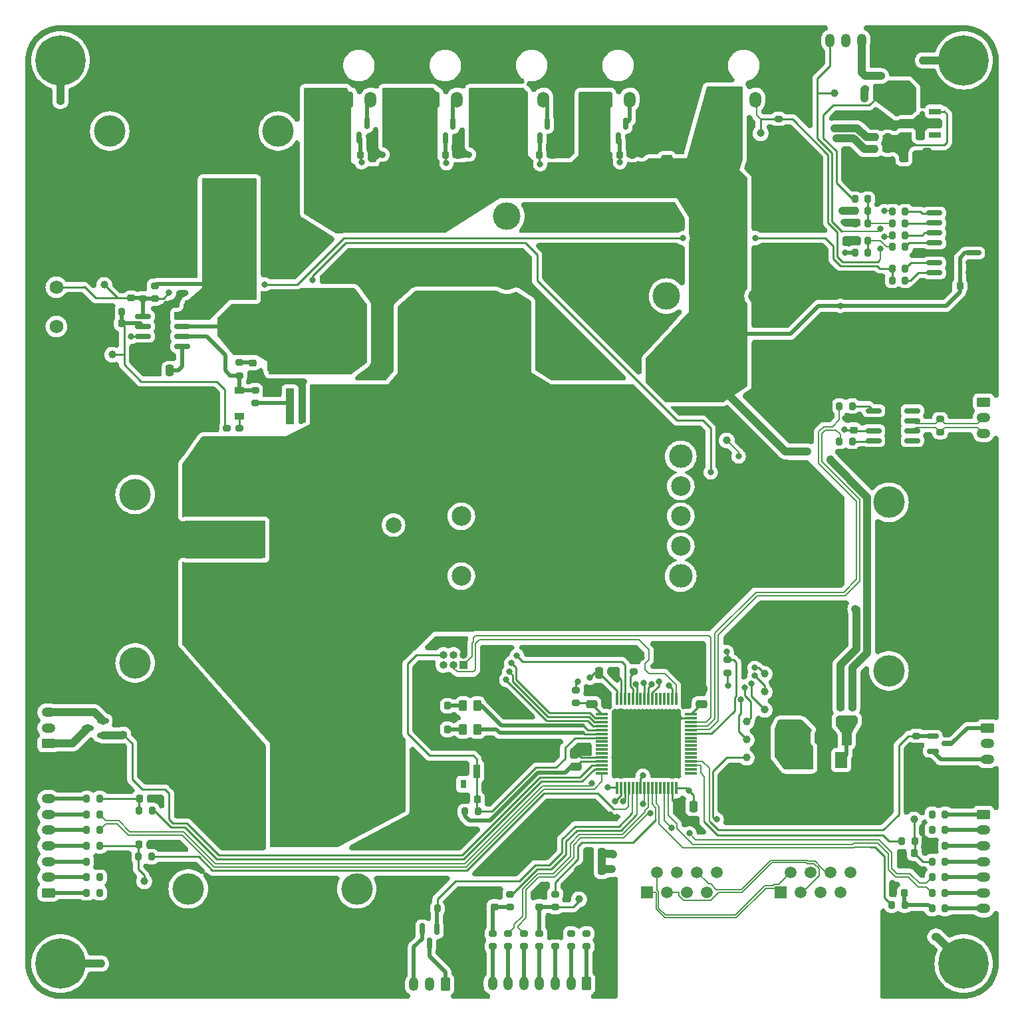
<source format=gbr>
%TF.GenerationSoftware,KiCad,Pcbnew,(6.0.4)*%
%TF.CreationDate,2022-05-04T17:07:43-02:30*%
%TF.ProjectId,interstate,696e7465-7273-4746-9174-652e6b696361,rev?*%
%TF.SameCoordinates,Original*%
%TF.FileFunction,Copper,L1,Top*%
%TF.FilePolarity,Positive*%
%FSLAX46Y46*%
G04 Gerber Fmt 4.6, Leading zero omitted, Abs format (unit mm)*
G04 Created by KiCad (PCBNEW (6.0.4)) date 2022-05-04 17:07:43*
%MOMM*%
%LPD*%
G01*
G04 APERTURE LIST*
G04 Aperture macros list*
%AMRoundRect*
0 Rectangle with rounded corners*
0 $1 Rounding radius*
0 $2 $3 $4 $5 $6 $7 $8 $9 X,Y pos of 4 corners*
0 Add a 4 corners polygon primitive as box body*
4,1,4,$2,$3,$4,$5,$6,$7,$8,$9,$2,$3,0*
0 Add four circle primitives for the rounded corners*
1,1,$1+$1,$2,$3*
1,1,$1+$1,$4,$5*
1,1,$1+$1,$6,$7*
1,1,$1+$1,$8,$9*
0 Add four rect primitives between the rounded corners*
20,1,$1+$1,$2,$3,$4,$5,0*
20,1,$1+$1,$4,$5,$6,$7,0*
20,1,$1+$1,$6,$7,$8,$9,0*
20,1,$1+$1,$8,$9,$2,$3,0*%
%AMFreePoly0*
4,1,13,0.900000,0.500000,2.600000,0.500000,2.600000,-0.500000,0.900000,-0.500000,0.400000,-1.000000,-0.400000,-1.000000,-0.900000,-0.500000,-2.600000,-0.500000,-2.600000,0.500000,-0.900000,0.500000,-0.400000,1.000000,0.400000,1.000000,0.900000,0.500000,0.900000,0.500000,$1*%
G04 Aperture macros list end*
%TA.AperFunction,SMDPad,CuDef*%
%ADD10R,0.900000X1.700000*%
%TD*%
%TA.AperFunction,SMDPad,CuDef*%
%ADD11R,0.800000X1.100000*%
%TD*%
%TA.AperFunction,SMDPad,CuDef*%
%ADD12C,1.000000*%
%TD*%
%TA.AperFunction,ComponentPad*%
%ADD13C,1.750000*%
%TD*%
%TA.AperFunction,SMDPad,CuDef*%
%ADD14RoundRect,0.200000X-0.275000X0.200000X-0.275000X-0.200000X0.275000X-0.200000X0.275000X0.200000X0*%
%TD*%
%TA.AperFunction,ComponentPad*%
%ADD15C,3.000000*%
%TD*%
%TA.AperFunction,ComponentPad*%
%ADD16C,2.500000*%
%TD*%
%TA.AperFunction,SMDPad,CuDef*%
%ADD17RoundRect,0.200000X-0.200000X-0.275000X0.200000X-0.275000X0.200000X0.275000X-0.200000X0.275000X0*%
%TD*%
%TA.AperFunction,SMDPad,CuDef*%
%ADD18RoundRect,0.225000X-0.250000X0.225000X-0.250000X-0.225000X0.250000X-0.225000X0.250000X0.225000X0*%
%TD*%
%TA.AperFunction,SMDPad,CuDef*%
%ADD19RoundRect,0.150000X0.825000X0.150000X-0.825000X0.150000X-0.825000X-0.150000X0.825000X-0.150000X0*%
%TD*%
%TA.AperFunction,ComponentPad*%
%ADD20O,1.000000X1.000000*%
%TD*%
%TA.AperFunction,ComponentPad*%
%ADD21R,1.000000X1.000000*%
%TD*%
%TA.AperFunction,ComponentPad*%
%ADD22O,1.200000X1.750000*%
%TD*%
%TA.AperFunction,ComponentPad*%
%ADD23RoundRect,0.250000X0.350000X0.625000X-0.350000X0.625000X-0.350000X-0.625000X0.350000X-0.625000X0*%
%TD*%
%TA.AperFunction,SMDPad,CuDef*%
%ADD24RoundRect,0.250000X0.475000X-0.250000X0.475000X0.250000X-0.475000X0.250000X-0.475000X-0.250000X0*%
%TD*%
%TA.AperFunction,SMDPad,CuDef*%
%ADD25RoundRect,0.250000X0.250000X0.475000X-0.250000X0.475000X-0.250000X-0.475000X0.250000X-0.475000X0*%
%TD*%
%TA.AperFunction,SMDPad,CuDef*%
%ADD26RoundRect,0.150000X0.150000X-0.587500X0.150000X0.587500X-0.150000X0.587500X-0.150000X-0.587500X0*%
%TD*%
%TA.AperFunction,SMDPad,CuDef*%
%ADD27RoundRect,0.200000X0.200000X0.275000X-0.200000X0.275000X-0.200000X-0.275000X0.200000X-0.275000X0*%
%TD*%
%TA.AperFunction,SMDPad,CuDef*%
%ADD28R,1.500000X0.700000*%
%TD*%
%TA.AperFunction,SMDPad,CuDef*%
%ADD29FreePoly0,0.000000*%
%TD*%
%TA.AperFunction,ComponentPad*%
%ADD30O,1.500000X2.020000*%
%TD*%
%TA.AperFunction,ComponentPad*%
%ADD31RoundRect,0.250001X-0.499999X-0.759999X0.499999X-0.759999X0.499999X0.759999X-0.499999X0.759999X0*%
%TD*%
%TA.AperFunction,SMDPad,CuDef*%
%ADD32RoundRect,0.250000X-0.325000X-0.650000X0.325000X-0.650000X0.325000X0.650000X-0.325000X0.650000X0*%
%TD*%
%TA.AperFunction,ComponentPad*%
%ADD33R,4.800000X5.100000*%
%TD*%
%TA.AperFunction,ComponentPad*%
%ADD34C,4.000000*%
%TD*%
%TA.AperFunction,SMDPad,CuDef*%
%ADD35RoundRect,0.075000X-0.700000X-0.075000X0.700000X-0.075000X0.700000X0.075000X-0.700000X0.075000X0*%
%TD*%
%TA.AperFunction,SMDPad,CuDef*%
%ADD36RoundRect,0.075000X-0.075000X-0.700000X0.075000X-0.700000X0.075000X0.700000X-0.075000X0.700000X0*%
%TD*%
%TA.AperFunction,SMDPad,CuDef*%
%ADD37RoundRect,0.250000X-0.250000X-0.475000X0.250000X-0.475000X0.250000X0.475000X-0.250000X0.475000X0*%
%TD*%
%TA.AperFunction,SMDPad,CuDef*%
%ADD38RoundRect,0.250000X-1.425000X0.362500X-1.425000X-0.362500X1.425000X-0.362500X1.425000X0.362500X0*%
%TD*%
%TA.AperFunction,SMDPad,CuDef*%
%ADD39RoundRect,0.200000X0.275000X-0.200000X0.275000X0.200000X-0.275000X0.200000X-0.275000X-0.200000X0*%
%TD*%
%TA.AperFunction,SMDPad,CuDef*%
%ADD40RoundRect,0.150000X0.587500X0.150000X-0.587500X0.150000X-0.587500X-0.150000X0.587500X-0.150000X0*%
%TD*%
%TA.AperFunction,ComponentPad*%
%ADD41O,1.750000X1.200000*%
%TD*%
%TA.AperFunction,ComponentPad*%
%ADD42RoundRect,0.250000X0.625000X-0.350000X0.625000X0.350000X-0.625000X0.350000X-0.625000X-0.350000X0*%
%TD*%
%TA.AperFunction,SMDPad,CuDef*%
%ADD43RoundRect,0.250000X0.262500X0.450000X-0.262500X0.450000X-0.262500X-0.450000X0.262500X-0.450000X0*%
%TD*%
%TA.AperFunction,SMDPad,CuDef*%
%ADD44RoundRect,0.225000X0.225000X0.250000X-0.225000X0.250000X-0.225000X-0.250000X0.225000X-0.250000X0*%
%TD*%
%TA.AperFunction,ComponentPad*%
%ADD45R,1.600000X1.600000*%
%TD*%
%TA.AperFunction,ComponentPad*%
%ADD46C,1.600000*%
%TD*%
%TA.AperFunction,ComponentPad*%
%ADD47C,3.500000*%
%TD*%
%TA.AperFunction,ComponentPad*%
%ADD48RoundRect,0.250000X-0.350000X-0.625000X0.350000X-0.625000X0.350000X0.625000X-0.350000X0.625000X0*%
%TD*%
%TA.AperFunction,SMDPad,CuDef*%
%ADD49RoundRect,0.200000X0.335876X0.053033X0.053033X0.335876X-0.335876X-0.053033X-0.053033X-0.335876X0*%
%TD*%
%TA.AperFunction,ComponentPad*%
%ADD50R,5.100000X4.800000*%
%TD*%
%TA.AperFunction,ComponentPad*%
%ADD51RoundRect,0.250000X-0.625000X0.350000X-0.625000X-0.350000X0.625000X-0.350000X0.625000X0.350000X0*%
%TD*%
%TA.AperFunction,ComponentPad*%
%ADD52C,1.500000*%
%TD*%
%TA.AperFunction,ComponentPad*%
%ADD53R,1.500000X1.500000*%
%TD*%
%TA.AperFunction,ComponentPad*%
%ADD54C,0.800000*%
%TD*%
%TA.AperFunction,ComponentPad*%
%ADD55C,6.400000*%
%TD*%
%TA.AperFunction,SMDPad,CuDef*%
%ADD56R,1.200000X0.900000*%
%TD*%
%TA.AperFunction,ComponentPad*%
%ADD57R,2.000000X2.000000*%
%TD*%
%TA.AperFunction,ComponentPad*%
%ADD58C,2.000000*%
%TD*%
%TA.AperFunction,SMDPad,CuDef*%
%ADD59RoundRect,0.225000X0.250000X-0.225000X0.250000X0.225000X-0.250000X0.225000X-0.250000X-0.225000X0*%
%TD*%
%TA.AperFunction,SMDPad,CuDef*%
%ADD60RoundRect,0.150000X-0.150000X0.587500X-0.150000X-0.587500X0.150000X-0.587500X0.150000X0.587500X0*%
%TD*%
%TA.AperFunction,SMDPad,CuDef*%
%ADD61RoundRect,0.225000X-0.225000X-0.250000X0.225000X-0.250000X0.225000X0.250000X-0.225000X0.250000X0*%
%TD*%
%TA.AperFunction,SMDPad,CuDef*%
%ADD62R,1.500000X2.000000*%
%TD*%
%TA.AperFunction,SMDPad,CuDef*%
%ADD63R,3.800000X2.000000*%
%TD*%
%TA.AperFunction,SMDPad,CuDef*%
%ADD64RoundRect,0.218750X-0.218750X-0.256250X0.218750X-0.256250X0.218750X0.256250X-0.218750X0.256250X0*%
%TD*%
%TA.AperFunction,SMDPad,CuDef*%
%ADD65RoundRect,0.150000X-0.825000X-0.150000X0.825000X-0.150000X0.825000X0.150000X-0.825000X0.150000X0*%
%TD*%
%TA.AperFunction,SMDPad,CuDef*%
%ADD66R,1.100000X4.600000*%
%TD*%
%TA.AperFunction,SMDPad,CuDef*%
%ADD67R,10.800000X9.400000*%
%TD*%
%TA.AperFunction,SMDPad,CuDef*%
%ADD68RoundRect,0.150000X-0.587500X-0.150000X0.587500X-0.150000X0.587500X0.150000X-0.587500X0.150000X0*%
%TD*%
%TA.AperFunction,ViaPad*%
%ADD69C,0.800000*%
%TD*%
%TA.AperFunction,Conductor*%
%ADD70C,1.000000*%
%TD*%
%TA.AperFunction,Conductor*%
%ADD71C,0.508000*%
%TD*%
%TA.AperFunction,Conductor*%
%ADD72C,0.254000*%
%TD*%
%TA.AperFunction,Conductor*%
%ADD73C,0.200000*%
%TD*%
%TA.AperFunction,Conductor*%
%ADD74C,0.250000*%
%TD*%
G04 APERTURE END LIST*
D10*
%TO.P,SW1,1,A*%
%TO.N,GND*%
X104600000Y-145506000D03*
%TO.P,SW1,2,B*%
%TO.N,/nRESET*%
X108000000Y-145506000D03*
D11*
%TO.P,SW1,3*%
%TO.N,N/C*%
X106300000Y-147146000D03*
%TD*%
D12*
%TO.P,TP9,1,1*%
%TO.N,/ESC3_ADC1*%
X121032000Y-161820000D03*
%TD*%
%TO.P,TP8,1,1*%
%TO.N,/ESC2_ADC1*%
X163704000Y-151660000D03*
%TD*%
%TO.P,TP7,1,1*%
%TO.N,/ESC1_ADC1*%
X65660000Y-159534000D03*
%TD*%
D13*
%TO.P,SW2,1,A*%
%TO.N,unconnected-(SW2-Pad1)*%
X54484000Y-88882000D03*
%TO.P,SW2,2,B*%
%TO.N,GND*%
X54484000Y-86382000D03*
%TO.P,SW2,3,C*%
%TO.N,/SYS_ON*%
X54484000Y-83882000D03*
%TD*%
D14*
%TO.P,R3,1*%
%TO.N,/ESTOP1*%
X146432000Y-62443000D03*
%TO.P,R3,2*%
%TO.N,GND*%
X146432000Y-64093000D03*
%TD*%
D12*
%TO.P,PB7,1,1*%
%TO.N,/SPARE_I2C_SDA*%
X144654000Y-133118000D03*
%TD*%
%TO.P,PB5,1,1*%
%TO.N,/SPARE_SPI_SEL*%
X144654000Y-135404000D03*
%TD*%
%TO.P,PB4,1,1*%
%TO.N,/SPARE_SPI_MISO*%
X144654000Y-137690000D03*
%TD*%
%TO.P,PB3,1,1*%
%TO.N,/SPARE_SPI_SCK*%
X142368000Y-139214000D03*
%TD*%
%TO.P,PA15,1,1*%
%TO.N,/SPARE_I2C_SCL*%
X142368000Y-141500000D03*
%TD*%
%TO.P,PA7,1,1*%
%TO.N,/SPARE_SPI_MOSI*%
X142368000Y-143786000D03*
%TD*%
%TO.P,REF\u002A\u002A,1*%
%TO.N,/ESTOP1*%
X144146000Y-64284000D03*
%TD*%
%TO.P,nESTOP2,1*%
%TO.N,/ESTOP2*%
X153544000Y-59204000D03*
%TD*%
%TO.P,24V,1*%
%TO.N,+24V*%
X139828000Y-103400000D03*
%TD*%
%TO.P,12V,1*%
%TO.N,+12V*%
X139828000Y-92478000D03*
%TD*%
%TO.P,FB,1*%
%TO.N,Net-(C30-Pad1)*%
X61596000Y-92478000D03*
%TD*%
%TO.P,SYS_ON,1*%
%TO.N,/SYS_ON*%
X60580000Y-83588000D03*
%TD*%
D15*
%TO.P,U2,8,+VO*%
%TO.N,+24V*%
X133986000Y-105432000D03*
D16*
%TO.P,U2,7,SENSE+*%
X133986000Y-109242000D03*
%TO.P,U2,6,TRIM*%
%TO.N,Net-(R22-Pad1)*%
X133986000Y-113052000D03*
%TO.P,U2,5,SENSE-*%
%TO.N,GND*%
X133986000Y-116862000D03*
D15*
%TO.P,U2,4,0V*%
X133986000Y-120672000D03*
D16*
%TO.P,U2,3,GND*%
X106046000Y-120672000D03*
%TO.P,U2,2,CTRL*%
%TO.N,Net-(R19-Pad2)*%
X106046000Y-113052000D03*
%TO.P,U2,1,VIN*%
%TO.N,/BATT_PROT*%
X106046000Y-105432000D03*
%TD*%
D14*
%TO.P,R78,1*%
%TO.N,Net-(H1-Pad1)*%
X55000000Y-60175000D03*
%TO.P,R78,2*%
%TO.N,GND*%
X55000000Y-61825000D03*
%TD*%
D17*
%TO.P,R8,1*%
%TO.N,+5V*%
X156148000Y-72666000D03*
%TO.P,R8,2*%
%TO.N,Net-(R11-Pad2)*%
X157798000Y-72666000D03*
%TD*%
%TO.P,R76,1*%
%TO.N,/CAN_N*%
X154175000Y-103500000D03*
%TO.P,R76,2*%
%TO.N,Net-(R76-Pad2)*%
X155825000Y-103500000D03*
%TD*%
D18*
%TO.P,C10,1*%
%TO.N,Net-(C10-Pad1)*%
X79500000Y-93525000D03*
%TO.P,C10,2*%
%TO.N,GND*%
X79500000Y-95075000D03*
%TD*%
D19*
%TO.P,U1,14*%
%TO.N,Net-(R45-Pad1)*%
X166275000Y-82060000D03*
%TO.P,U1,13*%
%TO.N,Net-(R44-Pad1)*%
X166275000Y-80790000D03*
%TO.P,U1,12,V-*%
%TO.N,GND*%
X166275000Y-79520000D03*
%TO.P,U1,11,+*%
%TO.N,Net-(R40-Pad2)*%
X166275000Y-78250000D03*
%TO.P,U1,10,-*%
%TO.N,Net-(R41-Pad2)*%
X166275000Y-76980000D03*
%TO.P,U1,9,+*%
%TO.N,Net-(R42-Pad2)*%
X166275000Y-75710000D03*
%TO.P,U1,8,-*%
%TO.N,Net-(R43-Pad2)*%
X166275000Y-74440000D03*
%TO.P,U1,7,+*%
%TO.N,GND*%
X171225000Y-74440000D03*
%TO.P,U1,6,-*%
X171225000Y-75710000D03*
%TO.P,U1,5,+*%
X171225000Y-76980000D03*
%TO.P,U1,4,-*%
X171225000Y-78250000D03*
%TO.P,U1,3,V+*%
%TO.N,+12V*%
X171225000Y-79520000D03*
%TO.P,U1,2*%
%TO.N,GND*%
X171225000Y-80790000D03*
%TO.P,U1,1*%
X171225000Y-82060000D03*
%TD*%
D20*
%TO.P,J20,6,Pin_6*%
%TO.N,/nRESET*%
X103765000Y-130715000D03*
%TO.P,J20,5,Pin_5*%
%TO.N,unconnected-(J20-Pad5)*%
X103765000Y-131985000D03*
%TO.P,J20,4,Pin_4*%
%TO.N,unconnected-(J20-Pad4)*%
X105035000Y-130715000D03*
%TO.P,J20,3,Pin_3*%
%TO.N,/SWCLK*%
X105035000Y-131985000D03*
%TO.P,J20,2,Pin_2*%
%TO.N,GND*%
X106305000Y-130715000D03*
D21*
%TO.P,J20,1,Pin_1*%
%TO.N,/SWDIO*%
X106305000Y-131985000D03*
%TD*%
D22*
%TO.P,J18,7,Pin_7*%
%TO.N,Net-(J18-Pad7)*%
X110000000Y-172550000D03*
%TO.P,J18,6,Pin_6*%
%TO.N,Net-(J18-Pad6)*%
X112000000Y-172550000D03*
%TO.P,J18,5,Pin_5*%
%TO.N,Net-(J18-Pad5)*%
X114000000Y-172550000D03*
%TO.P,J18,4,Pin_4*%
%TO.N,Net-(J18-Pad4)*%
X116000000Y-172550000D03*
%TO.P,J18,3,Pin_3*%
%TO.N,Net-(J18-Pad3)*%
X118000000Y-172550000D03*
%TO.P,J18,2,Pin_2*%
%TO.N,Net-(J18-Pad2)*%
X120000000Y-172550000D03*
D23*
%TO.P,J18,1,Pin_1*%
%TO.N,Net-(J18-Pad1)*%
X122000000Y-172550000D03*
%TD*%
D24*
%TO.P,C19,1*%
%TO.N,/VBAT*%
X122625000Y-136950000D03*
%TO.P,C19,2*%
%TO.N,GND*%
X122625000Y-135050000D03*
%TD*%
D17*
%TO.P,R60,1*%
%TO.N,/ESC2_3V3*%
X166000000Y-153000000D03*
%TO.P,R60,2*%
%TO.N,Net-(J15-Pad2)*%
X167650000Y-153000000D03*
%TD*%
D14*
%TO.P,R38,1*%
%TO.N,/ESC2_ON*%
X164000000Y-141000000D03*
%TO.P,R38,2*%
%TO.N,GND*%
X164000000Y-142650000D03*
%TD*%
D17*
%TO.P,R63,1*%
%TO.N,/ESC2_P*%
X166000000Y-159000000D03*
%TO.P,R63,2*%
%TO.N,Net-(J15-Pad5)*%
X167650000Y-159000000D03*
%TD*%
D25*
%TO.P,C7,1*%
%TO.N,GND*%
X151512000Y-141224000D03*
%TO.P,C7,2*%
%TO.N,+3V3*%
X149612000Y-141224000D03*
%TD*%
D26*
%TO.P,Q2,1,G*%
%TO.N,/LAMP3_ON*%
X116050000Y-64937500D03*
%TO.P,Q2,2,S*%
%TO.N,GND*%
X117950000Y-64937500D03*
%TO.P,Q2,3,D*%
%TO.N,Net-(J4-Pad2)*%
X117000000Y-63062500D03*
%TD*%
D27*
%TO.P,R54,2*%
%TO.N,Net-(J12-Pad3)*%
X58350000Y-157000000D03*
%TO.P,R54,1*%
%TO.N,GND*%
X60000000Y-157000000D03*
%TD*%
D24*
%TO.P,C20,1*%
%TO.N,+3V3*%
X120625000Y-144950000D03*
%TO.P,C20,2*%
%TO.N,GND*%
X120625000Y-143050000D03*
%TD*%
D28*
%TO.P,U4,1,VOUT*%
%TO.N,+5V*%
X162650000Y-61500000D03*
D29*
%TO.P,U4,2,GND*%
%TO.N,GND*%
X164500000Y-63000000D03*
D28*
%TO.P,U4,3,~{SHDN}*%
%TO.N,Net-(C4-Pad1)*%
X162650000Y-64500000D03*
%TO.P,U4,4,NC*%
%TO.N,unconnected-(U4-Pad4)*%
X166350000Y-64500000D03*
%TO.P,U4,5,VIN*%
%TO.N,Net-(C4-Pad1)*%
X166350000Y-61500000D03*
%TD*%
D30*
%TO.P,J4,2,Pin_2*%
%TO.N,Net-(J4-Pad2)*%
X116500000Y-59970000D03*
D31*
%TO.P,J4,1,Pin_1*%
%TO.N,+12V*%
X113500000Y-59970000D03*
%TD*%
D17*
%TO.P,R9,1*%
%TO.N,+12V*%
X156175000Y-79500000D03*
%TO.P,R9,2*%
%TO.N,Net-(R10-Pad1)*%
X157825000Y-79500000D03*
%TD*%
D14*
%TO.P,R66,1*%
%TO.N,/ESC3_5V*%
X122000000Y-166175000D03*
%TO.P,R66,2*%
%TO.N,Net-(J18-Pad1)*%
X122000000Y-167825000D03*
%TD*%
D32*
%TO.P,C4,1*%
%TO.N,Net-(C4-Pad1)*%
X162405000Y-67078000D03*
%TO.P,C4,2*%
%TO.N,GND*%
X165355000Y-67078000D03*
%TD*%
D33*
%TO.P,J14,2,Pin_2*%
%TO.N,GND*%
X77000000Y-146495000D03*
X77000000Y-151495000D03*
%TO.P,J14,1,Pin_1*%
%TO.N,/BATT_PROT*%
X87000000Y-151495000D03*
X87000000Y-146495000D03*
D34*
%TO.P,J14,*%
%TO.N,*%
X71270000Y-160495000D03*
X92730000Y-160495000D03*
%TD*%
D25*
%TO.P,C6,1*%
%TO.N,Net-(C6-Pad1)*%
X68900000Y-94500000D03*
%TO.P,C6,2*%
%TO.N,GND*%
X67000000Y-94500000D03*
%TD*%
D35*
%TO.P,U9,1,VBAT*%
%TO.N,/VBAT*%
X123950000Y-138250000D03*
%TO.P,U9,2,PC13*%
%TO.N,/LAMP3_ON*%
X123950000Y-138750000D03*
%TO.P,U9,3,PC14*%
%TO.N,/LAMP2_ON*%
X123950000Y-139250000D03*
%TO.P,U9,4,PC15*%
%TO.N,/LAMP1_ON*%
X123950000Y-139750000D03*
%TO.P,U9,5,PF0*%
%TO.N,/LED1*%
X123950000Y-140250000D03*
%TO.P,U9,6,PF1*%
%TO.N,/LED2*%
X123950000Y-140750000D03*
%TO.P,U9,7,NRST*%
%TO.N,/nRESET*%
X123950000Y-141250000D03*
%TO.P,U9,8,PC0*%
%TO.N,unconnected-(U9-Pad8)*%
X123950000Y-141750000D03*
%TO.P,U9,9,PC1*%
%TO.N,unconnected-(U9-Pad9)*%
X123950000Y-142250000D03*
%TO.P,U9,10,PC2*%
%TO.N,unconnected-(U9-Pad10)*%
X123950000Y-142750000D03*
%TO.P,U9,11,PC3*%
%TO.N,unconnected-(U9-Pad11)*%
X123950000Y-143250000D03*
%TO.P,U9,12,VSSA*%
%TO.N,GND*%
X123950000Y-143750000D03*
%TO.P,U9,13,VDDA*%
%TO.N,+3V3*%
X123950000Y-144250000D03*
%TO.P,U9,14,PA0*%
%TO.N,/ESC1_ON*%
X123950000Y-144750000D03*
%TO.P,U9,15,PA1*%
%TO.N,/ESC1_ADC2_UNFILT*%
X123950000Y-145250000D03*
%TO.P,U9,16,PA2*%
%TO.N,/ESC1_P*%
X123950000Y-145750000D03*
D36*
%TO.P,U9,17,PA3*%
%TO.N,/ESC1_N*%
X125875000Y-147675000D03*
%TO.P,U9,18,VSS*%
%TO.N,GND*%
X126375000Y-147675000D03*
%TO.P,U9,19,VDD*%
%TO.N,+3V3*%
X126875000Y-147675000D03*
%TO.P,U9,20,PA4*%
%TO.N,/ESC1_ADC1_UNFILT*%
X127375000Y-147675000D03*
%TO.P,U9,21,PA5*%
%TO.N,/ESC3_ON*%
X127875000Y-147675000D03*
%TO.P,U9,22,PA6*%
%TO.N,/ESC3_ADC2_UNFILT*%
X128375000Y-147675000D03*
%TO.P,U9,23,PA7*%
%TO.N,/SPARE_SPI_MOSI*%
X128875000Y-147675000D03*
%TO.P,U9,24,PC4*%
%TO.N,/ESC3_P*%
X129375000Y-147675000D03*
%TO.P,U9,25,PC5*%
%TO.N,/ESC3_N*%
X129875000Y-147675000D03*
%TO.P,U9,26,PB0*%
%TO.N,/ESC3_ADC1_UNFILT*%
X130375000Y-147675000D03*
%TO.P,U9,27,PB1*%
%TO.N,/ESC2_ADC2_UNFILT*%
X130875000Y-147675000D03*
%TO.P,U9,28,PB2*%
%TO.N,unconnected-(U9-Pad28)*%
X131375000Y-147675000D03*
%TO.P,U9,29,PB10*%
%TO.N,/ESC2_P*%
X131875000Y-147675000D03*
%TO.P,U9,30,PB11*%
%TO.N,/ESC2_N*%
X132375000Y-147675000D03*
%TO.P,U9,31,VSS*%
%TO.N,GND*%
X132875000Y-147675000D03*
%TO.P,U9,32,VDD*%
%TO.N,+3V3*%
X133375000Y-147675000D03*
D35*
%TO.P,U9,33,PB12*%
%TO.N,unconnected-(U9-Pad33)*%
X135300000Y-145750000D03*
%TO.P,U9,34,PB13*%
%TO.N,unconnected-(U9-Pad34)*%
X135300000Y-145250000D03*
%TO.P,U9,35,PB14*%
%TO.N,/ESC2_ADC1_UNFILT*%
X135300000Y-144750000D03*
%TO.P,U9,36,PB15*%
%TO.N,/ESC2_ON*%
X135300000Y-144250000D03*
%TO.P,U9,37,PC6*%
%TO.N,unconnected-(U9-Pad37)*%
X135300000Y-143750000D03*
%TO.P,U9,38,PC7*%
%TO.N,unconnected-(U9-Pad38)*%
X135300000Y-143250000D03*
%TO.P,U9,39,PC8*%
%TO.N,unconnected-(U9-Pad39)*%
X135300000Y-142750000D03*
%TO.P,U9,40,PC9*%
%TO.N,unconnected-(U9-Pad40)*%
X135300000Y-142250000D03*
%TO.P,U9,41,PA8*%
%TO.N,unconnected-(U9-Pad41)*%
X135300000Y-141750000D03*
%TO.P,U9,42,PA9*%
%TO.N,unconnected-(U9-Pad42)*%
X135300000Y-141250000D03*
%TO.P,U9,43,PA10*%
%TO.N,/BATT_GOOD*%
X135300000Y-140750000D03*
%TO.P,U9,44,PA11*%
%TO.N,/CAN_N*%
X135300000Y-140250000D03*
%TO.P,U9,45,PA12*%
%TO.N,/CAN_P*%
X135300000Y-139750000D03*
%TO.P,U9,46,PA13*%
%TO.N,/SWDIO*%
X135300000Y-139250000D03*
%TO.P,U9,47,VSS*%
%TO.N,GND*%
X135300000Y-138750000D03*
%TO.P,U9,48,VDD*%
%TO.N,+3V3*%
X135300000Y-138250000D03*
D36*
%TO.P,U9,49,PA14*%
%TO.N,/SWCLK*%
X133375000Y-136325000D03*
%TO.P,U9,50,PA15*%
%TO.N,/SPARE_I2C_SCL*%
X132875000Y-136325000D03*
%TO.P,U9,51,PC10*%
%TO.N,unconnected-(U9-Pad51)*%
X132375000Y-136325000D03*
%TO.P,U9,52,PC11*%
%TO.N,unconnected-(U9-Pad52)*%
X131875000Y-136325000D03*
%TO.P,U9,53,PC12*%
%TO.N,unconnected-(U9-Pad53)*%
X131375000Y-136325000D03*
%TO.P,U9,54,PD2*%
%TO.N,unconnected-(U9-Pad54)*%
X130875000Y-136325000D03*
%TO.P,U9,55,PB3*%
%TO.N,/SPARE_SPI_SCK*%
X130375000Y-136325000D03*
%TO.P,U9,56,PB4*%
%TO.N,/SPARE_SPI_MISO*%
X129875000Y-136325000D03*
%TO.P,U9,57,PB5*%
%TO.N,/SPARE_SPI_SEL*%
X129375000Y-136325000D03*
%TO.P,U9,58,PB6*%
%TO.N,unconnected-(U9-Pad58)*%
X128875000Y-136325000D03*
%TO.P,U9,59,PB7*%
%TO.N,/SPARE_I2C_SDA*%
X128375000Y-136325000D03*
%TO.P,U9,60,BOOT0*%
%TO.N,Net-(R49-Pad1)*%
X127875000Y-136325000D03*
%TO.P,U9,61,PB8*%
%TO.N,unconnected-(U9-Pad61)*%
X127375000Y-136325000D03*
%TO.P,U9,62,PB9*%
%TO.N,/LAMP4_ON*%
X126875000Y-136325000D03*
%TO.P,U9,63,VSS*%
%TO.N,GND*%
X126375000Y-136325000D03*
%TO.P,U9,64,VDD*%
%TO.N,+3V3*%
X125875000Y-136325000D03*
%TD*%
D37*
%TO.P,C25,1*%
%TO.N,GND*%
X122050000Y-156000000D03*
%TO.P,C25,2*%
%TO.N,+24V*%
X123950000Y-156000000D03*
%TD*%
D38*
%TO.P,R21,1*%
%TO.N,/BATT_RAW*%
X77050000Y-83387500D03*
%TO.P,R21,2*%
%TO.N,Net-(Q5-Pad2)*%
X77050000Y-89312500D03*
%TD*%
D39*
%TO.P,R5,1*%
%TO.N,+3V3*%
X157481000Y-58632000D03*
%TO.P,R5,2*%
%TO.N,Net-(R4-Pad2)*%
X157481000Y-56982000D03*
%TD*%
D40*
%TO.P,Q6,1,G*%
%TO.N,/ESC1_ON*%
X60387500Y-140950000D03*
%TO.P,Q6,2,S*%
%TO.N,/ESC1_SW2*%
X60387500Y-139050000D03*
%TO.P,Q6,3,D*%
%TO.N,/ESC1_SW1*%
X58512500Y-140000000D03*
%TD*%
D41*
%TO.P,J13,3,Pin_3*%
%TO.N,/ESC1_SW2*%
X53450000Y-138000000D03*
%TO.P,J13,2,Pin_2*%
%TO.N,unconnected-(J13-Pad2)*%
X53450000Y-140000000D03*
D42*
%TO.P,J13,1,Pin_1*%
%TO.N,/ESC1_SW1*%
X53450000Y-142000000D03*
%TD*%
D43*
%TO.P,R46,2*%
%TO.N,Net-(D2-Pad2)*%
X106253000Y-140182000D03*
%TO.P,R46,1*%
%TO.N,/LED2*%
X108078000Y-140182000D03*
%TD*%
D44*
%TO.P,C13,1*%
%TO.N,/ESC2_ADC2*%
X162450000Y-161036000D03*
%TO.P,C13,2*%
%TO.N,GND*%
X160900000Y-161036000D03*
%TD*%
D17*
%TO.P,R14,1*%
%TO.N,+24V*%
X158675000Y-66316000D03*
%TO.P,R14,2*%
%TO.N,Net-(C4-Pad1)*%
X160325000Y-66316000D03*
%TD*%
D14*
%TO.P,R17,1*%
%TO.N,/BATT_RAW*%
X67000000Y-83675000D03*
%TO.P,R17,2*%
%TO.N,/SYS_ON*%
X67000000Y-85325000D03*
%TD*%
D27*
%TO.P,R53,1*%
%TO.N,/ESC1_3V3*%
X60000000Y-159000000D03*
%TO.P,R53,2*%
%TO.N,Net-(J12-Pad2)*%
X58350000Y-159000000D03*
%TD*%
D17*
%TO.P,R43,1*%
%TO.N,/ESTOP2*%
X160925000Y-74250000D03*
%TO.P,R43,2*%
%TO.N,Net-(R43-Pad2)*%
X162575000Y-74250000D03*
%TD*%
D39*
%TO.P,R49,1*%
%TO.N,Net-(R49-Pad1)*%
X128017000Y-132825000D03*
%TO.P,R49,2*%
%TO.N,GND*%
X128017000Y-131175000D03*
%TD*%
D14*
%TO.P,R68,2*%
%TO.N,Net-(J18-Pad3)*%
X118000000Y-167825000D03*
%TO.P,R68,1*%
%TO.N,GND*%
X118000000Y-166175000D03*
%TD*%
D45*
%TO.P,C2,1*%
%TO.N,/BATT_PROT*%
X102744000Y-86107651D03*
D46*
%TO.P,C2,2*%
%TO.N,GND*%
X102744000Y-82607651D03*
%TD*%
D27*
%TO.P,R29,1*%
%TO.N,Net-(C30-Pad1)*%
X62825000Y-87000000D03*
%TO.P,R29,2*%
%TO.N,GND*%
X61175000Y-87000000D03*
%TD*%
D25*
%TO.P,C24,1*%
%TO.N,+3V3*%
X135575000Y-150000000D03*
%TO.P,C24,2*%
%TO.N,GND*%
X133675000Y-150000000D03*
%TD*%
D47*
%TO.P,U5,6,VOUT+*%
%TO.N,+12V*%
X132170000Y-95160000D03*
%TO.P,U5,5,TRIM*%
%TO.N,Net-(R24-Pad1)*%
X132170000Y-85000000D03*
%TO.P,U5,4,VOUT-*%
%TO.N,GND*%
X132170000Y-74840000D03*
%TO.P,U5,3,ON/OFF*%
%TO.N,Net-(R20-Pad2)*%
X111850000Y-74840000D03*
%TO.P,U5,2,VIN-*%
%TO.N,GND*%
X111850000Y-82460000D03*
%TO.P,U5,1,VIN+*%
%TO.N,/BATT_PROT*%
X111850000Y-87540000D03*
%TD*%
D22*
%TO.P,J3,4,Pin_4*%
%TO.N,Net-(R4-Pad2)*%
X157000000Y-52450000D03*
%TO.P,J3,3,Pin_3*%
%TO.N,/nESTOP2*%
X155000000Y-52450000D03*
%TO.P,J3,2,Pin_2*%
%TO.N,/ESTOP2*%
X153000000Y-52450000D03*
D48*
%TO.P,J3,1,Pin_1*%
%TO.N,GND*%
X151000000Y-52450000D03*
%TD*%
D49*
%TO.P,R81,1*%
%TO.N,Net-(H4-Pad1)*%
X166408363Y-166583363D03*
%TO.P,R81,2*%
%TO.N,GND*%
X165241637Y-165416637D03*
%TD*%
D27*
%TO.P,R12,1*%
%TO.N,Net-(R11-Pad2)*%
X157798000Y-75750000D03*
%TO.P,R12,2*%
%TO.N,GND*%
X156148000Y-75750000D03*
%TD*%
D24*
%TO.P,C21,1*%
%TO.N,+3V3*%
X136625000Y-136950000D03*
%TO.P,C21,2*%
%TO.N,GND*%
X136625000Y-135050000D03*
%TD*%
D50*
%TO.P,J11,2,Pin_2*%
%TO.N,GND*%
X78505000Y-116000000D03*
X73505000Y-116000000D03*
%TO.P,J11,1,Pin_1*%
%TO.N,/BATT_PROT*%
X78505000Y-126000000D03*
X73505000Y-126000000D03*
D34*
%TO.P,J11,*%
%TO.N,*%
X64505000Y-131730000D03*
X64505000Y-110270000D03*
%TD*%
D17*
%TO.P,R64,1*%
%TO.N,/ESC2_N*%
X166000000Y-161000000D03*
%TO.P,R64,2*%
%TO.N,Net-(J15-Pad6)*%
X167650000Y-161000000D03*
%TD*%
D32*
%TO.P,C8,1*%
%TO.N,+5V*%
X162525000Y-59000000D03*
%TO.P,C8,2*%
%TO.N,GND*%
X165475000Y-59000000D03*
%TD*%
D17*
%TO.P,R42,1*%
%TO.N,Net-(R11-Pad2)*%
X160925000Y-75750000D03*
%TO.P,R42,2*%
%TO.N,Net-(R42-Pad2)*%
X162575000Y-75750000D03*
%TD*%
%TO.P,R61,2*%
%TO.N,Net-(J15-Pad3)*%
X167650000Y-155000000D03*
%TO.P,R61,1*%
%TO.N,GND*%
X166000000Y-155000000D03*
%TD*%
D37*
%TO.P,C5,1*%
%TO.N,GND*%
X153162000Y-141224000D03*
%TO.P,C5,2*%
%TO.N,Net-(C5-Pad2)*%
X155062000Y-141224000D03*
%TD*%
D14*
%TO.P,R69,1*%
%TO.N,/ESC3_ADC1*%
X116000000Y-166175000D03*
%TO.P,R69,2*%
%TO.N,Net-(J18-Pad4)*%
X116000000Y-167825000D03*
%TD*%
D22*
%TO.P,J19,3,Pin_3*%
%TO.N,/ESC3_SW2*%
X100000000Y-172650000D03*
%TO.P,J19,2,Pin_2*%
%TO.N,unconnected-(J19-Pad2)*%
X102000000Y-172650000D03*
D23*
%TO.P,J19,1,Pin_1*%
%TO.N,/ESC3_SW1*%
X104000000Y-172650000D03*
%TD*%
D45*
%TO.P,C26,1*%
%TO.N,+12V*%
X139884000Y-85000000D03*
D46*
%TO.P,C26,2*%
%TO.N,GND*%
X143384000Y-85000000D03*
%TD*%
D39*
%TO.P,R37,1*%
%TO.N,/ESC1_ON*%
X63000000Y-140825000D03*
%TO.P,R37,2*%
%TO.N,GND*%
X63000000Y-139175000D03*
%TD*%
D51*
%TO.P,J16,1,Pin_1*%
%TO.N,/ESC2_SW1*%
X173000000Y-140000000D03*
D41*
%TO.P,J16,2,Pin_2*%
%TO.N,unconnected-(J16-Pad2)*%
X173000000Y-142000000D03*
%TO.P,J16,3,Pin_3*%
%TO.N,/ESC2_SW2*%
X173000000Y-144000000D03*
%TD*%
D52*
%TO.P,J9,8*%
%TO.N,GND*%
X138607500Y-158360000D03*
%TO.P,J9,7*%
X137337500Y-160900000D03*
%TO.P,J9,6*%
%TO.N,/TX_N*%
X136067500Y-158360000D03*
%TO.P,J9,5*%
%TO.N,+24V*%
X134797500Y-160900000D03*
%TO.P,J9,4*%
X133527500Y-158360000D03*
%TO.P,J9,3*%
%TO.N,/TX_P*%
X132257500Y-160900000D03*
%TO.P,J9,2*%
%TO.N,/RX_N*%
X130987500Y-158360000D03*
D53*
%TO.P,J9,1*%
%TO.N,/RX_P*%
X129717500Y-160900000D03*
%TD*%
D54*
%TO.P,H3,1,1*%
%TO.N,Net-(H3-Pad1)*%
X53302944Y-171697056D03*
X52600000Y-170000000D03*
X56697056Y-168302944D03*
D55*
X55000000Y-170000000D03*
D54*
X53302944Y-168302944D03*
X56697056Y-171697056D03*
X57400000Y-170000000D03*
X55000000Y-167600000D03*
X55000000Y-172400000D03*
%TD*%
D27*
%TO.P,R52,1*%
%TO.N,/ESC1_5V*%
X60000000Y-161000000D03*
%TO.P,R52,2*%
%TO.N,Net-(J12-Pad1)*%
X58350000Y-161000000D03*
%TD*%
D14*
%TO.P,R26,1*%
%TO.N,Net-(D1-Pad1)*%
X79775000Y-97000000D03*
%TO.P,R26,2*%
%TO.N,Net-(Q5-Pad1)*%
X79775000Y-98650000D03*
%TD*%
D17*
%TO.P,R34,1*%
%TO.N,/ESC2_ADC2_UNFILT*%
X160850000Y-162536000D03*
%TO.P,R34,2*%
%TO.N,/ESC2_ADC2*%
X162500000Y-162536000D03*
%TD*%
D39*
%TO.P,R4,1*%
%TO.N,+5V*%
X159481000Y-58632000D03*
%TO.P,R4,2*%
%TO.N,Net-(R4-Pad2)*%
X159481000Y-56982000D03*
%TD*%
D17*
%TO.P,R1,1*%
%TO.N,/LAMP1_ON*%
X93175000Y-67000000D03*
%TO.P,R1,2*%
%TO.N,GND*%
X94825000Y-67000000D03*
%TD*%
D30*
%TO.P,J5,2,Pin_2*%
%TO.N,Net-(J5-Pad2)*%
X105500000Y-59970000D03*
D31*
%TO.P,J5,1,Pin_1*%
%TO.N,+12V*%
X102500000Y-59970000D03*
%TD*%
D17*
%TO.P,R65,1*%
%TO.N,/ESC2_ADC2*%
X166000000Y-163000000D03*
%TO.P,R65,2*%
%TO.N,Net-(J15-Pad7)*%
X167650000Y-163000000D03*
%TD*%
D39*
%TO.P,R51,1*%
%TO.N,/VBAT*%
X120625000Y-136825000D03*
%TO.P,R51,2*%
%TO.N,+3V3*%
X120625000Y-135175000D03*
%TD*%
D54*
%TO.P,H1,1,1*%
%TO.N,Net-(H1-Pad1)*%
X52600000Y-55000000D03*
X56697056Y-53302944D03*
X57400000Y-55000000D03*
D55*
X55000000Y-55000000D03*
D54*
X55000000Y-57400000D03*
X53302944Y-53302944D03*
X55000000Y-52600000D03*
X56697056Y-56697056D03*
X53302944Y-56697056D03*
%TD*%
D56*
%TO.P,D1,1,K*%
%TO.N,Net-(D1-Pad1)*%
X77775000Y-97000000D03*
%TO.P,D1,2,A*%
%TO.N,Net-(D1-Pad2)*%
X77775000Y-100300000D03*
%TD*%
D27*
%TO.P,R56,1*%
%TO.N,/ESC1_P*%
X60000000Y-153000000D03*
%TO.P,R56,2*%
%TO.N,Net-(J12-Pad5)*%
X58350000Y-153000000D03*
%TD*%
D57*
%TO.P,C3,1*%
%TO.N,/BATT_PROT*%
X97410000Y-109160323D03*
D58*
%TO.P,C3,2*%
%TO.N,GND*%
X97410000Y-114160323D03*
%TD*%
D54*
%TO.P,H2,1,1*%
%TO.N,Net-(H2-Pad1)*%
X168302944Y-56697056D03*
X170000000Y-57400000D03*
X172400000Y-55000000D03*
X170000000Y-52600000D03*
D55*
X170000000Y-55000000D03*
D54*
X167600000Y-55000000D03*
X171697056Y-53302944D03*
X171697056Y-56697056D03*
X168302944Y-53302944D03*
%TD*%
D14*
%TO.P,R15,1*%
%TO.N,+12V*%
X155830000Y-137399000D03*
%TO.P,R15,2*%
%TO.N,Net-(C5-Pad2)*%
X155830000Y-139049000D03*
%TD*%
D17*
%TO.P,R2,1*%
%TO.N,/LAMP3_ON*%
X116000000Y-67000000D03*
%TO.P,R2,2*%
%TO.N,GND*%
X117650000Y-67000000D03*
%TD*%
D59*
%TO.P,C12,1*%
%TO.N,/ESC3_ADC1*%
X116000000Y-162775000D03*
%TO.P,C12,2*%
%TO.N,GND*%
X116000000Y-161225000D03*
%TD*%
D17*
%TO.P,R62,1*%
%TO.N,/ESC2_ADC1*%
X166000000Y-157000000D03*
%TO.P,R62,2*%
%TO.N,Net-(J15-Pad4)*%
X167650000Y-157000000D03*
%TD*%
D39*
%TO.P,R18,1*%
%TO.N,/SYS_ON*%
X65500000Y-85325000D03*
%TO.P,R18,2*%
%TO.N,GND*%
X65500000Y-83675000D03*
%TD*%
D60*
%TO.P,Q8,1,G*%
%TO.N,/ESC3_ON*%
X102950000Y-165612500D03*
%TO.P,Q8,2,S*%
%TO.N,/ESC3_SW2*%
X101050000Y-165612500D03*
%TO.P,Q8,3,D*%
%TO.N,/ESC3_SW1*%
X102000000Y-167487500D03*
%TD*%
D39*
%TO.P,R28,1*%
%TO.N,/BATT_PROT*%
X76201000Y-103463000D03*
%TO.P,R28,2*%
%TO.N,Net-(C30-Pad1)*%
X76201000Y-101813000D03*
%TD*%
D61*
%TO.P,C1,1*%
%TO.N,GND*%
X167975000Y-83750000D03*
%TO.P,C1,2*%
%TO.N,+12V*%
X169525000Y-83750000D03*
%TD*%
D62*
%TO.P,U3,1,VIN*%
%TO.N,Net-(C5-Pad2)*%
X154412000Y-144074000D03*
%TO.P,U3,2,GND*%
%TO.N,GND*%
X152112000Y-144074000D03*
%TO.P,U3,3,VOUT*%
%TO.N,+3V3*%
X149812000Y-144074000D03*
D63*
%TO.P,U3,4,GND*%
%TO.N,GND*%
X152112000Y-150374000D03*
%TD*%
D37*
%TO.P,C9,1*%
%TO.N,GND*%
X122050000Y-158000000D03*
%TO.P,C9,2*%
%TO.N,+24V*%
X123950000Y-158000000D03*
%TD*%
D30*
%TO.P,J2,2,Pin_2*%
%TO.N,/ESTOP1*%
X143500000Y-59970000D03*
D31*
%TO.P,J2,1,Pin_1*%
%TO.N,+12V*%
X140500000Y-59970000D03*
%TD*%
D54*
%TO.P,H4,1,1*%
%TO.N,Net-(H4-Pad1)*%
X170000000Y-172400000D03*
X171697056Y-171697056D03*
X171697056Y-168302944D03*
X167600000Y-170000000D03*
X168302944Y-171697056D03*
X172400000Y-170000000D03*
X168302944Y-168302944D03*
D55*
X170000000Y-170000000D03*
D54*
X170000000Y-167600000D03*
%TD*%
D44*
%TO.P,C18,2*%
%TO.N,GND*%
X106541000Y-149120000D03*
%TO.P,C18,1*%
%TO.N,/nRESET*%
X108091000Y-149120000D03*
%TD*%
D27*
%TO.P,R79,1*%
%TO.N,Net-(H2-Pad1)*%
X164825000Y-55000000D03*
%TO.P,R79,2*%
%TO.N,GND*%
X163175000Y-55000000D03*
%TD*%
D24*
%TO.P,C27,1*%
%TO.N,+12V*%
X132207000Y-67559000D03*
%TO.P,C27,2*%
%TO.N,GND*%
X132207000Y-65659000D03*
%TD*%
D33*
%TO.P,J7,2,Pin_2*%
%TO.N,/BATT_RAW*%
X77000000Y-78000000D03*
X77000000Y-73000000D03*
%TO.P,J7,1,Pin_1*%
%TO.N,GND*%
X67000000Y-78000000D03*
X67000000Y-73000000D03*
D34*
%TO.P,J7,*%
%TO.N,*%
X82730000Y-64000000D03*
X61270000Y-64000000D03*
%TD*%
D64*
%TO.P,D3,2,A*%
%TO.N,Net-(D3-Pad2)*%
X104278000Y-137182000D03*
%TO.P,D3,1,K*%
%TO.N,GND*%
X102703000Y-137182000D03*
%TD*%
D14*
%TO.P,R16,1*%
%TO.N,/BATT_PROT*%
X154306000Y-137399000D03*
%TO.P,R16,2*%
%TO.N,Net-(C5-Pad2)*%
X154306000Y-139049000D03*
%TD*%
D17*
%TO.P,R11,1*%
%TO.N,+3V3*%
X156148000Y-74190000D03*
%TO.P,R11,2*%
%TO.N,Net-(R11-Pad2)*%
X157798000Y-74190000D03*
%TD*%
D41*
%TO.P,J10,4,Pin_4*%
%TO.N,GND*%
X172550000Y-104500000D03*
%TO.P,J10,3,Pin_3*%
%TO.N,/CAN-*%
X172550000Y-102500000D03*
%TO.P,J10,2,Pin_2*%
%TO.N,/CAN+*%
X172550000Y-100500000D03*
D51*
%TO.P,J10,1,Pin_1*%
%TO.N,+3V3*%
X172550000Y-98500000D03*
%TD*%
D65*
%TO.P,U7,1,D*%
%TO.N,Net-(R75-Pad2)*%
X158525000Y-99595000D03*
%TO.P,U7,2,GND*%
%TO.N,GND*%
X158525000Y-100865000D03*
%TO.P,U7,3,VCC*%
%TO.N,+3V3*%
X158525000Y-102135000D03*
%TO.P,U7,4,R*%
%TO.N,Net-(R76-Pad2)*%
X158525000Y-103405000D03*
%TO.P,U7,5,NC*%
%TO.N,unconnected-(U7-Pad5)*%
X163475000Y-103405000D03*
%TO.P,U7,6,CANL*%
%TO.N,/CAN-*%
X163475000Y-102135000D03*
%TO.P,U7,7,CANH*%
%TO.N,/CAN+*%
X163475000Y-100865000D03*
%TO.P,U7,8,NC*%
%TO.N,unconnected-(U7-Pad8)*%
X163475000Y-99595000D03*
%TD*%
D61*
%TO.P,C15,1*%
%TO.N,/ESC1_ADC2*%
X65050000Y-149000000D03*
%TO.P,C15,2*%
%TO.N,GND*%
X66600000Y-149000000D03*
%TD*%
D37*
%TO.P,C22,1*%
%TO.N,+3V3*%
X123625000Y-133000000D03*
%TO.P,C22,2*%
%TO.N,GND*%
X125525000Y-133000000D03*
%TD*%
D17*
%TO.P,R7,1*%
%TO.N,/LAMP4_ON*%
X126175000Y-67000000D03*
%TO.P,R7,2*%
%TO.N,GND*%
X127825000Y-67000000D03*
%TD*%
%TO.P,R40,1*%
%TO.N,Net-(R10-Pad1)*%
X160925000Y-78750000D03*
%TO.P,R40,2*%
%TO.N,Net-(R40-Pad2)*%
X162575000Y-78750000D03*
%TD*%
%TO.P,R80,1*%
%TO.N,Net-(H3-Pad1)*%
X60175000Y-170000000D03*
%TO.P,R80,2*%
%TO.N,GND*%
X61825000Y-170000000D03*
%TD*%
D14*
%TO.P,R70,1*%
%TO.N,/ESC3_P*%
X114000000Y-166175000D03*
%TO.P,R70,2*%
%TO.N,Net-(J18-Pad5)*%
X114000000Y-167825000D03*
%TD*%
D27*
%TO.P,R44,1*%
%TO.N,Net-(R44-Pad1)*%
X162575000Y-81500000D03*
%TO.P,R44,2*%
%TO.N,/SYS_ON*%
X160925000Y-81500000D03*
%TD*%
D14*
%TO.P,R72,1*%
%TO.N,/ESC3_ADC2*%
X110000000Y-166175000D03*
%TO.P,R72,2*%
%TO.N,Net-(J18-Pad7)*%
X110000000Y-167825000D03*
%TD*%
D43*
%TO.P,R47,2*%
%TO.N,Net-(D3-Pad2)*%
X106253000Y-137182000D03*
%TO.P,R47,1*%
%TO.N,/LED1*%
X108078000Y-137182000D03*
%TD*%
D27*
%TO.P,R57,1*%
%TO.N,/ESC1_N*%
X60000000Y-151000000D03*
%TO.P,R57,2*%
%TO.N,Net-(J12-Pad6)*%
X58350000Y-151000000D03*
%TD*%
%TO.P,R58,1*%
%TO.N,/ESC1_ADC2*%
X60000000Y-149000000D03*
%TO.P,R58,2*%
%TO.N,Net-(J12-Pad7)*%
X58350000Y-149000000D03*
%TD*%
D52*
%TO.P,J8,8*%
%TO.N,unconnected-(J8-Pad8)*%
X155607500Y-158360000D03*
%TO.P,J8,7*%
%TO.N,unconnected-(J8-Pad7)*%
X154337500Y-160900000D03*
%TO.P,J8,6*%
%TO.N,/TX_N*%
X153067500Y-158360000D03*
%TO.P,J8,5*%
%TO.N,unconnected-(J8-Pad5)*%
X151797500Y-160900000D03*
%TO.P,J8,4*%
%TO.N,unconnected-(J8-Pad4)*%
X150527500Y-158360000D03*
%TO.P,J8,3*%
%TO.N,/TX_P*%
X149257500Y-160900000D03*
%TO.P,J8,2*%
%TO.N,/RX_N*%
X147987500Y-158360000D03*
D53*
%TO.P,J8,1*%
%TO.N,/RX_P*%
X146717500Y-160900000D03*
%TD*%
D17*
%TO.P,R41,1*%
%TO.N,/ESTOP1*%
X160925000Y-77250000D03*
%TO.P,R41,2*%
%TO.N,Net-(R41-Pad2)*%
X162575000Y-77250000D03*
%TD*%
D44*
%TO.P,C14,1*%
%TO.N,/ESC2_ADC1*%
X163716000Y-155932000D03*
%TO.P,C14,2*%
%TO.N,GND*%
X162166000Y-155932000D03*
%TD*%
D17*
%TO.P,R6,1*%
%TO.N,/LAMP2_ON*%
X104000000Y-67000000D03*
%TO.P,R6,2*%
%TO.N,GND*%
X105650000Y-67000000D03*
%TD*%
D14*
%TO.P,R71,1*%
%TO.N,/ESC3_N*%
X112000000Y-166175000D03*
%TO.P,R71,2*%
%TO.N,Net-(J18-Pad6)*%
X112000000Y-167825000D03*
%TD*%
D59*
%TO.P,C28,1*%
%TO.N,/SYS_ON*%
X64000000Y-85275000D03*
%TO.P,C28,2*%
%TO.N,GND*%
X64000000Y-83725000D03*
%TD*%
D44*
%TO.P,C29,1*%
%TO.N,/BATT_RAW*%
X71275000Y-86000000D03*
%TO.P,C29,2*%
%TO.N,GND*%
X69725000Y-86000000D03*
%TD*%
D26*
%TO.P,Q4,1,G*%
%TO.N,/LAMP4_ON*%
X126050000Y-64937500D03*
%TO.P,Q4,2,S*%
%TO.N,GND*%
X127950000Y-64937500D03*
%TO.P,Q4,3,D*%
%TO.N,Net-(J6-Pad2)*%
X127000000Y-63062500D03*
%TD*%
D39*
%TO.P,R73,1*%
%TO.N,/BATT_PROT*%
X77775000Y-103475000D03*
%TO.P,R73,2*%
%TO.N,Net-(D1-Pad2)*%
X77775000Y-101825000D03*
%TD*%
D66*
%TO.P,Q5,3,S*%
%TO.N,/BATT_PROT*%
X89315000Y-99075000D03*
D67*
%TO.P,Q5,2,D*%
%TO.N,Net-(Q5-Pad2)*%
X86775000Y-89925000D03*
D66*
%TO.P,Q5,1,G*%
%TO.N,Net-(Q5-Pad1)*%
X84235000Y-99075000D03*
%TD*%
D26*
%TO.P,Q3,1,G*%
%TO.N,/LAMP2_ON*%
X104050000Y-64937500D03*
%TO.P,Q3,2,S*%
%TO.N,GND*%
X105950000Y-64937500D03*
%TO.P,Q3,3,D*%
%TO.N,Net-(J5-Pad2)*%
X105000000Y-63062500D03*
%TD*%
D39*
%TO.P,R30,2*%
%TO.N,/BATT_GOOD*%
X139955000Y-131341000D03*
%TO.P,R30,1*%
%TO.N,+3V3*%
X139955000Y-132991000D03*
%TD*%
D51*
%TO.P,J15,1,Pin_1*%
%TO.N,Net-(J15-Pad1)*%
X172550000Y-151000000D03*
D41*
%TO.P,J15,2,Pin_2*%
%TO.N,Net-(J15-Pad2)*%
X172550000Y-153000000D03*
%TO.P,J15,3,Pin_3*%
%TO.N,Net-(J15-Pad3)*%
X172550000Y-155000000D03*
%TO.P,J15,4,Pin_4*%
%TO.N,Net-(J15-Pad4)*%
X172550000Y-157000000D03*
%TO.P,J15,5,Pin_5*%
%TO.N,Net-(J15-Pad5)*%
X172550000Y-159000000D03*
%TO.P,J15,6,Pin_6*%
%TO.N,Net-(J15-Pad6)*%
X172550000Y-161000000D03*
%TO.P,J15,7,Pin_7*%
%TO.N,Net-(J15-Pad7)*%
X172550000Y-163000000D03*
%TD*%
D27*
%TO.P,R10,1*%
%TO.N,Net-(R10-Pad1)*%
X157825000Y-78000000D03*
%TO.P,R10,2*%
%TO.N,GND*%
X156175000Y-78000000D03*
%TD*%
%TO.P,R39,1*%
%TO.N,/ESC3_ON*%
X103000000Y-163000000D03*
%TO.P,R39,2*%
%TO.N,GND*%
X101350000Y-163000000D03*
%TD*%
D17*
%TO.P,R50,2*%
%TO.N,/nRESET*%
X108141000Y-150644000D03*
%TO.P,R50,1*%
%TO.N,+3V3*%
X106491000Y-150644000D03*
%TD*%
D59*
%TO.P,C17,1*%
%TO.N,+3V3*%
X156000000Y-102050000D03*
%TO.P,C17,2*%
%TO.N,GND*%
X156000000Y-100500000D03*
%TD*%
D61*
%TO.P,C16,1*%
%TO.N,/ESC1_ADC1*%
X65000000Y-154835000D03*
%TO.P,C16,2*%
%TO.N,GND*%
X66550000Y-154835000D03*
%TD*%
D14*
%TO.P,R67,1*%
%TO.N,/ESC3_3V3*%
X120000000Y-166175000D03*
%TO.P,R67,2*%
%TO.N,Net-(J18-Pad2)*%
X120000000Y-167825000D03*
%TD*%
D27*
%TO.P,R32,1*%
%TO.N,/ESC1_ADC2_UNFILT*%
X66650000Y-150500000D03*
%TO.P,R32,2*%
%TO.N,/ESC1_ADC2*%
X65000000Y-150500000D03*
%TD*%
D17*
%TO.P,R13,1*%
%TO.N,+12V*%
X158688000Y-64792000D03*
%TO.P,R13,2*%
%TO.N,Net-(C4-Pad1)*%
X160338000Y-64792000D03*
%TD*%
%TO.P,R75,1*%
%TO.N,/CAN_P*%
X154175000Y-99000000D03*
%TO.P,R75,2*%
%TO.N,Net-(R75-Pad2)*%
X155825000Y-99000000D03*
%TD*%
D68*
%TO.P,Q7,1,G*%
%TO.N,/ESC2_ON*%
X166062500Y-141050000D03*
%TO.P,Q7,2,S*%
%TO.N,/ESC2_SW2*%
X166062500Y-142950000D03*
%TO.P,Q7,3,D*%
%TO.N,/ESC2_SW1*%
X167937500Y-142000000D03*
%TD*%
D14*
%TO.P,R48,1*%
%TO.N,/CAN+*%
X167000000Y-100675000D03*
%TO.P,R48,2*%
%TO.N,/CAN-*%
X167000000Y-102325000D03*
%TD*%
D50*
%TO.P,J17,2,Pin_2*%
%TO.N,GND*%
X151495000Y-127000000D03*
X146495000Y-127000000D03*
%TO.P,J17,1,Pin_1*%
%TO.N,/BATT_PROT*%
X151495000Y-117000000D03*
X146495000Y-117000000D03*
D34*
%TO.P,J17,*%
%TO.N,*%
X160495000Y-111270000D03*
X160495000Y-132730000D03*
%TD*%
D65*
%TO.P,U6,1,ON*%
%TO.N,/SYS_ON*%
X65525000Y-87595000D03*
%TO.P,U6,2,FB*%
%TO.N,Net-(C30-Pad1)*%
X65525000Y-88865000D03*
%TO.P,U6,3,PWRGD*%
%TO.N,/BATT_GOOD*%
X65525000Y-90135000D03*
%TO.P,U6,4,GND*%
%TO.N,GND*%
X65525000Y-91405000D03*
%TO.P,U6,5,TIMER*%
%TO.N,Net-(C6-Pad1)*%
X70475000Y-91405000D03*
%TO.P,U6,6,GATE*%
%TO.N,Net-(D1-Pad1)*%
X70475000Y-90135000D03*
%TO.P,U6,7,SENSE*%
%TO.N,Net-(Q5-Pad2)*%
X70475000Y-88865000D03*
%TO.P,U6,8,VCC*%
%TO.N,/BATT_RAW*%
X70475000Y-87595000D03*
%TD*%
D30*
%TO.P,J6,2,Pin_2*%
%TO.N,Net-(J6-Pad2)*%
X127500000Y-59970000D03*
D31*
%TO.P,J6,1,Pin_1*%
%TO.N,+12V*%
X124500000Y-59970000D03*
%TD*%
D64*
%TO.P,D2,2,A*%
%TO.N,Net-(D2-Pad2)*%
X104278000Y-140182000D03*
%TO.P,D2,1,K*%
%TO.N,GND*%
X102703000Y-140182000D03*
%TD*%
D26*
%TO.P,Q1,1,G*%
%TO.N,/LAMP1_ON*%
X93050000Y-64875000D03*
%TO.P,Q1,2,S*%
%TO.N,GND*%
X94950000Y-64875000D03*
%TO.P,Q1,3,D*%
%TO.N,Net-(J1-Pad2)*%
X94000000Y-63000000D03*
%TD*%
D14*
%TO.P,R36,1*%
%TO.N,/ESC3_ADC2_UNFILT*%
X112268000Y-161175000D03*
%TO.P,R36,2*%
%TO.N,/ESC3_ADC2*%
X112268000Y-162825000D03*
%TD*%
D39*
%TO.P,R27,1*%
%TO.N,Net-(D1-Pad1)*%
X77775000Y-95125000D03*
%TO.P,R27,2*%
%TO.N,Net-(C10-Pad1)*%
X77775000Y-93475000D03*
%TD*%
D14*
%TO.P,R35,1*%
%TO.N,/ESC3_ADC1_UNFILT*%
X118000000Y-161175000D03*
%TO.P,R35,2*%
%TO.N,/ESC3_ADC1*%
X118000000Y-162825000D03*
%TD*%
D44*
%TO.P,C30,1*%
%TO.N,Net-(C30-Pad1)*%
X62775000Y-88500000D03*
%TO.P,C30,2*%
%TO.N,GND*%
X61225000Y-88500000D03*
%TD*%
D17*
%TO.P,R59,1*%
%TO.N,/ESC2_5V*%
X166000000Y-151000000D03*
%TO.P,R59,2*%
%TO.N,Net-(J15-Pad1)*%
X167650000Y-151000000D03*
%TD*%
D59*
%TO.P,C11,1*%
%TO.N,/ESC3_ADC2*%
X110268000Y-162775000D03*
%TO.P,C11,2*%
%TO.N,GND*%
X110268000Y-161225000D03*
%TD*%
D27*
%TO.P,R31,1*%
%TO.N,/ESC1_ADC1_UNFILT*%
X66600000Y-156400000D03*
%TO.P,R31,2*%
%TO.N,/ESC1_ADC1*%
X64950000Y-156400000D03*
%TD*%
%TO.P,R55,1*%
%TO.N,/ESC1_ADC1*%
X60000000Y-155000000D03*
%TO.P,R55,2*%
%TO.N,Net-(J12-Pad4)*%
X58350000Y-155000000D03*
%TD*%
%TO.P,R45,1*%
%TO.N,Net-(R45-Pad1)*%
X162575000Y-83000000D03*
%TO.P,R45,2*%
%TO.N,/SYS_ON*%
X160925000Y-83000000D03*
%TD*%
D17*
%TO.P,R33,1*%
%TO.N,/ESC2_ADC1_UNFILT*%
X162116000Y-154432000D03*
%TO.P,R33,2*%
%TO.N,/ESC2_ADC1*%
X163766000Y-154432000D03*
%TD*%
D30*
%TO.P,J1,2,Pin_2*%
%TO.N,Net-(J1-Pad2)*%
X94500000Y-59970000D03*
D31*
%TO.P,J1,1,Pin_1*%
%TO.N,+12V*%
X91500000Y-59970000D03*
%TD*%
D41*
%TO.P,J12,7,Pin_7*%
%TO.N,Net-(J12-Pad7)*%
X53450000Y-149000000D03*
%TO.P,J12,6,Pin_6*%
%TO.N,Net-(J12-Pad6)*%
X53450000Y-151000000D03*
%TO.P,J12,5,Pin_5*%
%TO.N,Net-(J12-Pad5)*%
X53450000Y-153000000D03*
%TO.P,J12,4,Pin_4*%
%TO.N,Net-(J12-Pad4)*%
X53450000Y-155000000D03*
%TO.P,J12,3,Pin_3*%
%TO.N,Net-(J12-Pad3)*%
X53450000Y-157000000D03*
%TO.P,J12,2,Pin_2*%
%TO.N,Net-(J12-Pad2)*%
X53450000Y-159000000D03*
D42*
%TO.P,J12,1,Pin_1*%
%TO.N,Net-(J12-Pad1)*%
X53450000Y-161000000D03*
%TD*%
D69*
%TO.N,GND*%
X103506000Y-145564000D03*
X69978000Y-117370000D03*
X69978000Y-116354000D03*
X69978000Y-115338000D03*
X69978000Y-114322000D03*
%TO.N,Net-(Q5-Pad2)*%
X82170000Y-89684000D03*
X91314000Y-89938000D03*
X91568000Y-93748000D03*
X82170000Y-93748000D03*
X91314000Y-86128000D03*
X86488000Y-89684000D03*
X82170000Y-86128000D03*
X80646000Y-91716000D03*
X80646000Y-90700000D03*
X78614000Y-90700000D03*
X80646000Y-87652000D03*
X80646000Y-88668000D03*
X80646000Y-89684000D03*
X77598000Y-90700000D03*
X76582000Y-90700000D03*
%TO.N,/ESTOP1*%
X159894000Y-77492000D03*
X159386000Y-79016000D03*
%TO.N,/ESTOP2*%
X159894000Y-74190000D03*
X159386000Y-76476000D03*
%TO.N,GND*%
X146432000Y-64030000D03*
%TO.N,/SPARE_SPI_MOSI*%
X138558000Y-151660000D03*
%TO.N,/SPARE_I2C_SCL*%
X141606000Y-136420000D03*
%TO.N,/SPARE_SPI_SCK*%
X142114000Y-134896000D03*
%TO.N,/SPARE_SPI_MISO*%
X142945636Y-134341576D03*
%TO.N,/SPARE_SPI_SEL*%
X143384000Y-133372000D03*
%TO.N,/SPARE_I2C_SDA*%
X143389714Y-132350286D03*
%TO.N,/SPARE_SPI_MOSI*%
X129160000Y-146072000D03*
%TO.N,/SPARE_I2C_SCL*%
X132462000Y-134642000D03*
%TO.N,/SPARE_SPI_SCK*%
X131192000Y-134134000D03*
%TO.N,/SPARE_SPI_MISO*%
X130251954Y-134473587D03*
%TO.N,/SPARE_SPI_SEL*%
X129271844Y-134277654D03*
%TO.N,/SPARE_I2C_SDA*%
X128281520Y-134412798D03*
%TO.N,GND*%
X133732000Y-138706000D03*
X148718000Y-69110000D03*
X144908000Y-68094000D03*
X145924000Y-70126000D03*
%TO.N,+24V*%
X141352000Y-105432000D03*
%TO.N,GND*%
X70486000Y-72666000D03*
X70486000Y-73936000D03*
X70486000Y-75206000D03*
X70486000Y-76476000D03*
X70486000Y-77746000D03*
X70486000Y-79016000D03*
X70486000Y-80286000D03*
X63628000Y-72666000D03*
X63628000Y-73936000D03*
X63628000Y-75206000D03*
X63628000Y-76476000D03*
X63628000Y-77746000D03*
X63628000Y-79016000D03*
X63628000Y-80286000D03*
%TO.N,/BATT_PROT*%
X90298000Y-152422000D03*
X90298000Y-151152000D03*
X90298000Y-149882000D03*
X90298000Y-148612000D03*
X90298000Y-147342000D03*
X90298000Y-146072000D03*
X90298000Y-144802000D03*
X90298000Y-143532000D03*
X89028000Y-143024000D03*
X87758000Y-143024000D03*
X86488000Y-143024000D03*
X84964000Y-143024000D03*
X83694000Y-143532000D03*
X83694000Y-144802000D03*
X83694000Y-146072000D03*
X83694000Y-147342000D03*
X83694000Y-148612000D03*
X83694000Y-149882000D03*
X83694000Y-151152000D03*
X83694000Y-152422000D03*
X88012000Y-97304000D03*
X88012000Y-98320000D03*
X88012000Y-99336000D03*
X88012000Y-100352000D03*
X88012000Y-101368000D03*
X88774000Y-102130000D03*
X89790000Y-102130000D03*
X90806000Y-101368000D03*
X90806000Y-100352000D03*
X90806000Y-99336000D03*
X90806000Y-98320000D03*
X90806000Y-97304000D03*
X82170000Y-127784000D03*
X82170000Y-126768000D03*
X82170000Y-125752000D03*
X82170000Y-124736000D03*
X82170000Y-123720000D03*
X81154000Y-122450000D03*
X79884000Y-122450000D03*
X78614000Y-122450000D03*
X77344000Y-122450000D03*
X76074000Y-122450000D03*
X74804000Y-122450000D03*
%TO.N,GND*%
X73534000Y-152168000D03*
X80138000Y-152168000D03*
X80138000Y-150644000D03*
X80138000Y-149120000D03*
X80138000Y-147596000D03*
X80138000Y-146072000D03*
X80138000Y-144548000D03*
X79630000Y-143024000D03*
X78106000Y-143024000D03*
X76582000Y-143024000D03*
X75058000Y-143024000D03*
X73534000Y-143024000D03*
X73534000Y-146072000D03*
X73534000Y-144548000D03*
X73534000Y-147596000D03*
X73534000Y-149120000D03*
X73534000Y-150644000D03*
X78106000Y-162836000D03*
X85726000Y-166900000D03*
X77090000Y-169948000D03*
X113666000Y-155216000D03*
X111126000Y-156232000D03*
X59945000Y-156994000D03*
X117984000Y-166138000D03*
X165990000Y-154962000D03*
X79503000Y-95145000D03*
%TO.N,/BATT_GOOD*%
X137796000Y-107464000D03*
X87123000Y-82953000D03*
%TO.N,/LAMP1_ON*%
X111761000Y-133880000D03*
%TO.N,/LAMP2_ON*%
X112142000Y-132864000D03*
%TO.N,/LAMP3_ON*%
X112396000Y-131721000D03*
%TO.N,/LAMP4_ON*%
X113122500Y-130832000D03*
X126239000Y-67967000D03*
%TO.N,/LAMP3_ON*%
X116079000Y-68221000D03*
%TO.N,/LAMP2_ON*%
X104141000Y-68094000D03*
%TO.N,/LAMP1_ON*%
X93346000Y-67967000D03*
%TO.N,+3V3*%
X136574000Y-136976000D03*
%TO.N,GND*%
X101331500Y-137182000D03*
X101331500Y-140230000D03*
%TO.N,/BATT_GOOD*%
X64009000Y-90192000D03*
X139828000Y-130324000D03*
%TO.N,+3V3*%
X120625000Y-144950000D03*
%TO.N,/SYS_ON*%
X80971067Y-83515575D03*
X134240000Y-77619000D03*
X143511000Y-77619000D03*
X68835000Y-84604000D03*
%TO.N,+3V3*%
X140046335Y-134617762D03*
%TO.N,+12V*%
X141733000Y-75206000D03*
X153544000Y-63649000D03*
%TO.N,+24V*%
X153798000Y-64919000D03*
%TO.N,+12V*%
X154306000Y-86255000D03*
X154941000Y-79524000D03*
X150115000Y-104797000D03*
X153036000Y-105813000D03*
%TO.N,/BATT_PROT*%
X152782000Y-121434000D03*
X156211000Y-124863000D03*
%TO.N,+3V3*%
X157354000Y-59839000D03*
X154560000Y-74190000D03*
%TO.N,GND*%
X125525000Y-133000000D03*
X54992000Y-63522000D03*
%TO.N,+3V3*%
X147067000Y-141119000D03*
X146813000Y-139976000D03*
X146686000Y-142262000D03*
X149226000Y-139595000D03*
X148210000Y-140357000D03*
X148083000Y-141627000D03*
X147829000Y-143024000D03*
X146686000Y-143786000D03*
X147702000Y-144548000D03*
%TO.N,GND*%
X153163000Y-150644000D03*
X152020000Y-150644000D03*
X150877000Y-150644000D03*
X173737000Y-74444000D03*
X173737000Y-75714000D03*
X173737000Y-76984000D03*
X173737000Y-78254000D03*
X173737000Y-80794000D03*
X173737000Y-82064000D03*
X166498000Y-83715000D03*
X161799000Y-55013000D03*
X166752000Y-58950000D03*
X164466000Y-63014000D03*
X166723000Y-67078000D03*
X122050000Y-156000000D03*
X119000000Y-67000000D03*
X67691000Y-149098000D03*
X131318000Y-78740000D03*
X105284000Y-149120000D03*
X59500000Y-87000000D03*
X65500000Y-93000000D03*
X152686000Y-139158000D03*
X120625000Y-143050000D03*
X154940000Y-100584000D03*
X63627000Y-169926000D03*
X162175000Y-157086000D03*
X67691000Y-155067000D03*
X164000000Y-143750000D03*
X63000000Y-138000000D03*
X155000000Y-78000000D03*
X100330000Y-163068000D03*
X160909000Y-159766000D03*
X132074000Y-64448000D03*
X155000000Y-75750000D03*
X65500000Y-94500000D03*
X129032000Y-131064000D03*
X164500000Y-79500000D03*
X65500000Y-82000000D03*
X125000000Y-151000000D03*
X68500000Y-86000000D03*
X108966000Y-161036000D03*
X129000000Y-67000000D03*
X116332000Y-160147000D03*
X125636521Y-149349354D03*
X107000000Y-67000000D03*
X123952000Y-135128000D03*
X164211000Y-164338000D03*
X133587500Y-149912500D03*
X96000000Y-67000000D03*
X120904000Y-158115000D03*
X151670000Y-139666000D03*
X135000000Y-135000000D03*
X118364000Y-74803000D03*
%TO.N,+12V*%
X135509000Y-80137000D03*
%TO.N,+3V3*%
X122428000Y-133604000D03*
X126635989Y-149357714D03*
X120904000Y-134112000D03*
X154813000Y-101981000D03*
X135000000Y-148000000D03*
%TO.N,+24V*%
X125349000Y-156083000D03*
X125222000Y-157988000D03*
%TO.N,/ESC1_N*%
X122682000Y-147066000D03*
X124714000Y-147574000D03*
%TO.N,/ESC2_P*%
X135085522Y-153414478D03*
X132800500Y-152723438D03*
%TO.N,/ESC3_P*%
X130096991Y-150821230D03*
X129175500Y-149668158D03*
%TD*%
D70*
%TO.N,GND*%
X122050000Y-158000000D02*
X121019000Y-158000000D01*
X121019000Y-158000000D02*
X120904000Y-158115000D01*
D71*
%TO.N,/LED1*%
X108586000Y-137182000D02*
X108078000Y-137182000D01*
X111126000Y-139722000D02*
X108586000Y-137182000D01*
%TO.N,/LED2*%
X110506500Y-140182000D02*
X110935500Y-140611000D01*
X108078000Y-140182000D02*
X110506500Y-140182000D01*
D72*
%TO.N,/nRESET*%
X100321000Y-130715000D02*
X103765000Y-130715000D01*
X99188000Y-131848000D02*
X100321000Y-130715000D01*
X99188000Y-140738000D02*
X99188000Y-131848000D01*
X101982000Y-143532000D02*
X99188000Y-140738000D01*
X107570000Y-143532000D02*
X101982000Y-143532000D01*
X108000000Y-143962000D02*
X107570000Y-143532000D01*
X108000000Y-145506000D02*
X108000000Y-143962000D01*
X108000000Y-150503000D02*
X108000000Y-145506000D01*
X108141000Y-150644000D02*
X108000000Y-150503000D01*
%TO.N,/ESC1_ADC1*%
X64898000Y-158010000D02*
X64898000Y-156452000D01*
X64898000Y-156452000D02*
X64950000Y-156400000D01*
X65660000Y-158772000D02*
X64898000Y-158010000D01*
X65660000Y-159534000D02*
X65660000Y-158772000D01*
%TO.N,/ESC3_ADC1*%
X120281000Y-162825000D02*
X121032000Y-162074000D01*
X121032000Y-162074000D02*
X121032000Y-161820000D01*
X118000000Y-162825000D02*
X120281000Y-162825000D01*
%TO.N,/ESC2_ADC1*%
X163704000Y-154370000D02*
X163704000Y-151660000D01*
X163766000Y-154432000D02*
X163704000Y-154370000D01*
%TO.N,/SYS_ON*%
X58040000Y-83842000D02*
X58000000Y-83882000D01*
X59473000Y-85275000D02*
X58040000Y-83842000D01*
X64000000Y-85275000D02*
X59473000Y-85275000D01*
X58000000Y-83882000D02*
X54484000Y-83882000D01*
D73*
%TO.N,/ESTOP1*%
X143638000Y-60108000D02*
X143500000Y-59970000D01*
X143638000Y-61279520D02*
X143638000Y-60108000D01*
%TO.N,+24V*%
X141352000Y-104924000D02*
X141352000Y-105432000D01*
X139828000Y-103400000D02*
X141352000Y-104924000D01*
%TO.N,/ESTOP1*%
X160683000Y-77492000D02*
X160925000Y-77250000D01*
X159894000Y-77492000D02*
X160683000Y-77492000D01*
%TO.N,Net-(R10-Pad1)*%
X160162755Y-78750000D02*
X160925000Y-78750000D01*
X159412755Y-78000000D02*
X160162755Y-78750000D01*
%TO.N,/ESTOP1*%
X159386000Y-80364000D02*
X159386000Y-79016000D01*
%TO.N,Net-(R10-Pad1)*%
X157825000Y-78000000D02*
X159412755Y-78000000D01*
%TO.N,/ESTOP1*%
X159250000Y-80500000D02*
X159386000Y-80364000D01*
%TO.N,Net-(R11-Pad2)*%
X160925000Y-75750000D02*
X157798000Y-75750000D01*
%TO.N,/ESTOP2*%
X160865000Y-74190000D02*
X160925000Y-74250000D01*
X159894000Y-74190000D02*
X160865000Y-74190000D01*
X159112000Y-76750000D02*
X159386000Y-76476000D01*
X154500000Y-76750000D02*
X159112000Y-76750000D01*
%TO.N,/ESTOP1*%
X143638000Y-61279520D02*
X143638000Y-61490000D01*
X144140000Y-62500000D02*
X143638000Y-61998000D01*
X143638000Y-61998000D02*
X143638000Y-61279520D01*
X144152000Y-62500000D02*
X144140000Y-62500000D01*
D74*
X148250000Y-62500000D02*
X144152000Y-62500000D01*
D73*
%TO.N,/SWCLK*%
X105035000Y-132361000D02*
X105035000Y-131985000D01*
X105538000Y-132864000D02*
X105035000Y-132361000D01*
X107570000Y-132864000D02*
X105538000Y-132864000D01*
X107824000Y-129308000D02*
X107824000Y-132610000D01*
X108332000Y-128800000D02*
X107824000Y-129308000D01*
X128652000Y-128800000D02*
X108332000Y-128800000D01*
X129922000Y-131340000D02*
X129922000Y-130070000D01*
X107824000Y-132610000D02*
X107570000Y-132864000D01*
X129414000Y-131848000D02*
X129922000Y-131340000D01*
X129922000Y-133118000D02*
X129414000Y-132610000D01*
X131954000Y-133118000D02*
X129922000Y-133118000D01*
X133375000Y-134539000D02*
X131954000Y-133118000D01*
X133375000Y-136325000D02*
X133375000Y-134539000D01*
X129414000Y-132610000D02*
X129414000Y-131848000D01*
X129922000Y-130070000D02*
X128652000Y-128800000D01*
%TO.N,/SWDIO*%
X107424490Y-130865510D02*
X106305000Y-131985000D01*
X107424490Y-129142516D02*
X107424490Y-130865510D01*
X107570000Y-128997006D02*
X107424490Y-129142516D01*
X107570000Y-128546000D02*
X107570000Y-128997006D01*
X137542000Y-128292000D02*
X107824000Y-128292000D01*
X107824000Y-128292000D02*
X107570000Y-128546000D01*
X137796000Y-128546000D02*
X137542000Y-128292000D01*
X137796000Y-138706000D02*
X137796000Y-128546000D01*
X137252000Y-139250000D02*
X137796000Y-138706000D01*
X135300000Y-139250000D02*
X137252000Y-139250000D01*
%TO.N,/CAN_N*%
X154306000Y-103369000D02*
X154175000Y-103500000D01*
X153769000Y-102101000D02*
X154306000Y-102638000D01*
X152367200Y-102101000D02*
X153769000Y-102101000D01*
X151991000Y-102477200D02*
X152367200Y-102101000D01*
X151991000Y-106100800D02*
X151991000Y-102477200D01*
X156817000Y-110926800D02*
X151991000Y-106100800D01*
X154907200Y-123183000D02*
X156817000Y-121273200D01*
X143731200Y-123183000D02*
X154907200Y-123183000D01*
X138783000Y-128131200D02*
X143731200Y-123183000D01*
X154306000Y-102638000D02*
X154306000Y-103369000D01*
X156817000Y-121273200D02*
X156817000Y-110926800D01*
X137611199Y-140225001D02*
X138783000Y-139053200D01*
X138783000Y-139053200D02*
X138783000Y-128131200D01*
X135300000Y-140250000D02*
X135324999Y-140225001D01*
X135324999Y-140225001D02*
X137611199Y-140225001D01*
%TO.N,/CAN_P*%
X154175000Y-100766000D02*
X154175000Y-99000000D01*
X153290000Y-101651000D02*
X154175000Y-100766000D01*
X152180800Y-101651000D02*
X153290000Y-101651000D01*
X151541000Y-102290800D02*
X152180800Y-101651000D01*
X151541000Y-106287200D02*
X151541000Y-102290800D01*
X156367000Y-111113200D02*
X151541000Y-106287200D01*
X156367000Y-121086800D02*
X156367000Y-111113200D01*
X154720800Y-122733000D02*
X156367000Y-121086800D01*
X143544800Y-122733000D02*
X154720800Y-122733000D01*
X138333000Y-138866800D02*
X138333000Y-127944800D01*
X137424801Y-139774999D02*
X138333000Y-138866800D01*
X135324999Y-139774999D02*
X137424801Y-139774999D01*
X138333000Y-127944800D02*
X143544800Y-122733000D01*
X135300000Y-139750000D02*
X135324999Y-139774999D01*
D70*
%TO.N,+12V*%
X153036000Y-105940000D02*
X157735000Y-110639000D01*
X155830000Y-137399000D02*
X155830000Y-132356000D01*
X155830000Y-132356000D02*
X157735000Y-130451000D01*
X153036000Y-105940000D02*
X153036000Y-105813000D01*
X157735000Y-130451000D02*
X157735000Y-110639000D01*
D72*
%TO.N,/SPARE_SPI_MOSI*%
X138304000Y-151660000D02*
X138558000Y-151660000D01*
X138050000Y-151406000D02*
X138304000Y-151660000D01*
X138050000Y-145564000D02*
X138050000Y-151406000D01*
D73*
%TO.N,/ESC2_ON*%
X136750000Y-144250000D02*
X135300000Y-144250000D01*
X137623489Y-151873489D02*
X137623489Y-145123489D01*
X137750000Y-152000000D02*
X137623489Y-151873489D01*
%TO.N,/ESC2_ADC1_UNFILT*%
X136500000Y-145690172D02*
X136500000Y-144750000D01*
X137000000Y-146190172D02*
X136500000Y-145690172D01*
%TO.N,/ESC2_ON*%
X137623489Y-145123489D02*
X136750000Y-144250000D01*
%TO.N,/ESC2_ADC1_UNFILT*%
X137000000Y-152000000D02*
X137000000Y-146190172D01*
X136500000Y-144750000D02*
X135300000Y-144750000D01*
D72*
%TO.N,/SPARE_SPI_MOSI*%
X139828000Y-143786000D02*
X138050000Y-145564000D01*
X142368000Y-143786000D02*
X139828000Y-143786000D01*
%TO.N,+3V3*%
X139955000Y-132991000D02*
X139955000Y-134526427D01*
%TO.N,/SPARE_I2C_SCL*%
X141606000Y-138198000D02*
X141606000Y-136420000D01*
%TO.N,/BATT_GOOD*%
X137923000Y-140738000D02*
X135312000Y-140738000D01*
X140879499Y-137781501D02*
X137923000Y-140738000D01*
X135312000Y-140738000D02*
X135300000Y-140750000D01*
X140879499Y-136119072D02*
X140879499Y-137781501D01*
X141039386Y-135959185D02*
X140879499Y-136119072D01*
%TO.N,+3V3*%
X139955000Y-134526427D02*
X140046335Y-134617762D01*
%TO.N,/BATT_GOOD*%
X141039386Y-131662386D02*
X141039386Y-135959185D01*
X140718000Y-131341000D02*
X141039386Y-131662386D01*
X139955000Y-131341000D02*
X140718000Y-131341000D01*
%TO.N,/SPARE_SPI_SCK*%
X142867999Y-138714001D02*
X142867999Y-136654570D01*
X142867999Y-136654570D02*
X142114000Y-135900571D01*
X142368000Y-139214000D02*
X142867999Y-138714001D01*
%TO.N,/SPARE_I2C_SCL*%
X141352000Y-138452000D02*
X141606000Y-138198000D01*
X141352000Y-140230000D02*
X141352000Y-138452000D01*
%TO.N,/SPARE_SPI_SCK*%
X142114000Y-135900571D02*
X142114000Y-134896000D01*
%TO.N,/SPARE_I2C_SCL*%
X141352000Y-140484000D02*
X141352000Y-140230000D01*
X142368000Y-141500000D02*
X141352000Y-140484000D01*
%TO.N,/SPARE_SPI_MISO*%
X144654000Y-137690000D02*
X142945636Y-135981636D01*
X142945636Y-135981636D02*
X142945636Y-134341576D01*
%TO.N,/SPARE_SPI_SEL*%
X144654000Y-135404000D02*
X144654000Y-134642000D01*
X144654000Y-134642000D02*
X143384000Y-133372000D01*
%TO.N,/SPARE_I2C_SDA*%
X143886286Y-132350286D02*
X143389714Y-132350286D01*
X144654000Y-133118000D02*
X143886286Y-132350286D01*
%TO.N,/SPARE_SPI_MOSI*%
X128875000Y-147675000D02*
X128875000Y-146357000D01*
X128875000Y-146357000D02*
X129160000Y-146072000D01*
%TO.N,/SPARE_I2C_SCL*%
X132875000Y-136325000D02*
X132875000Y-135055000D01*
X132875000Y-135055000D02*
X132462000Y-134642000D01*
%TO.N,/SPARE_SPI_SCK*%
X131192000Y-134665165D02*
X131192000Y-134134000D01*
X130375000Y-135482165D02*
X131192000Y-134665165D01*
X130375000Y-136325000D02*
X130375000Y-135482165D01*
%TO.N,Net-(R49-Pad1)*%
X127875000Y-135033707D02*
X127875000Y-136325000D01*
X127555019Y-134713726D02*
X127875000Y-135033707D01*
X127555019Y-133394981D02*
X127555019Y-134713726D01*
%TO.N,/SPARE_I2C_SDA*%
X128375000Y-134506278D02*
X128281520Y-134412798D01*
%TO.N,Net-(R49-Pad1)*%
X127875000Y-133075000D02*
X127555019Y-133394981D01*
%TO.N,/SPARE_I2C_SDA*%
X128375000Y-136325000D02*
X128375000Y-134506278D01*
%TO.N,/SPARE_SPI_SEL*%
X129375000Y-136325000D02*
X129375000Y-134380810D01*
%TO.N,/SPARE_SPI_MISO*%
X129875000Y-134850541D02*
X130251954Y-134473587D01*
X129875000Y-136325000D02*
X129875000Y-134850541D01*
%TO.N,/SPARE_SPI_SEL*%
X129375000Y-134380810D02*
X129271844Y-134277654D01*
%TO.N,GND*%
X133776000Y-138750000D02*
X133732000Y-138706000D01*
X135300000Y-138750000D02*
X133776000Y-138750000D01*
%TO.N,/ESTOP1*%
X144146000Y-64284000D02*
X144146000Y-62506000D01*
X144146000Y-62506000D02*
X144140000Y-62500000D01*
%TO.N,/ESTOP2*%
X153544000Y-59204000D02*
X151512000Y-59204000D01*
X151385000Y-59077000D02*
X151385000Y-57299000D01*
X151385000Y-64919000D02*
X151385000Y-59077000D01*
X151512000Y-59204000D02*
X151385000Y-59077000D01*
%TO.N,Net-(C30-Pad1)*%
X61596000Y-92478000D02*
X63120000Y-92478000D01*
X63120000Y-93748000D02*
X63120000Y-92478000D01*
X63120000Y-92478000D02*
X63120000Y-88845000D01*
%TO.N,/SYS_ON*%
X64807000Y-85275000D02*
X62267000Y-85275000D01*
D71*
X64807000Y-85275000D02*
X65450000Y-85275000D01*
D72*
X62267000Y-85275000D02*
X60580000Y-83588000D01*
D71*
X64000000Y-85275000D02*
X64807000Y-85275000D01*
D72*
%TO.N,/BATT_GOOD*%
X87123000Y-82445000D02*
X87123000Y-82953000D01*
X91314000Y-78254000D02*
X87123000Y-82445000D01*
X114174000Y-78254000D02*
X91314000Y-78254000D01*
X115698000Y-79778000D02*
X114174000Y-78254000D01*
X115698000Y-83080000D02*
X115698000Y-79778000D01*
X133478000Y-100860000D02*
X115698000Y-83080000D01*
X136780000Y-100860000D02*
X133478000Y-100860000D01*
X137796000Y-107464000D02*
X137796000Y-101876000D01*
X137796000Y-101876000D02*
X136780000Y-100860000D01*
%TO.N,/SYS_ON*%
X85163425Y-83515575D02*
X80971067Y-83515575D01*
X91060000Y-77619000D02*
X85163425Y-83515575D01*
X134240000Y-77619000D02*
X91060000Y-77619000D01*
%TO.N,/LAMP4_ON*%
X126875000Y-131976000D02*
X126875000Y-136325000D01*
X126493000Y-131594000D02*
X126875000Y-131976000D01*
X113884500Y-131594000D02*
X126493000Y-131594000D01*
X113122500Y-130832000D02*
X113884500Y-131594000D01*
%TO.N,/LAMP3_ON*%
X113031000Y-132356000D02*
X112396000Y-131721000D01*
X113031000Y-133880000D02*
X113031000Y-132356000D01*
X117222000Y-138071000D02*
X113031000Y-133880000D01*
X122428165Y-138071000D02*
X117222000Y-138071000D01*
X123107165Y-138750000D02*
X122428165Y-138071000D01*
X123950000Y-138750000D02*
X123107165Y-138750000D01*
%TO.N,/LAMP2_ON*%
X122294803Y-138579000D02*
X122965803Y-139250000D01*
X117088638Y-138579000D02*
X122294803Y-138579000D01*
X112577489Y-134067851D02*
X117088638Y-138579000D01*
X122965803Y-139250000D02*
X123950000Y-139250000D01*
X112142000Y-132864000D02*
X112577489Y-133299489D01*
%TO.N,/LAMP1_ON*%
X122161442Y-139087000D02*
X122824442Y-139750000D01*
X116961639Y-139087000D02*
X122161442Y-139087000D01*
X111761000Y-133892722D02*
X116846300Y-138978022D01*
X111761000Y-133880000D02*
X111761000Y-133892722D01*
X116846300Y-138978022D02*
X116852661Y-138978022D01*
X122824442Y-139750000D02*
X123950000Y-139750000D01*
%TO.N,/LAMP2_ON*%
X112577489Y-133299489D02*
X112577489Y-134067851D01*
%TO.N,/LAMP1_ON*%
X116852661Y-138978022D02*
X116961639Y-139087000D01*
%TO.N,/LED1*%
X123107164Y-140250000D02*
X123950000Y-140250000D01*
X123054654Y-140302511D02*
X123107164Y-140250000D01*
X122120511Y-140302511D02*
X123054654Y-140302511D01*
X121540000Y-139722000D02*
X122120511Y-140302511D01*
%TO.N,/LED2*%
X121685022Y-140756022D02*
X121540000Y-140611000D01*
X123943978Y-140756022D02*
X121685022Y-140756022D01*
X123950000Y-140750000D02*
X123943978Y-140756022D01*
%TO.N,/LAMP4_ON*%
X126175000Y-67903000D02*
X126239000Y-67967000D01*
X126175000Y-67000000D02*
X126175000Y-67903000D01*
%TO.N,/LAMP3_ON*%
X116000000Y-68142000D02*
X116079000Y-68221000D01*
X116000000Y-67000000D02*
X116000000Y-68142000D01*
%TO.N,/LAMP2_ON*%
X104000000Y-67953000D02*
X104141000Y-68094000D01*
X104000000Y-67000000D02*
X104000000Y-67953000D01*
%TO.N,/LAMP1_ON*%
X93175000Y-67796000D02*
X93346000Y-67967000D01*
X93175000Y-67000000D02*
X93175000Y-67796000D01*
%TO.N,+3V3*%
X136574000Y-136976000D02*
X135300000Y-138250000D01*
D71*
%TO.N,/LED1*%
X111126000Y-139722000D02*
X121540000Y-139722000D01*
%TO.N,/LED2*%
X110935500Y-140611000D02*
X121540000Y-140611000D01*
%TO.N,GND*%
X102703000Y-137182000D02*
X101331500Y-137182000D01*
X101379500Y-140182000D02*
X101331500Y-140230000D01*
X102703000Y-140182000D02*
X101379500Y-140182000D01*
D72*
X106541000Y-149120000D02*
X105284000Y-149120000D01*
%TO.N,/BATT_GOOD*%
X65525000Y-90135000D02*
X64066000Y-90135000D01*
X64066000Y-90135000D02*
X64009000Y-90192000D01*
%TO.N,Net-(C30-Pad1)*%
X63120000Y-88845000D02*
X62775000Y-88500000D01*
X75947000Y-96923000D02*
X74931000Y-95907000D01*
X74931000Y-95907000D02*
X65279000Y-95907000D01*
X75947000Y-101559000D02*
X75947000Y-96923000D01*
X76201000Y-101813000D02*
X75947000Y-101559000D01*
X65279000Y-95907000D02*
X63120000Y-93748000D01*
D71*
%TO.N,/BATT_PROT*%
X76213000Y-103475000D02*
X76201000Y-103463000D01*
X77775000Y-103475000D02*
X76213000Y-103475000D01*
D72*
%TO.N,/BATT_GOOD*%
X139955000Y-130451000D02*
X139828000Y-130324000D01*
X139955000Y-131341000D02*
X139955000Y-130451000D01*
%TO.N,/nRESET*%
X120520000Y-141250000D02*
X123950000Y-141250000D01*
X119254000Y-142516000D02*
X120520000Y-141250000D01*
X119254000Y-143913000D02*
X119254000Y-142516000D01*
X118111000Y-145056000D02*
X119254000Y-143913000D01*
X115571000Y-145056000D02*
X118111000Y-145056000D01*
X109983000Y-150644000D02*
X115571000Y-145056000D01*
X108141000Y-150644000D02*
X109983000Y-150644000D01*
D71*
%TO.N,+3V3*%
X115825000Y-145691000D02*
X109729000Y-151787000D01*
X109729000Y-151787000D02*
X107062000Y-151787000D01*
X107062000Y-151787000D02*
X106491000Y-151216000D01*
X119254000Y-145691000D02*
X115825000Y-145691000D01*
X106491000Y-151216000D02*
X106491000Y-150644000D01*
X119995000Y-144950000D02*
X119254000Y-145691000D01*
X120625000Y-144950000D02*
X119995000Y-144950000D01*
D72*
%TO.N,/SYS_ON*%
X153417000Y-78635000D02*
X152401000Y-77619000D01*
X154306000Y-81175000D02*
X153417000Y-80286000D01*
X159005000Y-81175000D02*
X154306000Y-81175000D01*
X153417000Y-80286000D02*
X153417000Y-78635000D01*
X152401000Y-77619000D02*
X143511000Y-77619000D01*
X159330000Y-81500000D02*
X159005000Y-81175000D01*
X160925000Y-81500000D02*
X159330000Y-81500000D01*
X68114000Y-85325000D02*
X68835000Y-84604000D01*
X67000000Y-85325000D02*
X68114000Y-85325000D01*
D70*
%TO.N,+24V*%
X155957000Y-64919000D02*
X153798000Y-64919000D01*
X157354000Y-66316000D02*
X156084000Y-65046000D01*
X158675000Y-66316000D02*
X157354000Y-66316000D01*
X156084000Y-65046000D02*
X155957000Y-64919000D01*
%TO.N,+12V*%
X156465000Y-63649000D02*
X157608000Y-64792000D01*
X156465000Y-63649000D02*
X153544000Y-63649000D01*
X158688000Y-64792000D02*
X157608000Y-64792000D01*
D72*
%TO.N,+5V*%
X159481000Y-59236000D02*
X159481000Y-58632000D01*
X157989000Y-60728000D02*
X159481000Y-59236000D01*
X153798000Y-66570000D02*
X152147000Y-64919000D01*
X153417000Y-60728000D02*
X157989000Y-60728000D01*
X153798000Y-70634000D02*
X153798000Y-66570000D01*
X152147000Y-64919000D02*
X152147000Y-61998000D01*
X155830000Y-72666000D02*
X153798000Y-70634000D01*
X152147000Y-61998000D02*
X153417000Y-60728000D01*
X156148000Y-72666000D02*
X155830000Y-72666000D01*
D71*
%TO.N,+12V*%
X167768000Y-86255000D02*
X154306000Y-86255000D01*
X154306000Y-86255000D02*
X151512000Y-86255000D01*
X147956000Y-89811000D02*
X142114000Y-89811000D01*
X151512000Y-86255000D02*
X147956000Y-89811000D01*
X169525000Y-83750000D02*
X169525000Y-84498000D01*
X169525000Y-84498000D02*
X167768000Y-86255000D01*
D72*
%TO.N,/ESTOP1*%
X152750000Y-75682000D02*
X152750000Y-67000000D01*
X153925000Y-76857000D02*
X152750000Y-75682000D01*
X153925000Y-80032000D02*
X153925000Y-76857000D01*
X154599000Y-80706000D02*
X153925000Y-80032000D01*
X159044000Y-80706000D02*
X154599000Y-80706000D01*
D74*
X159250000Y-80500000D02*
X159044000Y-80706000D01*
D71*
%TO.N,+12V*%
X154965000Y-79500000D02*
X154941000Y-79524000D01*
X156175000Y-79500000D02*
X154965000Y-79500000D01*
X169525000Y-80180000D02*
X169525000Y-83750000D01*
X170185000Y-79520000D02*
X169525000Y-80180000D01*
X171225000Y-79520000D02*
X170185000Y-79520000D01*
D74*
%TO.N,/ESTOP1*%
X152750000Y-67000000D02*
X148250000Y-62500000D01*
D72*
%TO.N,/ESTOP2*%
X153000000Y-55684000D02*
X153000000Y-52450000D01*
X151385000Y-57299000D02*
X153000000Y-55684000D01*
X153250000Y-66784000D02*
X151385000Y-64919000D01*
X153250000Y-75500000D02*
X153250000Y-66784000D01*
D70*
%TO.N,+12V*%
X147321000Y-104797000D02*
X137684000Y-95160000D01*
X150115000Y-104797000D02*
X147321000Y-104797000D01*
X137684000Y-95160000D02*
X132170000Y-95160000D01*
%TO.N,/BATT_PROT*%
X156338000Y-124990000D02*
X156211000Y-124863000D01*
X156338000Y-129943000D02*
X156338000Y-124990000D01*
X154306000Y-131975000D02*
X156338000Y-129943000D01*
X154306000Y-137399000D02*
X154306000Y-131975000D01*
%TO.N,+3V3*%
X157354000Y-58759000D02*
X157481000Y-58632000D01*
X157354000Y-59839000D02*
X157354000Y-58759000D01*
X154560000Y-74190000D02*
X156148000Y-74190000D01*
%TO.N,Net-(R4-Pad2)*%
X157000000Y-56501000D02*
X157481000Y-56982000D01*
X157000000Y-52450000D02*
X157000000Y-56501000D01*
X159481000Y-56982000D02*
X157481000Y-56982000D01*
%TO.N,GND*%
X55000000Y-63514000D02*
X54992000Y-63522000D01*
X55000000Y-61825000D02*
X55000000Y-63514000D01*
%TO.N,Net-(H1-Pad1)*%
X55000000Y-60175000D02*
X55000000Y-55000000D01*
D72*
%TO.N,GND*%
X173733000Y-74440000D02*
X173737000Y-74444000D01*
X171225000Y-74440000D02*
X173733000Y-74440000D01*
X171225000Y-75710000D02*
X173733000Y-75710000D01*
X173733000Y-75710000D02*
X173737000Y-75714000D01*
X173733000Y-76980000D02*
X173737000Y-76984000D01*
X171225000Y-76980000D02*
X173733000Y-76980000D01*
X173733000Y-78250000D02*
X173737000Y-78254000D01*
X171225000Y-78250000D02*
X173733000Y-78250000D01*
X173733000Y-80790000D02*
X173737000Y-80794000D01*
X171225000Y-80790000D02*
X173733000Y-80790000D01*
X173733000Y-82060000D02*
X173737000Y-82064000D01*
X171225000Y-82060000D02*
X173733000Y-82060000D01*
X166533000Y-83750000D02*
X166498000Y-83715000D01*
X167975000Y-83750000D02*
X166533000Y-83750000D01*
%TO.N,Net-(R11-Pad2)*%
X157798000Y-75750000D02*
X157798000Y-72666000D01*
D70*
%TO.N,GND*%
X161812000Y-55000000D02*
X161799000Y-55013000D01*
X163175000Y-55000000D02*
X161812000Y-55000000D01*
%TO.N,Net-(H2-Pad1)*%
X164825000Y-55000000D02*
X170000000Y-55000000D01*
%TO.N,GND*%
X166702000Y-59000000D02*
X166752000Y-58950000D01*
X165475000Y-59000000D02*
X166702000Y-59000000D01*
D72*
%TO.N,Net-(C4-Pad1)*%
X167504000Y-61500000D02*
X166350000Y-61500000D01*
X167895000Y-61871000D02*
X167514000Y-61490000D01*
X167514000Y-61490000D02*
X167504000Y-61500000D01*
X163704000Y-65808000D02*
X167514000Y-65808000D01*
X167514000Y-65808000D02*
X167895000Y-65427000D01*
X167895000Y-65427000D02*
X167895000Y-61871000D01*
D70*
%TO.N,GND*%
X165355000Y-67078000D02*
X166723000Y-67078000D01*
D71*
%TO.N,/BATT_RAW*%
X67000000Y-83675000D02*
X67175000Y-83500000D01*
X67175000Y-83500000D02*
X73500000Y-83500000D01*
%TO.N,GND*%
X69725000Y-86000000D02*
X68500000Y-86000000D01*
D72*
X125636521Y-149329753D02*
X125636521Y-149349354D01*
X133675000Y-150000000D02*
X133587500Y-149912500D01*
D70*
X165241637Y-165368637D02*
X164211000Y-164338000D01*
D71*
X65525000Y-92975000D02*
X65500000Y-93000000D01*
D72*
X136625000Y-135050000D02*
X135050000Y-135050000D01*
D71*
X100398000Y-163000000D02*
X100330000Y-163068000D01*
X105650000Y-67000000D02*
X105650000Y-65237500D01*
X94950000Y-66875000D02*
X94825000Y-67000000D01*
D72*
X123874000Y-135050000D02*
X123952000Y-135128000D01*
D74*
X166275000Y-79520000D02*
X164520000Y-79520000D01*
D72*
X156365000Y-100865000D02*
X156000000Y-100500000D01*
D70*
X63553000Y-170000000D02*
X63627000Y-169926000D01*
D72*
X133587500Y-149912500D02*
X132875000Y-149200000D01*
X66802000Y-149098000D02*
X67691000Y-149098000D01*
X125525000Y-133000000D02*
X126375000Y-133850000D01*
D71*
X61225000Y-88500000D02*
X61225000Y-87050000D01*
D72*
X156000000Y-100500000D02*
X155024000Y-100500000D01*
D71*
X160900000Y-161036000D02*
X160900000Y-159775000D01*
D72*
X66704000Y-149000000D02*
X66802000Y-149098000D01*
X66600000Y-149000000D02*
X66704000Y-149000000D01*
X127625000Y-131175000D02*
X128921000Y-131175000D01*
X132875000Y-149200000D02*
X132875000Y-147675000D01*
D71*
X127950000Y-64937500D02*
X127950000Y-66875000D01*
X127950000Y-66875000D02*
X127825000Y-67000000D01*
X61175000Y-87000000D02*
X59500000Y-87000000D01*
X65500000Y-83675000D02*
X64050000Y-83675000D01*
D72*
X109155000Y-161225000D02*
X108966000Y-161036000D01*
D71*
X65525000Y-91405000D02*
X65525000Y-92975000D01*
D72*
X116000000Y-160479000D02*
X116332000Y-160147000D01*
D70*
X61825000Y-170000000D02*
X63553000Y-170000000D01*
D72*
X126375000Y-148591274D02*
X125636521Y-149329753D01*
D71*
X160900000Y-159775000D02*
X160909000Y-159766000D01*
D72*
X162166000Y-155932000D02*
X162166000Y-157077000D01*
X110268000Y-161225000D02*
X109155000Y-161225000D01*
X66550000Y-155000000D02*
X67624000Y-155000000D01*
X116000000Y-161225000D02*
X116000000Y-160479000D01*
D74*
X164520000Y-79520000D02*
X164500000Y-79500000D01*
D71*
X117650000Y-67000000D02*
X117650000Y-65237500D01*
D72*
X135050000Y-135050000D02*
X135000000Y-135000000D01*
D71*
X64050000Y-83675000D02*
X64000000Y-83725000D01*
X94950000Y-64875000D02*
X94950000Y-66875000D01*
D72*
X67624000Y-155000000D02*
X67691000Y-155067000D01*
D71*
X117650000Y-65237500D02*
X117950000Y-64937500D01*
X61225000Y-87050000D02*
X61175000Y-87000000D01*
D74*
X156175000Y-75750000D02*
X155000000Y-75750000D01*
D71*
X63000000Y-139175000D02*
X63000000Y-138000000D01*
X105650000Y-67000000D02*
X107000000Y-67000000D01*
D70*
X132207000Y-65659000D02*
X132207000Y-64581000D01*
D71*
X117650000Y-67000000D02*
X119000000Y-67000000D01*
D70*
X132207000Y-64581000D02*
X132074000Y-64448000D01*
D72*
X121325000Y-143750000D02*
X123950000Y-143750000D01*
D71*
X67000000Y-94500000D02*
X65500000Y-94500000D01*
D72*
X162166000Y-157077000D02*
X162175000Y-157086000D01*
X164000000Y-142650000D02*
X164000000Y-143750000D01*
X126375000Y-133850000D02*
X126375000Y-136325000D01*
D70*
X165241637Y-165416637D02*
X165241637Y-165368637D01*
D71*
X94825000Y-67000000D02*
X96000000Y-67000000D01*
D72*
X158525000Y-100865000D02*
X156365000Y-100865000D01*
X128921000Y-131175000D02*
X129032000Y-131064000D01*
X122625000Y-135050000D02*
X123874000Y-135050000D01*
X126375000Y-147675000D02*
X126375000Y-148591274D01*
D74*
X156175000Y-78000000D02*
X155000000Y-78000000D01*
D70*
X122050000Y-156000000D02*
X122050000Y-158000000D01*
D72*
X120625000Y-143050000D02*
X121325000Y-143750000D01*
D71*
X65500000Y-83675000D02*
X65500000Y-82000000D01*
X127825000Y-67000000D02*
X129000000Y-67000000D01*
D72*
X155024000Y-100500000D02*
X154940000Y-100584000D01*
D71*
X105650000Y-65237500D02*
X105950000Y-64937500D01*
X101350000Y-163000000D02*
X100398000Y-163000000D01*
%TO.N,Net-(J12-Pad1)*%
X58350000Y-161000000D02*
X53450000Y-161000000D01*
%TO.N,Net-(J12-Pad2)*%
X58350000Y-159000000D02*
X53450000Y-159000000D01*
%TO.N,Net-(J12-Pad3)*%
X58350000Y-157000000D02*
X53450000Y-157000000D01*
%TO.N,Net-(J12-Pad4)*%
X58350000Y-155000000D02*
X53450000Y-155000000D01*
%TO.N,Net-(J12-Pad5)*%
X58350000Y-153000000D02*
X53450000Y-153000000D01*
%TO.N,Net-(J12-Pad6)*%
X58350000Y-151000000D02*
X53450000Y-151000000D01*
%TO.N,Net-(J12-Pad7)*%
X58350000Y-149000000D02*
X53450000Y-149000000D01*
%TO.N,Net-(J15-Pad1)*%
X167650000Y-151000000D02*
X172550000Y-151000000D01*
%TO.N,Net-(J15-Pad2)*%
X167650000Y-153000000D02*
X172550000Y-153000000D01*
%TO.N,Net-(J15-Pad3)*%
X167650000Y-155000000D02*
X172550000Y-155000000D01*
%TO.N,Net-(J15-Pad4)*%
X172550000Y-157000000D02*
X167650000Y-157000000D01*
%TO.N,Net-(J15-Pad5)*%
X167650000Y-159000000D02*
X172550000Y-159000000D01*
%TO.N,Net-(J15-Pad6)*%
X167650000Y-161000000D02*
X172550000Y-161000000D01*
%TO.N,Net-(J15-Pad7)*%
X167650000Y-163000000D02*
X172550000Y-163000000D01*
%TO.N,Net-(J18-Pad1)*%
X122000000Y-167825000D02*
X122000000Y-172550000D01*
%TO.N,Net-(J18-Pad2)*%
X120000000Y-172550000D02*
X120000000Y-167825000D01*
%TO.N,Net-(J18-Pad3)*%
X118000000Y-172550000D02*
X118000000Y-167825000D01*
%TO.N,Net-(J18-Pad4)*%
X116000000Y-172550000D02*
X116000000Y-167825000D01*
%TO.N,Net-(J18-Pad5)*%
X114000000Y-172550000D02*
X114000000Y-167825000D01*
%TO.N,Net-(J18-Pad6)*%
X112000000Y-167825000D02*
X112000000Y-172550000D01*
%TO.N,Net-(J18-Pad7)*%
X110000000Y-172550000D02*
X110000000Y-167825000D01*
%TO.N,/LAMP1_ON*%
X93175000Y-65000000D02*
X93050000Y-64875000D01*
X93175000Y-67000000D02*
X93175000Y-65000000D01*
%TO.N,Net-(J1-Pad2)*%
X94000000Y-60470000D02*
X94500000Y-59970000D01*
X94000000Y-63000000D02*
X94000000Y-60470000D01*
%TO.N,/LAMP3_ON*%
X116050000Y-66950000D02*
X116000000Y-67000000D01*
X116050000Y-64937500D02*
X116050000Y-66950000D01*
%TO.N,Net-(C6-Pad1)*%
X70500000Y-94000000D02*
X70500000Y-91430000D01*
X68900000Y-94500000D02*
X70000000Y-94500000D01*
X70500000Y-91430000D02*
X70475000Y-91405000D01*
X70000000Y-94500000D02*
X70500000Y-94000000D01*
%TO.N,/LAMP2_ON*%
X104000000Y-67000000D02*
X104000000Y-64987500D01*
X104000000Y-64987500D02*
X104050000Y-64937500D01*
%TO.N,Net-(C10-Pad1)*%
X79450000Y-93475000D02*
X79500000Y-93525000D01*
X77775000Y-93475000D02*
X79450000Y-93475000D01*
%TO.N,/LAMP4_ON*%
X126175000Y-65062500D02*
X126050000Y-64937500D01*
X126175000Y-67000000D02*
X126175000Y-65062500D01*
%TO.N,/ESC3_ADC2*%
X112218000Y-162775000D02*
X112268000Y-162825000D01*
X110000000Y-166175000D02*
X110000000Y-163043000D01*
X110000000Y-163043000D02*
X110268000Y-162775000D01*
X110268000Y-162775000D02*
X112218000Y-162775000D01*
D72*
%TO.N,/ESC1_ON*%
X122682000Y-144780000D02*
X122712000Y-144750000D01*
X121158000Y-146304000D02*
X122682000Y-144780000D01*
X116078000Y-146304000D02*
X121158000Y-146304000D01*
X71120000Y-152146000D02*
X75184000Y-156210000D01*
X68326000Y-147828000D02*
X68834000Y-148336000D01*
X65405000Y-147828000D02*
X68326000Y-147828000D01*
X68834000Y-151638000D02*
X69342000Y-152146000D01*
X106172000Y-156210000D02*
X116078000Y-146304000D01*
X75184000Y-156210000D02*
X106172000Y-156210000D01*
X64135000Y-146558000D02*
X65405000Y-147828000D01*
X122712000Y-144750000D02*
X123950000Y-144750000D01*
X64135000Y-141960000D02*
X64135000Y-146558000D01*
X68834000Y-148336000D02*
X68834000Y-151638000D01*
X69342000Y-152146000D02*
X71120000Y-152146000D01*
D70*
X60387500Y-140950000D02*
X62875000Y-140950000D01*
X62875000Y-140950000D02*
X63000000Y-140825000D01*
D72*
X63000000Y-140825000D02*
X64135000Y-141960000D01*
D70*
%TO.N,/ESC1_SW2*%
X60387500Y-139050000D02*
X59337500Y-138000000D01*
X59337500Y-138000000D02*
X53450000Y-138000000D01*
%TO.N,/ESC1_SW1*%
X56512500Y-142000000D02*
X58512500Y-140000000D01*
X53450000Y-142000000D02*
X56512500Y-142000000D01*
D72*
%TO.N,/ESC2_ON*%
X161750000Y-151000000D02*
X159750000Y-153000000D01*
X161750000Y-142250000D02*
X163000000Y-141000000D01*
X161750000Y-142250000D02*
X161750000Y-151000000D01*
X138750000Y-153000000D02*
X159750000Y-153000000D01*
X164000000Y-141000000D02*
X163000000Y-141000000D01*
X138750000Y-153000000D02*
X137750000Y-152000000D01*
D71*
X164000000Y-141000000D02*
X166012500Y-141000000D01*
X166012500Y-141000000D02*
X166062500Y-141050000D01*
%TO.N,/ESC2_SW2*%
X166062500Y-142950000D02*
X167112500Y-144000000D01*
X167112500Y-144000000D02*
X173000000Y-144000000D01*
%TO.N,/ESC2_SW1*%
X168500000Y-142000000D02*
X170500000Y-140000000D01*
X167937500Y-142000000D02*
X168500000Y-142000000D01*
X170500000Y-140000000D02*
X173000000Y-140000000D01*
D72*
%TO.N,/ESC3_ON*%
X126111000Y-152527000D02*
X127762000Y-150876000D01*
X103000000Y-161795000D02*
X105283000Y-159512000D01*
X117221000Y-157480000D02*
X118872000Y-155829000D01*
X113411000Y-159512000D02*
X115443000Y-157480000D01*
X105283000Y-159512000D02*
X113411000Y-159512000D01*
D73*
X127762000Y-150876000D02*
X127824520Y-150813480D01*
D72*
X103000000Y-163000000D02*
X103000000Y-161795000D01*
D73*
X127824520Y-147725480D02*
X127875000Y-147675000D01*
X127824520Y-150813480D02*
X127824520Y-147725480D01*
D72*
X115443000Y-157480000D02*
X117221000Y-157480000D01*
X118872000Y-155829000D02*
X118872000Y-154178000D01*
X120523000Y-152527000D02*
X126111000Y-152527000D01*
X118872000Y-154178000D02*
X120523000Y-152527000D01*
D71*
X102950000Y-165612500D02*
X102950000Y-163050000D01*
X102950000Y-163050000D02*
X103000000Y-163000000D01*
%TO.N,/ESC3_SW2*%
X100000000Y-172650000D02*
X100000000Y-167896494D01*
X101050000Y-166846494D02*
X101050000Y-165612500D01*
X100000000Y-167896494D02*
X101050000Y-166846494D01*
%TO.N,/ESC3_SW1*%
X104000000Y-172650000D02*
X104000000Y-171056000D01*
X102000000Y-169056000D02*
X102000000Y-167487500D01*
X104000000Y-171056000D02*
X102000000Y-169056000D01*
%TO.N,Net-(C5-Pad2)*%
X155062000Y-141224000D02*
X155062000Y-143424000D01*
X155062000Y-143424000D02*
X154412000Y-144074000D01*
D72*
%TO.N,+3V3*%
X134675000Y-147675000D02*
X135000000Y-148000000D01*
X123032000Y-133000000D02*
X122428000Y-133604000D01*
X126875000Y-149118703D02*
X126635989Y-149357714D01*
X120625000Y-134391000D02*
X120904000Y-134112000D01*
X125875000Y-135250000D02*
X123625000Y-133000000D01*
X121325000Y-144250000D02*
X123950000Y-144250000D01*
X120625000Y-135175000D02*
X120625000Y-134391000D01*
X135575000Y-148575000D02*
X135000000Y-148000000D01*
X125875000Y-136325000D02*
X125875000Y-135250000D01*
X154882000Y-102050000D02*
X154813000Y-101981000D01*
X126875000Y-147675000D02*
X126875000Y-149118703D01*
X158525000Y-102135000D02*
X156085000Y-102135000D01*
X133375000Y-147675000D02*
X134675000Y-147675000D01*
X123625000Y-133000000D02*
X123032000Y-133000000D01*
X156000000Y-102050000D02*
X154882000Y-102050000D01*
X120625000Y-144950000D02*
X121325000Y-144250000D01*
X136600000Y-136950000D02*
X136574000Y-136976000D01*
X136625000Y-136950000D02*
X136600000Y-136950000D01*
X156085000Y-102135000D02*
X156000000Y-102050000D01*
X135575000Y-150000000D02*
X135575000Y-148575000D01*
D71*
%TO.N,+5V*%
X162525000Y-61375000D02*
X162650000Y-61500000D01*
%TO.N,Net-(J4-Pad2)*%
X117000000Y-60470000D02*
X116500000Y-59970000D01*
X117000000Y-63062500D02*
X117000000Y-60470000D01*
%TO.N,Net-(J5-Pad2)*%
X105000000Y-60470000D02*
X105500000Y-59970000D01*
X105000000Y-63062500D02*
X105000000Y-60470000D01*
D74*
%TO.N,Net-(R44-Pad1)*%
X162575000Y-81500000D02*
X163285000Y-80790000D01*
X163285000Y-80790000D02*
X166275000Y-80790000D01*
%TO.N,Net-(R45-Pad1)*%
X162575000Y-83000000D02*
X163250000Y-83000000D01*
X163250000Y-83000000D02*
X164190000Y-82060000D01*
X164190000Y-82060000D02*
X166275000Y-82060000D01*
%TO.N,Net-(R43-Pad2)*%
X166215000Y-74500000D02*
X166275000Y-74440000D01*
X164750000Y-74500000D02*
X166215000Y-74500000D01*
X162575000Y-74250000D02*
X164500000Y-74250000D01*
X164500000Y-74250000D02*
X164750000Y-74500000D01*
%TO.N,Net-(R42-Pad2)*%
X166235000Y-75750000D02*
X166275000Y-75710000D01*
X162575000Y-75750000D02*
X166235000Y-75750000D01*
%TO.N,Net-(R41-Pad2)*%
X162575000Y-77250000D02*
X164750000Y-77250000D01*
X164750000Y-77250000D02*
X165020000Y-76980000D01*
X165020000Y-76980000D02*
X166275000Y-76980000D01*
%TO.N,Net-(R40-Pad2)*%
X163075000Y-78250000D02*
X166275000Y-78250000D01*
X162575000Y-78750000D02*
X163075000Y-78250000D01*
D72*
%TO.N,/VBAT*%
X120625000Y-136825000D02*
X122500000Y-136825000D01*
X122625000Y-136950000D02*
X122650000Y-136950000D01*
X122650000Y-136950000D02*
X123950000Y-138250000D01*
X122500000Y-136825000D02*
X122625000Y-136950000D01*
D71*
%TO.N,Net-(C30-Pad1)*%
X62775000Y-88500000D02*
X62775000Y-87050000D01*
X62775000Y-87050000D02*
X62825000Y-87000000D01*
X62775000Y-88500000D02*
X65160000Y-88500000D01*
X65160000Y-88500000D02*
X65525000Y-88865000D01*
D72*
%TO.N,/ESC2_ADC1_UNFILT*%
X162116000Y-154432000D02*
X160528000Y-154432000D01*
X138670000Y-153670000D02*
X159766000Y-153670000D01*
X160528000Y-154432000D02*
X159766000Y-153670000D01*
X138670000Y-153670000D02*
X137000000Y-152000000D01*
D73*
%TO.N,/ESC2_ADC2_UNFILT*%
X131250000Y-150000000D02*
X130875000Y-149625000D01*
D72*
X158750000Y-155194000D02*
X159893000Y-156337000D01*
D73*
X134225533Y-155225533D02*
X131250000Y-152250000D01*
D72*
X158750000Y-155194000D02*
X158115000Y-155194000D01*
D73*
X156007631Y-155225533D02*
X134225533Y-155225533D01*
X131250000Y-152250000D02*
X131250000Y-150000000D01*
D72*
X159893000Y-161579000D02*
X159893000Y-156337000D01*
D73*
X158115000Y-155194000D02*
X156039164Y-155194000D01*
D72*
X160850000Y-162536000D02*
X159893000Y-161579000D01*
D73*
X156039164Y-155194000D02*
X156007631Y-155225533D01*
X130875000Y-149625000D02*
X130875000Y-147675000D01*
%TO.N,/ESC1_ADC1_UNFILT*%
X127335489Y-150032511D02*
X127335489Y-148519162D01*
D72*
X106753511Y-158168489D02*
X116586000Y-148336000D01*
X72580000Y-156400000D02*
X74348489Y-158168489D01*
X74348489Y-158168489D02*
X106753511Y-158168489D01*
X116586000Y-148336000D02*
X123444000Y-148336000D01*
D73*
X127335489Y-148519162D02*
X127375000Y-148479651D01*
D72*
X66600000Y-156400000D02*
X72580000Y-156400000D01*
D73*
X127375000Y-148479651D02*
X127375000Y-147675000D01*
X125476000Y-150368000D02*
X127000000Y-150368000D01*
X127000000Y-150368000D02*
X127335489Y-150032511D01*
D72*
X123444000Y-148336000D02*
X125476000Y-150368000D01*
%TO.N,/ESC1_ADC2_UNFILT*%
X121412000Y-146812000D02*
X122974000Y-145250000D01*
X66650000Y-150500000D02*
X66934000Y-150500000D01*
X70866000Y-152654000D02*
X74930000Y-156718000D01*
X122974000Y-145250000D02*
X123950000Y-145250000D01*
X66934000Y-150500000D02*
X69088000Y-152654000D01*
X69088000Y-152654000D02*
X70866000Y-152654000D01*
X116211362Y-146812000D02*
X121412000Y-146812000D01*
X106305362Y-156718000D02*
X116211362Y-146812000D01*
X74930000Y-156718000D02*
X106305362Y-156718000D01*
%TO.N,/ESC3_ADC1_UNFILT*%
X118000000Y-159622000D02*
X120904000Y-156718000D01*
X121412000Y-154559000D02*
X127941000Y-154559000D01*
X120904000Y-155067000D02*
X121412000Y-154559000D01*
D73*
X130823489Y-150138483D02*
X130350490Y-149665484D01*
D72*
X120904000Y-156718000D02*
X120904000Y-155067000D01*
X118000000Y-161175000D02*
X118000000Y-159622000D01*
D73*
X130823489Y-151676511D02*
X130823489Y-150138483D01*
X130350490Y-149665484D02*
X130350490Y-147699510D01*
D72*
X127941000Y-154559000D02*
X130823489Y-151676511D01*
D73*
X130350490Y-147699510D02*
X130375000Y-147675000D01*
%TO.N,/ESC3_ADC2_UNFILT*%
X128375000Y-147675000D02*
X128375000Y-151025000D01*
D72*
X112510000Y-161175000D02*
X115697000Y-157988000D01*
X115697000Y-157988000D02*
X117475000Y-157988000D01*
D73*
X128270000Y-151130000D02*
X128375000Y-151025000D01*
D72*
X119380000Y-156083000D02*
X119380000Y-154432000D01*
X120777000Y-153035000D02*
X126365000Y-153035000D01*
X119380000Y-154432000D02*
X120777000Y-153035000D01*
X126365000Y-153035000D02*
X128270000Y-151130000D01*
X112268000Y-161175000D02*
X112510000Y-161175000D01*
X117475000Y-157988000D02*
X119380000Y-156083000D01*
D71*
%TO.N,/ESC3_ADC1*%
X117950000Y-162775000D02*
X118000000Y-162825000D01*
X116000000Y-166175000D02*
X116000000Y-162775000D01*
X116000000Y-162775000D02*
X117950000Y-162775000D01*
%TO.N,/ESC2_ADC2*%
X162450000Y-162486000D02*
X162500000Y-162536000D01*
X162500000Y-162536000D02*
X165536000Y-162536000D01*
X165536000Y-162536000D02*
X166000000Y-163000000D01*
X162450000Y-161036000D02*
X162450000Y-162486000D01*
D72*
%TO.N,/ESC2_ADC1*%
X163766000Y-155882000D02*
X163716000Y-155932000D01*
X163766000Y-154432000D02*
X163766000Y-155882000D01*
X163716000Y-155932000D02*
X164784000Y-157000000D01*
X164784000Y-157000000D02*
X166000000Y-157000000D01*
%TO.N,/ESC1_ADC2*%
X65000000Y-150500000D02*
X65000000Y-149050000D01*
X60000000Y-149000000D02*
X65050000Y-149000000D01*
X65000000Y-149050000D02*
X65050000Y-149000000D01*
%TO.N,/ESC1_ADC1*%
X64950000Y-155050000D02*
X65000000Y-155000000D01*
X64950000Y-156400000D02*
X64950000Y-155050000D01*
X60000000Y-155000000D02*
X65000000Y-155000000D01*
D71*
%TO.N,Net-(D2-Pad2)*%
X106253000Y-140182000D02*
X104278000Y-140182000D01*
%TO.N,Net-(D3-Pad2)*%
X106253000Y-137182000D02*
X104278000Y-137182000D01*
%TO.N,+12V*%
X140325000Y-60145000D02*
X140500000Y-59970000D01*
D74*
%TO.N,/ESTOP2*%
X154500000Y-76750000D02*
X153250000Y-75500000D01*
D71*
%TO.N,Net-(J6-Pad2)*%
X127500000Y-59970000D02*
X127500000Y-62562500D01*
X127500000Y-62562500D02*
X127000000Y-63062500D01*
%TO.N,Net-(Q5-Pad1)*%
X79775000Y-98650000D02*
X83810000Y-98650000D01*
X83810000Y-98650000D02*
X84235000Y-99075000D01*
D72*
%TO.N,Net-(R75-Pad2)*%
X155825000Y-99000000D02*
X157930000Y-99000000D01*
X157930000Y-99000000D02*
X158525000Y-99595000D01*
D74*
%TO.N,Net-(R10-Pad1)*%
X157825000Y-79500000D02*
X157825000Y-78000000D01*
D70*
%TO.N,+24V*%
X125266000Y-156000000D02*
X125349000Y-156083000D01*
X123950000Y-156000000D02*
X125266000Y-156000000D01*
X123950000Y-158000000D02*
X125210000Y-158000000D01*
X123950000Y-156000000D02*
X123950000Y-158000000D01*
X125210000Y-158000000D02*
X125222000Y-157988000D01*
D71*
%TO.N,/SYS_ON*%
X65525000Y-87595000D02*
X65525000Y-85350000D01*
D74*
X160925000Y-81500000D02*
X160925000Y-83000000D01*
D71*
X65450000Y-85275000D02*
X65500000Y-85325000D01*
X65500000Y-85325000D02*
X67000000Y-85325000D01*
X65525000Y-85350000D02*
X65500000Y-85325000D01*
%TO.N,Net-(D1-Pad1)*%
X76000000Y-92500000D02*
X76000000Y-94500000D01*
X77775000Y-95125000D02*
X77775000Y-97000000D01*
X76625000Y-95125000D02*
X77775000Y-95125000D01*
X70475000Y-90135000D02*
X73635000Y-90135000D01*
X77775000Y-97000000D02*
X79775000Y-97000000D01*
X76000000Y-94500000D02*
X76625000Y-95125000D01*
X73635000Y-90135000D02*
X76000000Y-92500000D01*
%TO.N,Net-(Q5-Pad2)*%
X76602500Y-88865000D02*
X77050000Y-89312500D01*
X70475000Y-88865000D02*
X76602500Y-88865000D01*
D74*
%TO.N,Net-(D1-Pad2)*%
X77775000Y-100300000D02*
X77775000Y-101825000D01*
D73*
%TO.N,/RX_P*%
X144802724Y-160428500D02*
X146246000Y-160428500D01*
X130756276Y-160900000D02*
X130836500Y-160980224D01*
X129717500Y-160900000D02*
X130756276Y-160900000D01*
X130836500Y-163067724D02*
X131932276Y-164163500D01*
X131932276Y-164163500D02*
X141067724Y-164163500D01*
X146246000Y-160428500D02*
X146717500Y-160900000D01*
X130836500Y-160980224D02*
X130836500Y-163067724D01*
X141067724Y-164163500D02*
X144802724Y-160428500D01*
%TO.N,/RX_N*%
X131163500Y-162932276D02*
X132067724Y-163836500D01*
X145740989Y-160101500D02*
X145740989Y-159923489D01*
X132067724Y-163836500D02*
X140932276Y-163836500D01*
X131163500Y-160844776D02*
X131163500Y-162932276D01*
X146424011Y-159923489D02*
X147987500Y-158360000D01*
X130987500Y-158360000D02*
X130987500Y-160668776D01*
X145740989Y-159923489D02*
X146424011Y-159923489D01*
X144667276Y-160101500D02*
X145740989Y-160101500D01*
X140932276Y-163836500D02*
X144667276Y-160101500D01*
X130987500Y-160668776D02*
X131163500Y-160844776D01*
%TO.N,/TX_P*%
X137772223Y-161949511D02*
X138821734Y-160900000D01*
X138821734Y-160900000D02*
X141831224Y-160900000D01*
X133747989Y-160900000D02*
X133747989Y-161334723D01*
X151577011Y-158794723D02*
X149471734Y-160900000D01*
X134362777Y-161949511D02*
X137772223Y-161949511D01*
X141831224Y-160900000D02*
X145567724Y-157163500D01*
X151577011Y-157925277D02*
X151577011Y-158794723D01*
X149471734Y-160900000D02*
X149257500Y-160900000D01*
X149932276Y-157163500D02*
X150079265Y-157310489D01*
X150962223Y-157310489D02*
X151577011Y-157925277D01*
X132257500Y-160900000D02*
X133747989Y-160900000D01*
X133747989Y-161334723D02*
X134362777Y-161949511D01*
X145567724Y-157163500D02*
X149932276Y-157163500D01*
X150079265Y-157310489D02*
X150962223Y-157310489D01*
%TO.N,/TX_N*%
X141695776Y-160573000D02*
X145432276Y-156836500D01*
X137772223Y-159850489D02*
X138494734Y-160573000D01*
X152473490Y-158360000D02*
X153067500Y-158360000D01*
X137557989Y-159850489D02*
X137772223Y-159850489D01*
X150067724Y-156836500D02*
X150214722Y-156983498D01*
X145432276Y-156836500D02*
X150067724Y-156836500D01*
X151807084Y-157692916D02*
X151807084Y-157693594D01*
X151807084Y-157693594D02*
X152473490Y-158360000D01*
X150214722Y-156983498D02*
X151097667Y-156983498D01*
X136067500Y-158360000D02*
X137557989Y-159850489D01*
X138494734Y-160573000D02*
X141695776Y-160573000D01*
X151097667Y-156983498D02*
X151807084Y-157692916D01*
D72*
%TO.N,Net-(R76-Pad2)*%
X155825000Y-103500000D02*
X158430000Y-103500000D01*
X158430000Y-103500000D02*
X158525000Y-103405000D01*
D70*
%TO.N,Net-(H3-Pad1)*%
X60175000Y-170000000D02*
X55000000Y-170000000D01*
%TO.N,Net-(H4-Pad1)*%
X166583363Y-166583363D02*
X168302944Y-168302944D01*
X166408363Y-166583363D02*
X166583363Y-166583363D01*
D73*
%TO.N,/CAN+*%
X167000000Y-100675000D02*
X167599999Y-101274999D01*
X166400001Y-101274999D02*
X167000000Y-100675000D01*
X163475000Y-100865000D02*
X163884999Y-101274999D01*
X167599999Y-101274999D02*
X171775001Y-101274999D01*
X163884999Y-101274999D02*
X166400001Y-101274999D01*
X171775001Y-101274999D02*
X172550000Y-100500000D01*
%TO.N,/CAN-*%
X166400001Y-101725001D02*
X167000000Y-102325000D01*
X163475000Y-102135000D02*
X163884999Y-101725001D01*
X167599999Y-101725001D02*
X171775001Y-101725001D01*
X167000000Y-102325000D02*
X167599999Y-101725001D01*
X163884999Y-101725001D02*
X166400001Y-101725001D01*
X171775001Y-101725001D02*
X172550000Y-102500000D01*
%TO.N,/ESC1_P*%
X116519822Y-147799000D02*
X122965000Y-147799000D01*
X62244801Y-152225001D02*
X63660800Y-153641000D01*
X106613822Y-157705000D02*
X116519822Y-147799000D01*
X60774999Y-152225001D02*
X62244801Y-152225001D01*
X123950000Y-146814000D02*
X123950000Y-145750000D01*
X74582800Y-157705000D02*
X106613822Y-157705000D01*
X63660800Y-153641000D02*
X70518800Y-153641000D01*
X60000000Y-153000000D02*
X60774999Y-152225001D01*
X122965000Y-147799000D02*
X123950000Y-146814000D01*
X70518800Y-153641000D02*
X74582800Y-157705000D01*
%TO.N,/ESC1_N*%
X122399000Y-147349000D02*
X122682000Y-147066000D01*
X60000000Y-151000000D02*
X60774999Y-151774999D01*
X106498828Y-157255000D02*
X116404828Y-147349000D01*
X63847200Y-153191000D02*
X70705200Y-153191000D01*
X70705200Y-153191000D02*
X74769200Y-157255000D01*
D72*
X125774000Y-147574000D02*
X125875000Y-147675000D01*
D73*
X116404828Y-147349000D02*
X122399000Y-147349000D01*
D72*
X124714000Y-147574000D02*
X125774000Y-147574000D01*
D73*
X60774999Y-151774999D02*
X62431199Y-151774999D01*
X62431199Y-151774999D02*
X63847200Y-153191000D01*
X74769200Y-157255000D02*
X106498828Y-157255000D01*
%TO.N,/ESC2_P*%
X131899511Y-151822449D02*
X132800500Y-152723438D01*
X160880000Y-155862800D02*
X159224200Y-154207000D01*
X166000000Y-159000000D02*
X165225001Y-159774999D01*
X160880000Y-157894800D02*
X160880000Y-155862800D01*
X163161200Y-158525000D02*
X161510200Y-158525000D01*
X161510200Y-158525000D02*
X160880000Y-157894800D01*
X135878044Y-154207000D02*
X135085522Y-153414478D01*
X131875000Y-147675000D02*
X131899511Y-147699511D01*
X165225001Y-159774999D02*
X164411199Y-159774999D01*
X131899511Y-147699511D02*
X131899511Y-151822449D01*
X159224200Y-154207000D02*
X135878044Y-154207000D01*
X164411199Y-159774999D02*
X163161200Y-158525000D01*
%TO.N,/ESC2_N*%
X133500000Y-152250000D02*
X132375000Y-151125000D01*
X159037800Y-154657000D02*
X156011172Y-154657000D01*
X162974800Y-158975000D02*
X161323800Y-158975000D01*
X160430000Y-158081200D02*
X160430000Y-156049200D01*
X165225001Y-160225001D02*
X164224801Y-160225001D01*
X132375000Y-151125000D02*
X132375000Y-147675000D01*
X135507822Y-154826022D02*
X133500000Y-152818200D01*
X155842149Y-154826022D02*
X135507822Y-154826022D01*
X160430000Y-156049200D02*
X159037800Y-154657000D01*
X133500000Y-152818200D02*
X133500000Y-152250000D01*
X164224801Y-160225001D02*
X162974800Y-158975000D01*
X156011172Y-154657000D02*
X155842149Y-154826022D01*
X166000000Y-161000000D02*
X165225001Y-160225001D01*
X161323800Y-158975000D02*
X160430000Y-158081200D01*
%TO.N,/ESC3_P*%
X129375000Y-149468658D02*
X129175500Y-149668158D01*
X115917200Y-158975000D02*
X117949200Y-158975000D01*
X121251200Y-154022000D02*
X126712200Y-154022000D01*
X129765000Y-150969200D02*
X129949021Y-150969200D01*
X113225001Y-165223199D02*
X114271000Y-164177200D01*
X117949200Y-158975000D02*
X120367000Y-156557200D01*
X114271000Y-160621200D02*
X115917200Y-158975000D01*
X120367000Y-154906200D02*
X121251200Y-154022000D01*
X129375000Y-147675000D02*
X129375000Y-149468658D01*
X126712200Y-154022000D02*
X129765000Y-150969200D01*
X129949021Y-150969200D02*
X130096991Y-150821230D01*
X113225001Y-165400001D02*
X113225001Y-165223199D01*
X120367000Y-156557200D02*
X120367000Y-154906200D01*
X114000000Y-166175000D02*
X113225001Y-165400001D01*
X114271000Y-164177200D02*
X114271000Y-160621200D01*
%TO.N,/ESC3_N*%
X112000000Y-166175000D02*
X112774999Y-165400001D01*
X119917000Y-156370800D02*
X119917000Y-154719800D01*
X113821000Y-160467178D02*
X115763178Y-158525000D01*
X121064800Y-153572000D02*
X126525800Y-153572000D01*
X129397490Y-150700310D02*
X129397490Y-150531486D01*
X126525800Y-153572000D02*
X129397490Y-150700310D01*
X119917000Y-154719800D02*
X121064800Y-153572000D01*
X113821000Y-163990800D02*
X113821000Y-160467178D01*
X112774999Y-165400001D02*
X112774999Y-165036801D01*
X129875000Y-150053976D02*
X129875000Y-147675000D01*
X117762800Y-158525000D02*
X119917000Y-156370800D01*
X112774999Y-165036801D02*
X113821000Y-163990800D01*
X129397490Y-150531486D02*
X129875000Y-150053976D01*
X115763178Y-158525000D02*
X117762800Y-158525000D01*
%TD*%
%TA.AperFunction,Conductor*%
%TO.N,Net-(Q5-Pad2)*%
G36*
X92505121Y-84020002D02*
G01*
X92537800Y-84050400D01*
X93974800Y-85966400D01*
X93999671Y-86032898D01*
X94000000Y-86042000D01*
X94000000Y-93437000D01*
X93979998Y-93505121D01*
X93949600Y-93537800D01*
X92033600Y-94974800D01*
X91967102Y-94999671D01*
X91958000Y-95000000D01*
X81626000Y-95000000D01*
X81557879Y-94979998D01*
X81511386Y-94926342D01*
X81500000Y-94874000D01*
X81500000Y-93500000D01*
X81489173Y-93492782D01*
X81489172Y-93492781D01*
X80015523Y-92510348D01*
X80015521Y-92510347D01*
X80000000Y-92500000D01*
X77060559Y-92500000D01*
X76992438Y-92479998D01*
X76962170Y-92452712D01*
X75027611Y-90034514D01*
X75000675Y-89968825D01*
X75000000Y-89955802D01*
X75000000Y-87778388D01*
X75020002Y-87710267D01*
X75036905Y-87689293D01*
X76675793Y-86050405D01*
X76738105Y-86016379D01*
X76764888Y-86013500D01*
X79874000Y-86013500D01*
X79877346Y-86013140D01*
X79877351Y-86013140D01*
X79979785Y-86002128D01*
X79979792Y-86002127D01*
X79983149Y-86001766D01*
X79986450Y-86001048D01*
X80032210Y-85991094D01*
X80032215Y-85991093D01*
X80035491Y-85990380D01*
X80139657Y-85955710D01*
X80262612Y-85876692D01*
X80316268Y-85830199D01*
X80324297Y-85820933D01*
X80406081Y-85726550D01*
X80406083Y-85726547D01*
X80411982Y-85719739D01*
X80472698Y-85586790D01*
X80492700Y-85518669D01*
X80513500Y-85374000D01*
X80513500Y-84500116D01*
X80533502Y-84431995D01*
X80587158Y-84385502D01*
X80657432Y-84375398D01*
X80678437Y-84380283D01*
X80682749Y-84381684D01*
X80688779Y-84384369D01*
X80695231Y-84385741D01*
X80695236Y-84385742D01*
X80869123Y-84422703D01*
X80869128Y-84422703D01*
X80875580Y-84424075D01*
X81066554Y-84424075D01*
X81073006Y-84422703D01*
X81073011Y-84422703D01*
X81159954Y-84404222D01*
X81253355Y-84384369D01*
X81259386Y-84381684D01*
X81421789Y-84309378D01*
X81421791Y-84309377D01*
X81427819Y-84306693D01*
X81582320Y-84194441D01*
X81586735Y-84189538D01*
X81591647Y-84185115D01*
X81593288Y-84186937D01*
X81644277Y-84155525D01*
X81677466Y-84151075D01*
X85084405Y-84151075D01*
X85095639Y-84151605D01*
X85103144Y-84153283D01*
X85171437Y-84151137D01*
X85175394Y-84151075D01*
X85203408Y-84151075D01*
X85207333Y-84150579D01*
X85207334Y-84150579D01*
X85207429Y-84150567D01*
X85219274Y-84149634D01*
X85249095Y-84148697D01*
X85255707Y-84148489D01*
X85255708Y-84148489D01*
X85263630Y-84148240D01*
X85283174Y-84142562D01*
X85302537Y-84138552D01*
X85314865Y-84136995D01*
X85314867Y-84136995D01*
X85322724Y-84136002D01*
X85330088Y-84133086D01*
X85330093Y-84133085D01*
X85363981Y-84119668D01*
X85375210Y-84115823D01*
X85391890Y-84110977D01*
X85417818Y-84103444D01*
X85424645Y-84099406D01*
X85424648Y-84099405D01*
X85435331Y-84093087D01*
X85453089Y-84084387D01*
X85464640Y-84079814D01*
X85464646Y-84079810D01*
X85472013Y-84076894D01*
X85507916Y-84050809D01*
X85517835Y-84044294D01*
X85556024Y-84021709D01*
X85556840Y-84023090D01*
X85614380Y-84000494D01*
X85625528Y-84000000D01*
X92437000Y-84000000D01*
X92505121Y-84020002D01*
G37*
%TD.AperFunction*%
%TD*%
%TA.AperFunction,Conductor*%
%TO.N,/BATT_RAW*%
G36*
X79942121Y-70020002D02*
G01*
X79988614Y-70073658D01*
X80000000Y-70126000D01*
X80000000Y-85374000D01*
X79979998Y-85442121D01*
X79926342Y-85488614D01*
X79874000Y-85500000D01*
X76500000Y-85500000D01*
X74036905Y-87963095D01*
X73974593Y-87997121D01*
X73947810Y-88000000D01*
X69626000Y-88000000D01*
X69557879Y-87979998D01*
X69511386Y-87926342D01*
X69500000Y-87874000D01*
X69500000Y-87109500D01*
X69520002Y-87041379D01*
X69573658Y-86994886D01*
X69626000Y-86983500D01*
X69998732Y-86983500D01*
X70001978Y-86983163D01*
X70001982Y-86983163D01*
X70036083Y-86979625D01*
X70101019Y-86972887D01*
X70135737Y-86961304D01*
X70256324Y-86921073D01*
X70256326Y-86921072D01*
X70263268Y-86918756D01*
X70356792Y-86860882D01*
X70402485Y-86832606D01*
X70408713Y-86828752D01*
X70529552Y-86707702D01*
X70533393Y-86701471D01*
X70615462Y-86568331D01*
X70615463Y-86568329D01*
X70619302Y-86562101D01*
X70673149Y-86399757D01*
X70683500Y-86298732D01*
X70683500Y-86043523D01*
X70703502Y-85975402D01*
X70727500Y-85947857D01*
X71250000Y-85500000D01*
X73000000Y-84000000D01*
X73000000Y-70126000D01*
X73020002Y-70057879D01*
X73073658Y-70011386D01*
X73126000Y-70000000D01*
X79874000Y-70000000D01*
X79942121Y-70020002D01*
G37*
%TD.AperFunction*%
%TD*%
%TA.AperFunction,Conductor*%
%TO.N,Net-(C5-Pad2)*%
G36*
X155673881Y-138396690D02*
G01*
X155816797Y-138411711D01*
X155816798Y-138411711D01*
X155822925Y-138412355D01*
X155996933Y-138396519D01*
X156008354Y-138396000D01*
X156189810Y-138396000D01*
X156257931Y-138416002D01*
X156278905Y-138432905D01*
X156459095Y-138613095D01*
X156493121Y-138675407D01*
X156496000Y-138702190D01*
X156496000Y-139377101D01*
X156478044Y-139441926D01*
X155734000Y-140682000D01*
X155734000Y-142080000D01*
X155713998Y-142148121D01*
X155660342Y-142194614D01*
X155608000Y-142206000D01*
X154590000Y-142206000D01*
X154521879Y-142185998D01*
X154475386Y-142132342D01*
X154464000Y-142080000D01*
X154464000Y-140682000D01*
X153727200Y-139699600D01*
X153702329Y-139633102D01*
X153702000Y-139624000D01*
X153702000Y-138727872D01*
X153722002Y-138659751D01*
X153771650Y-138615175D01*
X154165501Y-138418250D01*
X154235018Y-138405638D01*
X154281680Y-138410543D01*
X154292797Y-138411711D01*
X154292798Y-138411711D01*
X154298925Y-138412355D01*
X154472933Y-138396519D01*
X154484354Y-138396000D01*
X155660711Y-138396000D01*
X155673881Y-138396690D01*
G37*
%TD.AperFunction*%
%TD*%
%TA.AperFunction,Conductor*%
%TO.N,+12V*%
G36*
X91490248Y-58520002D02*
G01*
X91534825Y-58569651D01*
X91986698Y-59473396D01*
X92000000Y-59529745D01*
X92000000Y-68000000D01*
X92015192Y-68007596D01*
X92432160Y-68216081D01*
X92484144Y-68264436D01*
X92495643Y-68289841D01*
X92509429Y-68332268D01*
X92509432Y-68332275D01*
X92511473Y-68338556D01*
X92606960Y-68503944D01*
X92611378Y-68508851D01*
X92611379Y-68508852D01*
X92716163Y-68625226D01*
X92734747Y-68645866D01*
X92889248Y-68758118D01*
X92895276Y-68760802D01*
X92895278Y-68760803D01*
X92931094Y-68776749D01*
X93063712Y-68835794D01*
X93157113Y-68855647D01*
X93244056Y-68874128D01*
X93244061Y-68874128D01*
X93250513Y-68875500D01*
X93441487Y-68875500D01*
X93447939Y-68874128D01*
X93447944Y-68874128D01*
X93534887Y-68855647D01*
X93628288Y-68835794D01*
X93760906Y-68776749D01*
X93796722Y-68760803D01*
X93796724Y-68760802D01*
X93802752Y-68758118D01*
X93957253Y-68645866D01*
X94051054Y-68541689D01*
X94111499Y-68504450D01*
X94144689Y-68500000D01*
X95500000Y-68500000D01*
X95675282Y-67974154D01*
X95715799Y-67915854D01*
X95781404Y-67888715D01*
X95821012Y-67890752D01*
X95883681Y-67904072D01*
X95904513Y-67908500D01*
X96095487Y-67908500D01*
X96101939Y-67907128D01*
X96101944Y-67907128D01*
X96188888Y-67888647D01*
X96282288Y-67868794D01*
X96288323Y-67866107D01*
X96450722Y-67793803D01*
X96450724Y-67793802D01*
X96456752Y-67791118D01*
X96464565Y-67785442D01*
X96560005Y-67716100D01*
X96611253Y-67678866D01*
X96615675Y-67673955D01*
X96734621Y-67541852D01*
X96734622Y-67541851D01*
X96739040Y-67536944D01*
X96834527Y-67371556D01*
X96893542Y-67189928D01*
X96913504Y-67000000D01*
X96893542Y-66810072D01*
X96834527Y-66628444D01*
X96739040Y-66463056D01*
X96653993Y-66368601D01*
X96615675Y-66326045D01*
X96615674Y-66326044D01*
X96611253Y-66321134D01*
X96489873Y-66232946D01*
X96462094Y-66212763D01*
X96462093Y-66212762D01*
X96456752Y-66208882D01*
X96450724Y-66206198D01*
X96450722Y-66206197D01*
X96288319Y-66133891D01*
X96288318Y-66133891D01*
X96282288Y-66131206D01*
X96179247Y-66109304D01*
X96099803Y-66092417D01*
X96037329Y-66058688D01*
X96003008Y-65996539D01*
X96000000Y-65969170D01*
X96000000Y-58626000D01*
X96020002Y-58557879D01*
X96073658Y-58511386D01*
X96126000Y-58500000D01*
X102447810Y-58500000D01*
X102515931Y-58520002D01*
X102536905Y-58536905D01*
X102963095Y-58963095D01*
X102997121Y-59025407D01*
X103000000Y-59052190D01*
X103000000Y-67500000D01*
X103231268Y-67731268D01*
X103265294Y-67793580D01*
X103262006Y-67859297D01*
X103247458Y-67904072D01*
X103227496Y-68094000D01*
X103247458Y-68283928D01*
X103306473Y-68465556D01*
X103309776Y-68471278D01*
X103309777Y-68471279D01*
X103331470Y-68508852D01*
X103401960Y-68630944D01*
X103529747Y-68772866D01*
X103612664Y-68833109D01*
X103669122Y-68874128D01*
X103684248Y-68885118D01*
X103690276Y-68887802D01*
X103690278Y-68887803D01*
X103726094Y-68903749D01*
X103858712Y-68962794D01*
X103952113Y-68982647D01*
X104039056Y-69001128D01*
X104039061Y-69001128D01*
X104045513Y-69002500D01*
X104236487Y-69002500D01*
X104242939Y-69001128D01*
X104242944Y-69001128D01*
X104329887Y-68982647D01*
X104423288Y-68962794D01*
X104555906Y-68903749D01*
X104591722Y-68887803D01*
X104591724Y-68887802D01*
X104597752Y-68885118D01*
X104612879Y-68874128D01*
X104669336Y-68833109D01*
X104752253Y-68772866D01*
X104880040Y-68630944D01*
X104950530Y-68508852D01*
X104972223Y-68471279D01*
X104972224Y-68471278D01*
X104975527Y-68465556D01*
X105034542Y-68283928D01*
X105049757Y-68139171D01*
X105052525Y-68112830D01*
X105079538Y-68047173D01*
X105137760Y-68006543D01*
X105177835Y-68000000D01*
X106500000Y-68000000D01*
X106504125Y-67983500D01*
X106514926Y-67940297D01*
X106550853Y-67879061D01*
X106614182Y-67846970D01*
X106688412Y-67855749D01*
X106711676Y-67866107D01*
X106711679Y-67866108D01*
X106717712Y-67868794D01*
X106752611Y-67876212D01*
X106898056Y-67907128D01*
X106898061Y-67907128D01*
X106904513Y-67908500D01*
X107095487Y-67908500D01*
X107101939Y-67907128D01*
X107101944Y-67907128D01*
X107188888Y-67888647D01*
X107282288Y-67868794D01*
X107288323Y-67866107D01*
X107450722Y-67793803D01*
X107450724Y-67793802D01*
X107456752Y-67791118D01*
X107464565Y-67785442D01*
X107560005Y-67716100D01*
X107611253Y-67678866D01*
X107615675Y-67673955D01*
X107734621Y-67541852D01*
X107734622Y-67541851D01*
X107739040Y-67536944D01*
X107834527Y-67371556D01*
X107893542Y-67189928D01*
X107913504Y-67000000D01*
X107893542Y-66810072D01*
X107834527Y-66628444D01*
X107739040Y-66463056D01*
X107653993Y-66368601D01*
X107615675Y-66326045D01*
X107615674Y-66326044D01*
X107611253Y-66321134D01*
X107489873Y-66232946D01*
X107462094Y-66212763D01*
X107462093Y-66212762D01*
X107456752Y-66208882D01*
X107450724Y-66206198D01*
X107450722Y-66206197D01*
X107288319Y-66133891D01*
X107288318Y-66133891D01*
X107282288Y-66131206D01*
X107179247Y-66109304D01*
X107099803Y-66092417D01*
X107037329Y-66058688D01*
X107003008Y-65996539D01*
X107000000Y-65969170D01*
X107000000Y-58626000D01*
X107020002Y-58557879D01*
X107073658Y-58511386D01*
X107126000Y-58500000D01*
X113947810Y-58500000D01*
X114015931Y-58520002D01*
X114036905Y-58536905D01*
X114463095Y-58963095D01*
X114497121Y-59025407D01*
X114500000Y-59052190D01*
X114500000Y-67000000D01*
X115216100Y-67716100D01*
X115250126Y-67778412D01*
X115245126Y-67848312D01*
X115244473Y-67849444D01*
X115242536Y-67855407D01*
X115242533Y-67855413D01*
X115206276Y-67967000D01*
X115185458Y-68031072D01*
X115184768Y-68037633D01*
X115184768Y-68037635D01*
X115179534Y-68087435D01*
X115165496Y-68221000D01*
X115166186Y-68227565D01*
X115177191Y-68332268D01*
X115185458Y-68410928D01*
X115244473Y-68592556D01*
X115339960Y-68757944D01*
X115467747Y-68899866D01*
X115550664Y-68960109D01*
X115607122Y-69001128D01*
X115622248Y-69012118D01*
X115628276Y-69014802D01*
X115628278Y-69014803D01*
X115790681Y-69087109D01*
X115796712Y-69089794D01*
X115890113Y-69109647D01*
X115977056Y-69128128D01*
X115977061Y-69128128D01*
X115983513Y-69129500D01*
X116174487Y-69129500D01*
X116180939Y-69128128D01*
X116180944Y-69128128D01*
X116267887Y-69109647D01*
X116361288Y-69089794D01*
X116367319Y-69087109D01*
X116529722Y-69014803D01*
X116529724Y-69014802D01*
X116535752Y-69012118D01*
X116550879Y-69001128D01*
X116607336Y-68960109D01*
X116690253Y-68899866D01*
X116818040Y-68757944D01*
X116913527Y-68592556D01*
X116972542Y-68410928D01*
X116980810Y-68332268D01*
X116991814Y-68227565D01*
X116992504Y-68221000D01*
X116983903Y-68139169D01*
X116996675Y-68069333D01*
X117045177Y-68017486D01*
X117109213Y-68000000D01*
X120000000Y-68000000D01*
X121000000Y-67000000D01*
X121000000Y-59126000D01*
X121020002Y-59057879D01*
X121073658Y-59011386D01*
X121126000Y-59000000D01*
X124874000Y-59000000D01*
X124942121Y-59020002D01*
X124988614Y-59073658D01*
X125000000Y-59126000D01*
X125000000Y-66500000D01*
X125229595Y-66729595D01*
X125263621Y-66791907D01*
X125266500Y-66818690D01*
X125266501Y-67183365D01*
X125266501Y-67331634D01*
X125273247Y-67405062D01*
X125275246Y-67411440D01*
X125275246Y-67411441D01*
X125316115Y-67541852D01*
X125324528Y-67568699D01*
X125328463Y-67575196D01*
X125352330Y-67614606D01*
X125370509Y-67683236D01*
X125364387Y-67718813D01*
X125348236Y-67768521D01*
X125345458Y-67777072D01*
X125344768Y-67783638D01*
X125344767Y-67783642D01*
X125330807Y-67916466D01*
X125325496Y-67967000D01*
X125326186Y-67973565D01*
X125343592Y-68139171D01*
X125345458Y-68156928D01*
X125404473Y-68338556D01*
X125499960Y-68503944D01*
X125504378Y-68508851D01*
X125504379Y-68508852D01*
X125609163Y-68625226D01*
X125627747Y-68645866D01*
X125782248Y-68758118D01*
X125788276Y-68760802D01*
X125788278Y-68760803D01*
X125824094Y-68776749D01*
X125956712Y-68835794D01*
X126050113Y-68855647D01*
X126137056Y-68874128D01*
X126137061Y-68874128D01*
X126143513Y-68875500D01*
X126334487Y-68875500D01*
X126340939Y-68874128D01*
X126340944Y-68874128D01*
X126427887Y-68855647D01*
X126521288Y-68835794D01*
X126653906Y-68776749D01*
X126689722Y-68760803D01*
X126689724Y-68760802D01*
X126695752Y-68758118D01*
X126850253Y-68645866D01*
X126868837Y-68625226D01*
X126973621Y-68508852D01*
X126973622Y-68508851D01*
X126978040Y-68503944D01*
X127073527Y-68338556D01*
X127132542Y-68156928D01*
X127146644Y-68022752D01*
X127173657Y-67957096D01*
X127231879Y-67916466D01*
X127302824Y-67913763D01*
X127323803Y-67921085D01*
X127324802Y-67921536D01*
X127331301Y-67925472D01*
X127494938Y-67976753D01*
X127568365Y-67983500D01*
X127571263Y-67983500D01*
X127825665Y-67983499D01*
X128081634Y-67983499D01*
X128084492Y-67983236D01*
X128084501Y-67983236D01*
X128120004Y-67979974D01*
X128155062Y-67976753D01*
X128161447Y-67974752D01*
X128311450Y-67927744D01*
X128311452Y-67927743D01*
X128318699Y-67925472D01*
X128465381Y-67836639D01*
X128470251Y-67831769D01*
X128535918Y-67805587D01*
X128598966Y-67815926D01*
X128711677Y-67866108D01*
X128711685Y-67866111D01*
X128717712Y-67868794D01*
X128811112Y-67888647D01*
X128898056Y-67907128D01*
X128898061Y-67907128D01*
X128904513Y-67908500D01*
X129095487Y-67908500D01*
X129101939Y-67907128D01*
X129101944Y-67907128D01*
X129188888Y-67888647D01*
X129282288Y-67868794D01*
X129288323Y-67866107D01*
X129450722Y-67793803D01*
X129450724Y-67793802D01*
X129456752Y-67791118D01*
X129464565Y-67785442D01*
X129560005Y-67716100D01*
X129611253Y-67678866D01*
X129734768Y-67541688D01*
X129795213Y-67504450D01*
X129828403Y-67500000D01*
X140000000Y-67500000D01*
X142463095Y-69963095D01*
X142497121Y-70025407D01*
X142500000Y-70052190D01*
X142500000Y-83981312D01*
X142479998Y-84049433D01*
X142463095Y-84070407D01*
X142377802Y-84155700D01*
X142246477Y-84343251D01*
X142244154Y-84348233D01*
X142244151Y-84348238D01*
X142210635Y-84420115D01*
X142149716Y-84550757D01*
X142148294Y-84556065D01*
X142148293Y-84556067D01*
X142091881Y-84766598D01*
X142090457Y-84771913D01*
X142070502Y-85000000D01*
X142090457Y-85228087D01*
X142091881Y-85233400D01*
X142091881Y-85233402D01*
X142124136Y-85353776D01*
X142149716Y-85449243D01*
X142152039Y-85454224D01*
X142152039Y-85454225D01*
X142244151Y-85651762D01*
X142244154Y-85651767D01*
X142246477Y-85656749D01*
X142377802Y-85844300D01*
X142463095Y-85929593D01*
X142497121Y-85991905D01*
X142500000Y-86018688D01*
X142500000Y-96432567D01*
X142479998Y-96500688D01*
X142443892Y-96537405D01*
X139531743Y-98478838D01*
X139461851Y-98500000D01*
X132068923Y-98500000D01*
X132000802Y-98479998D01*
X131979828Y-98463095D01*
X129536905Y-96020172D01*
X129502879Y-95957860D01*
X129500000Y-95931077D01*
X129500000Y-93049011D01*
X129520002Y-92980890D01*
X129533119Y-92963870D01*
X134987757Y-87013356D01*
X135000000Y-87000000D01*
X135000000Y-78153401D01*
X135016881Y-78090401D01*
X135071223Y-77996279D01*
X135071224Y-77996278D01*
X135074527Y-77990556D01*
X135133542Y-77808928D01*
X135153504Y-77619000D01*
X135133542Y-77429072D01*
X135074527Y-77247444D01*
X135016881Y-77147598D01*
X135000000Y-77084599D01*
X135000000Y-75000000D01*
X133500000Y-72500000D01*
X111000000Y-72500000D01*
X104056796Y-76963488D01*
X103988662Y-76983500D01*
X91139020Y-76983500D01*
X91127791Y-76982971D01*
X91120281Y-76981292D01*
X91112355Y-76981541D01*
X91112354Y-76981541D01*
X91052002Y-76983438D01*
X91048044Y-76983500D01*
X91020017Y-76983500D01*
X91015971Y-76984011D01*
X91004143Y-76984942D01*
X90959795Y-76986336D01*
X90952177Y-76988549D01*
X90952178Y-76988549D01*
X90940254Y-76992013D01*
X90920894Y-76996022D01*
X90900701Y-76998573D01*
X90900604Y-76997804D01*
X90883223Y-77000000D01*
X90036137Y-77000000D01*
X89969357Y-76980848D01*
X89187330Y-76492081D01*
X86059219Y-74537012D01*
X86012055Y-74483947D01*
X86000000Y-74430165D01*
X86000000Y-58626000D01*
X86020002Y-58557879D01*
X86073658Y-58511386D01*
X86126000Y-58500000D01*
X91422127Y-58500000D01*
X91490248Y-58520002D01*
G37*
%TD.AperFunction*%
%TD*%
%TA.AperFunction,Conductor*%
%TO.N,GND*%
G36*
X153198424Y-138658847D02*
G01*
X153188500Y-138727872D01*
X153188500Y-139624000D01*
X153188835Y-139642549D01*
X153189164Y-139651651D01*
X153190171Y-139670198D01*
X153221368Y-139812987D01*
X153246239Y-139879485D01*
X153248401Y-139883436D01*
X153270191Y-139923255D01*
X153316400Y-140007700D01*
X153784806Y-140632242D01*
X153925300Y-140819567D01*
X153950171Y-140886065D01*
X153950500Y-140895167D01*
X153950500Y-142080000D01*
X153950860Y-142083346D01*
X153950860Y-142083351D01*
X153956000Y-142131163D01*
X153956000Y-142460000D01*
X153850500Y-142565500D01*
X153613866Y-142565500D01*
X153551684Y-142572255D01*
X153415295Y-142623385D01*
X153298739Y-142710739D01*
X153211385Y-142827295D01*
X153160255Y-142963684D01*
X153153500Y-143025866D01*
X153153500Y-145122134D01*
X153160255Y-145184316D01*
X153163029Y-145191715D01*
X153194000Y-145274330D01*
X153194000Y-145508000D01*
X151279067Y-145508000D01*
X151300520Y-145477029D01*
X151305650Y-145469623D01*
X151351654Y-145330894D01*
X151364183Y-145261011D01*
X151369239Y-145114939D01*
X151367737Y-145101111D01*
X151367000Y-145087505D01*
X151367000Y-143075338D01*
X151371531Y-143041851D01*
X151373499Y-143034712D01*
X151374247Y-143031999D01*
X151382265Y-142987769D01*
X151390500Y-142896175D01*
X151390500Y-142423083D01*
X151377718Y-142309223D01*
X151365328Y-142254736D01*
X151327614Y-142146538D01*
X151246298Y-142025090D01*
X151198805Y-141972318D01*
X151143330Y-141926045D01*
X151135034Y-141918472D01*
X151079069Y-141862604D01*
X151060944Y-141839736D01*
X151046340Y-141816137D01*
X151033960Y-141789710D01*
X151023791Y-141759228D01*
X151017990Y-141732369D01*
X151017674Y-141729326D01*
X151017000Y-141716312D01*
X151017000Y-140731280D01*
X151017658Y-140718417D01*
X151017893Y-140716127D01*
X151023642Y-140689323D01*
X151033802Y-140658691D01*
X151046135Y-140632242D01*
X151089542Y-140561822D01*
X151090536Y-140560210D01*
X151119526Y-140506209D01*
X151132122Y-140478958D01*
X151154470Y-140421891D01*
X151179305Y-140277859D01*
X151181289Y-140206890D01*
X151164539Y-140061690D01*
X151148218Y-140023136D01*
X151109310Y-139931231D01*
X151107560Y-139927097D01*
X151105240Y-139923255D01*
X151073188Y-139870177D01*
X151073186Y-139870174D01*
X151070861Y-139866324D01*
X151030644Y-139817202D01*
X150981133Y-139756727D01*
X150981129Y-139756723D01*
X150978276Y-139753238D01*
X150926874Y-139706119D01*
X150837289Y-139624000D01*
X150747340Y-139541547D01*
X151416000Y-138650000D01*
X153194000Y-138650000D01*
X153198424Y-138658847D01*
G37*
%TD.AperFunction*%
%TD*%
%TA.AperFunction,Conductor*%
%TO.N,Net-(C4-Pad1)*%
G36*
X163337121Y-64175002D02*
G01*
X163383614Y-64228658D01*
X163395000Y-64281000D01*
X163395000Y-64823500D01*
X163398943Y-64887015D01*
X163399187Y-64888971D01*
X163399187Y-64888973D01*
X163399544Y-64891833D01*
X163409622Y-64972689D01*
X163410830Y-64977077D01*
X163410831Y-64977081D01*
X163438377Y-65077119D01*
X163448930Y-65115445D01*
X163450760Y-65119616D01*
X163450761Y-65119620D01*
X163476725Y-65178811D01*
X163495080Y-65220656D01*
X163504856Y-65241645D01*
X163507806Y-65245945D01*
X163584988Y-65358458D01*
X163584992Y-65358463D01*
X163587535Y-65362170D01*
X163590580Y-65365478D01*
X163590581Y-65365479D01*
X163659104Y-65439914D01*
X163665346Y-65446695D01*
X163665849Y-65447217D01*
X163665877Y-65447247D01*
X163672433Y-65454053D01*
X163681408Y-65463372D01*
X163706883Y-65482293D01*
X163792167Y-65545637D01*
X163798741Y-65550520D01*
X163899781Y-65605200D01*
X163900424Y-65605529D01*
X163900444Y-65605540D01*
X163905608Y-65608186D01*
X163920387Y-65615758D01*
X163925349Y-65617337D01*
X163925353Y-65617339D01*
X163997215Y-65640211D01*
X164056060Y-65679931D01*
X164084090Y-65745160D01*
X164085000Y-65760276D01*
X164085000Y-65804000D01*
X164064998Y-65872121D01*
X164011342Y-65918614D01*
X163959000Y-65930000D01*
X163837500Y-65930000D01*
X163816092Y-65931329D01*
X163775946Y-65933821D01*
X163775938Y-65933822D01*
X163773985Y-65933943D01*
X163772029Y-65934187D01*
X163772027Y-65934187D01*
X163692834Y-65944058D01*
X163692831Y-65944059D01*
X163688311Y-65944622D01*
X163683923Y-65945830D01*
X163683919Y-65945831D01*
X163549949Y-65982720D01*
X163545555Y-65983930D01*
X163541384Y-65985760D01*
X163541380Y-65985761D01*
X163520318Y-65995000D01*
X163440344Y-66030080D01*
X163439704Y-66030378D01*
X163439702Y-66030379D01*
X163424082Y-66037654D01*
X163424079Y-66037656D01*
X163419355Y-66039856D01*
X163415055Y-66042806D01*
X163302542Y-66119988D01*
X163302537Y-66119992D01*
X163298830Y-66122535D01*
X163295522Y-66125580D01*
X163295521Y-66125581D01*
X163227067Y-66188598D01*
X163214305Y-66200346D01*
X163213783Y-66200849D01*
X163213753Y-66200877D01*
X163206947Y-66207433D01*
X163197628Y-66216408D01*
X163185387Y-66232889D01*
X163122963Y-66316935D01*
X163110480Y-66333741D01*
X163055800Y-66434781D01*
X163045242Y-66455387D01*
X163043663Y-66460349D01*
X163043661Y-66460353D01*
X163032090Y-66496709D01*
X163000914Y-66594660D01*
X162982004Y-66707980D01*
X162981790Y-66710567D01*
X162981789Y-66710572D01*
X162975384Y-66787869D01*
X162975000Y-66792500D01*
X162975000Y-67745720D01*
X162974342Y-67758583D01*
X162974107Y-67760873D01*
X162968359Y-67787675D01*
X162958278Y-67818071D01*
X162958199Y-67818308D01*
X162945864Y-67844760D01*
X162931301Y-67868385D01*
X162913215Y-67891286D01*
X162893605Y-67910930D01*
X162870738Y-67929055D01*
X162847134Y-67943662D01*
X162820710Y-67956040D01*
X162790228Y-67966209D01*
X162763369Y-67972010D01*
X162760326Y-67972326D01*
X162747312Y-67973000D01*
X162062281Y-67973000D01*
X162049441Y-67972344D01*
X162047147Y-67972109D01*
X162020324Y-67966359D01*
X161989686Y-67956197D01*
X161963247Y-67943868D01*
X161939613Y-67929300D01*
X161916716Y-67911217D01*
X161897070Y-67891605D01*
X161878945Y-67868738D01*
X161868082Y-67851184D01*
X161864338Y-67845134D01*
X161851960Y-67818710D01*
X161841791Y-67788228D01*
X161835990Y-67761369D01*
X161835674Y-67758326D01*
X161835000Y-67745312D01*
X161835000Y-67552181D01*
X161833501Y-67534656D01*
X161830834Y-67503499D01*
X161827535Y-67464941D01*
X161807388Y-67348079D01*
X161802342Y-67322659D01*
X161797999Y-67311259D01*
X161751910Y-67190282D01*
X161751908Y-67190277D01*
X161750308Y-67186078D01*
X161738681Y-67165134D01*
X161694903Y-67086277D01*
X161694889Y-67086252D01*
X161694544Y-67085631D01*
X161682853Y-67065647D01*
X161669286Y-67049364D01*
X161653432Y-67030338D01*
X161589292Y-66953361D01*
X161503936Y-66876464D01*
X161486388Y-66861358D01*
X161450591Y-66839636D01*
X161365283Y-66787869D01*
X161365278Y-66787867D01*
X161361436Y-66785535D01*
X161255735Y-66740519D01*
X161255118Y-66740272D01*
X161255095Y-66740263D01*
X161239075Y-66733863D01*
X161239074Y-66733863D01*
X161234234Y-66731929D01*
X161229145Y-66730819D01*
X161229141Y-66730818D01*
X161095831Y-66701746D01*
X161095829Y-66701746D01*
X161091433Y-66700787D01*
X161086944Y-66700464D01*
X161086940Y-66700463D01*
X160977594Y-66692585D01*
X160977584Y-66692584D01*
X160976843Y-66692531D01*
X160976121Y-66692495D01*
X160976083Y-66692493D01*
X160958920Y-66691645D01*
X160958918Y-66691645D01*
X160953716Y-66691388D01*
X160948550Y-66691990D01*
X160948545Y-66691990D01*
X160875814Y-66700463D01*
X160808540Y-66708300D01*
X160701010Y-66736764D01*
X160696868Y-66738523D01*
X160696863Y-66738525D01*
X160675569Y-66747569D01*
X160663992Y-66751830D01*
X160573358Y-66780233D01*
X160535679Y-66785999D01*
X160325007Y-66785999D01*
X160114324Y-66786000D01*
X160076641Y-66780233D01*
X160058703Y-66774611D01*
X160031116Y-66762155D01*
X159952546Y-66714572D01*
X159950624Y-66713408D01*
X159885411Y-66680024D01*
X159882260Y-66679189D01*
X159872612Y-66674752D01*
X159857263Y-66666446D01*
X159857243Y-66666436D01*
X159856551Y-66666061D01*
X159834315Y-66654718D01*
X159829300Y-66653141D01*
X159829292Y-66653138D01*
X159757571Y-66630589D01*
X159698585Y-66591076D01*
X159670326Y-66525946D01*
X159670052Y-66497220D01*
X159687711Y-66329204D01*
X159687711Y-66329202D01*
X159688355Y-66323075D01*
X159678648Y-66216408D01*
X159670989Y-66132251D01*
X159670988Y-66132248D01*
X159670430Y-66126112D01*
X159666383Y-66112359D01*
X159616329Y-65942290D01*
X159614590Y-65936381D01*
X159545242Y-65803731D01*
X159536672Y-65783039D01*
X159527745Y-65754553D01*
X159527744Y-65754551D01*
X159525472Y-65747301D01*
X159523668Y-65744323D01*
X159513000Y-65694769D01*
X159513000Y-65437938D01*
X159531224Y-65372667D01*
X159534537Y-65367197D01*
X159534538Y-65367195D01*
X159538472Y-65360699D01*
X159542800Y-65346890D01*
X159550610Y-65321966D01*
X159560009Y-65299716D01*
X159619265Y-65190126D01*
X159619266Y-65190123D01*
X159622198Y-65184701D01*
X159680682Y-64995768D01*
X159682646Y-64977081D01*
X159700711Y-64805204D01*
X159700711Y-64805202D01*
X159701355Y-64799075D01*
X159684144Y-64609958D01*
X159697889Y-64540304D01*
X159747110Y-64489140D01*
X159765615Y-64480474D01*
X159821936Y-64459482D01*
X159869264Y-64441843D01*
X159869268Y-64441841D01*
X159873478Y-64440272D01*
X159929116Y-64409908D01*
X159940206Y-64404542D01*
X159959480Y-64396353D01*
X159959485Y-64396351D01*
X159963624Y-64394592D01*
X160044118Y-64345844D01*
X160071707Y-64333387D01*
X160089645Y-64327766D01*
X160127321Y-64322001D01*
X160337999Y-64322001D01*
X160548676Y-64322000D01*
X160586351Y-64327765D01*
X160604296Y-64333388D01*
X160631882Y-64345844D01*
X160649772Y-64356678D01*
X160709067Y-64392588D01*
X160715089Y-64396718D01*
X160715166Y-64396604D01*
X160718498Y-64398854D01*
X160721681Y-64401313D01*
X160725144Y-64403342D01*
X160725148Y-64403345D01*
X160784486Y-64438116D01*
X160789647Y-64441140D01*
X160932300Y-64498104D01*
X160936903Y-64499181D01*
X160936907Y-64499182D01*
X160964926Y-64505736D01*
X161044167Y-64524272D01*
X161051535Y-64525821D01*
X161061729Y-64527965D01*
X161061735Y-64527966D01*
X161066830Y-64529037D01*
X161212859Y-64535158D01*
X161217332Y-64534705D01*
X161217335Y-64534705D01*
X161273309Y-64529037D01*
X161327162Y-64523584D01*
X161330360Y-64523187D01*
X161344965Y-64521375D01*
X161344967Y-64521375D01*
X161350137Y-64520733D01*
X161490241Y-64479106D01*
X161516281Y-64467113D01*
X161593900Y-64431365D01*
X161593921Y-64431355D01*
X161594592Y-64431046D01*
X161615397Y-64420890D01*
X161619631Y-64417871D01*
X161619637Y-64417867D01*
X161730729Y-64338643D01*
X161730735Y-64338638D01*
X161734395Y-64336028D01*
X161817484Y-64256693D01*
X161845321Y-64225325D01*
X161870132Y-64197367D01*
X161930309Y-64159692D01*
X161964374Y-64155000D01*
X163269000Y-64155000D01*
X163337121Y-64175002D01*
G37*
%TD.AperFunction*%
%TD*%
%TA.AperFunction,Conductor*%
%TO.N,+5V*%
G36*
X163084931Y-57573002D02*
G01*
X163105905Y-57589905D01*
X163921095Y-58405095D01*
X163955121Y-58467407D01*
X163958000Y-58494190D01*
X163958000Y-61422761D01*
X163937998Y-61490882D01*
X163884342Y-61537375D01*
X163876034Y-61540816D01*
X163862241Y-61545961D01*
X163853796Y-61549111D01*
X163736739Y-61636739D01*
X163424112Y-61949366D01*
X163361800Y-61983392D01*
X163335017Y-61986271D01*
X161900000Y-61986271D01*
X161868014Y-61988559D01*
X161833627Y-61991018D01*
X161833626Y-61991018D01*
X161826889Y-61991500D01*
X161747382Y-62014845D01*
X161695235Y-62030157D01*
X161695233Y-62030158D01*
X161686589Y-62032696D01*
X161679010Y-62037567D01*
X161571159Y-62106878D01*
X161571156Y-62106880D01*
X161563579Y-62111750D01*
X161557679Y-62118559D01*
X161550868Y-62124461D01*
X161549503Y-62122886D01*
X161499761Y-62154850D01*
X161428764Y-62154846D01*
X161388669Y-62134752D01*
X161190695Y-61986271D01*
X158547400Y-60003800D01*
X158504905Y-59946926D01*
X158497000Y-59903000D01*
X158497000Y-58159378D01*
X158517002Y-58091257D01*
X158570658Y-58044764D01*
X158592440Y-58037140D01*
X158763953Y-57994262D01*
X158794511Y-57990500D01*
X159530769Y-57990500D01*
X159533825Y-57990200D01*
X159533832Y-57990200D01*
X159592340Y-57984463D01*
X159677833Y-57976080D01*
X159683734Y-57974298D01*
X159683736Y-57974298D01*
X159757053Y-57952162D01*
X159867169Y-57918916D01*
X159887906Y-57907890D01*
X159990793Y-57853185D01*
X160012263Y-57844204D01*
X160049699Y-57832472D01*
X160196381Y-57743639D01*
X160315015Y-57625005D01*
X160373550Y-57591862D01*
X160513952Y-57556762D01*
X160544511Y-57553000D01*
X163016810Y-57553000D01*
X163084931Y-57573002D01*
G37*
%TD.AperFunction*%
%TD*%
%TA.AperFunction,Conductor*%
%TO.N,+3V3*%
G36*
X149372110Y-138980002D02*
G01*
X149389129Y-138993118D01*
X150631291Y-140131767D01*
X150667990Y-140192540D01*
X150666006Y-140263509D01*
X150653410Y-140290760D01*
X150569885Y-140426262D01*
X150514203Y-140594139D01*
X150503500Y-140698600D01*
X150503500Y-141749400D01*
X150514474Y-141855166D01*
X150570450Y-142022946D01*
X150663522Y-142173348D01*
X150788697Y-142298305D01*
X150794929Y-142302147D01*
X150794931Y-142302148D01*
X150817117Y-142315824D01*
X150864610Y-142368596D01*
X150877000Y-142423083D01*
X150877000Y-142896175D01*
X150868982Y-142940405D01*
X150860255Y-142963684D01*
X150853500Y-143025866D01*
X150853500Y-145122134D01*
X150853869Y-145125529D01*
X150853869Y-145125533D01*
X150858742Y-145170393D01*
X150846213Y-145240276D01*
X150797892Y-145292291D01*
X150733479Y-145310000D01*
X147256043Y-145310000D01*
X147187922Y-145289998D01*
X147156172Y-145260824D01*
X145950129Y-143692968D01*
X145924450Y-143626778D01*
X145924000Y-143616144D01*
X145924000Y-140129738D01*
X145934860Y-140078565D01*
X146398744Y-139034827D01*
X146444688Y-138980701D01*
X146513884Y-138960000D01*
X149303989Y-138960000D01*
X149372110Y-138980002D01*
G37*
%TD.AperFunction*%
%TD*%
%TA.AperFunction,Conductor*%
%TO.N,+12V*%
G36*
X141802121Y-58335002D02*
G01*
X141848614Y-58388658D01*
X141860000Y-58441000D01*
X141860000Y-67690802D01*
X141852414Y-67733861D01*
X141420800Y-68920800D01*
X140000000Y-67500000D01*
X134771562Y-67500000D01*
X134774684Y-67488603D01*
X134774685Y-67488602D01*
X137262601Y-58407706D01*
X137299892Y-58347292D01*
X137363926Y-58316629D01*
X137384123Y-58315000D01*
X141734000Y-58315000D01*
X141802121Y-58335002D01*
G37*
%TD.AperFunction*%
%TD*%
%TA.AperFunction,Conductor*%
%TO.N,/BATT_PROT*%
G36*
X110645173Y-84371235D02*
G01*
X110718327Y-84420115D01*
X110722026Y-84421939D01*
X110722031Y-84421942D01*
X110858313Y-84489148D01*
X110983855Y-84551059D01*
X110987760Y-84552384D01*
X110987761Y-84552385D01*
X111260290Y-84644896D01*
X111260294Y-84644897D01*
X111264203Y-84646224D01*
X111268247Y-84647028D01*
X111268253Y-84647030D01*
X111550535Y-84703180D01*
X111550541Y-84703181D01*
X111554574Y-84703983D01*
X111558679Y-84704252D01*
X111558686Y-84704253D01*
X111845881Y-84723076D01*
X111850000Y-84723346D01*
X111854119Y-84723076D01*
X112141314Y-84704253D01*
X112141321Y-84704252D01*
X112145426Y-84703983D01*
X112149459Y-84703181D01*
X112149465Y-84703180D01*
X112431747Y-84647030D01*
X112431753Y-84647028D01*
X112435797Y-84646224D01*
X112439706Y-84644897D01*
X112439710Y-84644896D01*
X112712239Y-84552385D01*
X112712240Y-84552384D01*
X112716145Y-84551059D01*
X112937995Y-84441654D01*
X113007935Y-84429465D01*
X113060501Y-84447813D01*
X114876780Y-85582988D01*
X114923945Y-85636054D01*
X114936000Y-85689836D01*
X114936000Y-94764000D01*
X117476000Y-96288000D01*
X127955077Y-96288000D01*
X128023198Y-96308002D01*
X128044172Y-96324905D01*
X132972750Y-101253483D01*
X132980326Y-101261809D01*
X132984447Y-101268303D01*
X132990222Y-101273726D01*
X133034265Y-101315085D01*
X133037107Y-101317840D01*
X133056906Y-101337639D01*
X133060037Y-101340068D01*
X133060042Y-101340072D01*
X133060128Y-101340139D01*
X133069153Y-101347847D01*
X133095715Y-101372791D01*
X133095719Y-101372794D01*
X133101494Y-101378217D01*
X133108440Y-101382036D01*
X133108445Y-101382039D01*
X133119328Y-101388022D01*
X133135856Y-101398878D01*
X133145671Y-101406492D01*
X133145674Y-101406494D01*
X133151933Y-101411349D01*
X133159203Y-101414495D01*
X133159208Y-101414498D01*
X133192650Y-101428969D01*
X133203311Y-101434192D01*
X133235247Y-101451749D01*
X133235252Y-101451751D01*
X133242197Y-101455569D01*
X133249871Y-101457539D01*
X133249878Y-101457542D01*
X133261913Y-101460632D01*
X133280618Y-101467036D01*
X133285198Y-101469018D01*
X133299292Y-101475117D01*
X133316175Y-101477791D01*
X133343127Y-101482060D01*
X133354740Y-101484465D01*
X133397718Y-101495500D01*
X133418065Y-101495500D01*
X133437777Y-101497051D01*
X133457879Y-101500235D01*
X133465771Y-101499489D01*
X133502056Y-101496059D01*
X133513914Y-101495500D01*
X136464577Y-101495500D01*
X136532698Y-101515502D01*
X136553673Y-101532405D01*
X137123596Y-102102329D01*
X137157621Y-102164641D01*
X137160500Y-102191424D01*
X137160500Y-106763697D01*
X137140498Y-106831818D01*
X137128136Y-106848006D01*
X137056960Y-106927056D01*
X137053659Y-106932774D01*
X136981388Y-107057951D01*
X136961473Y-107092444D01*
X136902458Y-107274072D01*
X136901768Y-107280633D01*
X136901768Y-107280635D01*
X136887697Y-107414513D01*
X136882496Y-107464000D01*
X136883186Y-107470565D01*
X136895971Y-107592204D01*
X136902458Y-107653928D01*
X136961473Y-107835556D01*
X136964776Y-107841278D01*
X136964777Y-107841279D01*
X136980718Y-107868889D01*
X137056960Y-108000944D01*
X137184747Y-108142866D01*
X137339248Y-108255118D01*
X137345276Y-108257802D01*
X137345278Y-108257803D01*
X137350123Y-108259960D01*
X137513712Y-108332794D01*
X137607112Y-108352647D01*
X137694056Y-108371128D01*
X137694061Y-108371128D01*
X137700513Y-108372500D01*
X137891487Y-108372500D01*
X137897939Y-108371128D01*
X137897944Y-108371128D01*
X137984888Y-108352647D01*
X138078288Y-108332794D01*
X138241877Y-108259960D01*
X138246722Y-108257803D01*
X138246724Y-108257802D01*
X138252752Y-108255118D01*
X138407253Y-108142866D01*
X138535040Y-108000944D01*
X138611282Y-107868889D01*
X138627223Y-107841279D01*
X138627224Y-107841278D01*
X138630527Y-107835556D01*
X138689542Y-107653928D01*
X138696030Y-107592204D01*
X138708814Y-107470565D01*
X138709504Y-107464000D01*
X138704303Y-107414513D01*
X138690232Y-107280635D01*
X138690232Y-107280633D01*
X138689542Y-107274072D01*
X138630527Y-107092444D01*
X138610613Y-107057951D01*
X138538341Y-106932774D01*
X138535040Y-106927056D01*
X138463864Y-106848007D01*
X138433146Y-106784000D01*
X138431500Y-106763697D01*
X138431500Y-103385851D01*
X138814719Y-103385851D01*
X138815235Y-103391995D01*
X138827382Y-103536650D01*
X138831268Y-103582934D01*
X138885783Y-103773050D01*
X138976187Y-103948956D01*
X139099035Y-104103953D01*
X139103728Y-104107947D01*
X139103729Y-104107948D01*
X139216855Y-104204225D01*
X139249650Y-104232136D01*
X139422294Y-104328624D01*
X139610392Y-104389740D01*
X139806777Y-104413158D01*
X139812912Y-104412686D01*
X139812914Y-104412686D01*
X139881632Y-104407398D01*
X139910407Y-104405184D01*
X139979862Y-104419901D01*
X140009169Y-104441718D01*
X140490780Y-104923329D01*
X140524806Y-104985641D01*
X140519741Y-105056456D01*
X140519658Y-105056660D01*
X140517473Y-105060444D01*
X140458458Y-105242072D01*
X140438496Y-105432000D01*
X140439186Y-105438565D01*
X140453264Y-105572506D01*
X140458458Y-105621928D01*
X140517473Y-105803556D01*
X140520776Y-105809278D01*
X140520777Y-105809279D01*
X140554686Y-105868010D01*
X140612960Y-105968944D01*
X140617378Y-105973851D01*
X140617379Y-105973852D01*
X140736325Y-106105955D01*
X140740747Y-106110866D01*
X140839843Y-106182864D01*
X140885417Y-106215975D01*
X140895248Y-106223118D01*
X140901276Y-106225802D01*
X140901278Y-106225803D01*
X141039179Y-106287200D01*
X141069712Y-106300794D01*
X141163112Y-106320647D01*
X141250056Y-106339128D01*
X141250061Y-106339128D01*
X141256513Y-106340500D01*
X141447487Y-106340500D01*
X141453939Y-106339128D01*
X141453944Y-106339128D01*
X141540888Y-106320647D01*
X141634288Y-106300794D01*
X141664821Y-106287200D01*
X141802722Y-106225803D01*
X141802724Y-106225802D01*
X141808752Y-106223118D01*
X141818584Y-106215975D01*
X141864157Y-106182864D01*
X141963253Y-106110866D01*
X141967675Y-106105955D01*
X142086621Y-105973852D01*
X142086622Y-105973851D01*
X142091040Y-105968944D01*
X142149314Y-105868010D01*
X142183223Y-105809279D01*
X142183224Y-105809278D01*
X142186527Y-105803556D01*
X142245542Y-105621928D01*
X142250737Y-105572506D01*
X142264814Y-105438565D01*
X142265504Y-105432000D01*
X142245542Y-105242072D01*
X142186527Y-105060444D01*
X142091040Y-104895056D01*
X142021272Y-104817570D01*
X141967675Y-104758045D01*
X141967674Y-104758044D01*
X141963253Y-104753134D01*
X141957909Y-104749252D01*
X141953001Y-104744832D01*
X141953905Y-104743829D01*
X141916191Y-104695991D01*
X141883524Y-104617125D01*
X141846253Y-104568553D01*
X141810477Y-104521928D01*
X141810474Y-104521925D01*
X141810471Y-104521921D01*
X141791016Y-104496566D01*
X141791013Y-104496563D01*
X141785987Y-104490013D01*
X141777498Y-104483499D01*
X141760621Y-104470548D01*
X141748230Y-104459681D01*
X140870709Y-103582160D01*
X140836683Y-103519848D01*
X140834797Y-103477274D01*
X140836477Y-103463977D01*
X140840985Y-103428295D01*
X140841380Y-103400000D01*
X140822080Y-103203167D01*
X140764916Y-103013831D01*
X140672066Y-102839204D01*
X140566282Y-102709500D01*
X140550960Y-102690713D01*
X140550957Y-102690710D01*
X140547065Y-102685938D01*
X140540724Y-102680692D01*
X140399425Y-102563799D01*
X140399421Y-102563797D01*
X140394675Y-102559870D01*
X140220701Y-102465802D01*
X140031768Y-102407318D01*
X140025643Y-102406674D01*
X140025642Y-102406674D01*
X139841204Y-102387289D01*
X139841202Y-102387289D01*
X139835075Y-102386645D01*
X139762784Y-102393224D01*
X139644251Y-102404011D01*
X139644248Y-102404012D01*
X139638112Y-102404570D01*
X139632206Y-102406308D01*
X139632202Y-102406309D01*
X139527076Y-102437249D01*
X139448381Y-102460410D01*
X139442923Y-102463263D01*
X139442919Y-102463265D01*
X139355399Y-102509020D01*
X139273110Y-102552040D01*
X139118975Y-102675968D01*
X138991846Y-102827474D01*
X138988879Y-102832872D01*
X138988875Y-102832877D01*
X138951448Y-102900958D01*
X138896567Y-103000787D01*
X138894706Y-103006654D01*
X138894705Y-103006656D01*
X138838627Y-103183436D01*
X138836765Y-103189306D01*
X138814719Y-103385851D01*
X138431500Y-103385851D01*
X138431500Y-101955032D01*
X138432030Y-101943793D01*
X138433709Y-101936281D01*
X138431562Y-101867969D01*
X138431500Y-101864012D01*
X138431500Y-101836017D01*
X138430992Y-101831994D01*
X138430059Y-101820152D01*
X138428914Y-101783720D01*
X138428665Y-101775795D01*
X138422987Y-101756251D01*
X138418977Y-101736888D01*
X138417420Y-101724560D01*
X138417420Y-101724558D01*
X138416427Y-101716701D01*
X138413511Y-101709337D01*
X138413510Y-101709332D01*
X138400093Y-101675444D01*
X138396248Y-101664215D01*
X138386081Y-101629222D01*
X138383869Y-101621607D01*
X138379830Y-101614777D01*
X138373512Y-101604094D01*
X138364812Y-101586336D01*
X138360239Y-101574785D01*
X138360235Y-101574779D01*
X138357319Y-101567412D01*
X138331234Y-101531509D01*
X138324719Y-101521590D01*
X138306174Y-101490232D01*
X138306171Y-101490228D01*
X138302134Y-101483402D01*
X138287750Y-101469018D01*
X138274909Y-101453984D01*
X138267602Y-101443927D01*
X138262942Y-101437513D01*
X138228750Y-101409227D01*
X138219969Y-101401237D01*
X137285245Y-100466512D01*
X137277675Y-100458193D01*
X137273553Y-100451697D01*
X137223734Y-100404914D01*
X137220893Y-100402160D01*
X137201094Y-100382361D01*
X137197969Y-100379937D01*
X137197960Y-100379929D01*
X137197874Y-100379863D01*
X137188849Y-100372155D01*
X137162285Y-100347210D01*
X137156506Y-100341783D01*
X137138669Y-100331977D01*
X137122153Y-100321127D01*
X137106067Y-100308650D01*
X137065334Y-100291024D01*
X137054686Y-100285807D01*
X137043058Y-100279415D01*
X137015803Y-100264431D01*
X137008128Y-100262460D01*
X137008122Y-100262458D01*
X136996089Y-100259369D01*
X136977387Y-100252966D01*
X136958708Y-100244883D01*
X136924872Y-100239524D01*
X136914873Y-100237940D01*
X136903260Y-100235535D01*
X136860282Y-100224500D01*
X136839935Y-100224500D01*
X136820224Y-100222949D01*
X136807950Y-100221005D01*
X136800121Y-100219765D01*
X136792229Y-100220511D01*
X136755944Y-100223941D01*
X136744086Y-100224500D01*
X133793423Y-100224500D01*
X133725302Y-100204498D01*
X133704328Y-100187595D01*
X132745328Y-99228595D01*
X132711302Y-99166283D01*
X132716367Y-99095468D01*
X132758914Y-99038632D01*
X132825434Y-99013821D01*
X132834423Y-99013500D01*
X139461851Y-99013500D01*
X139466437Y-99012821D01*
X139606081Y-98992144D01*
X139606085Y-98992143D01*
X139610658Y-98991466D01*
X139680550Y-98970304D01*
X139816582Y-98906096D01*
X139843006Y-98888480D01*
X139910781Y-98867338D01*
X139979228Y-98886194D01*
X140001991Y-98904225D01*
X146564145Y-105466379D01*
X146573247Y-105476522D01*
X146596968Y-105506025D01*
X146601696Y-105509992D01*
X146635421Y-105538291D01*
X146639069Y-105541472D01*
X146640881Y-105543115D01*
X146643075Y-105545309D01*
X146676349Y-105572642D01*
X146677147Y-105573304D01*
X146748474Y-105633154D01*
X146753144Y-105635722D01*
X146757261Y-105639103D01*
X146815145Y-105670140D01*
X146839086Y-105682977D01*
X146840245Y-105683606D01*
X146916381Y-105725462D01*
X146916389Y-105725465D01*
X146921787Y-105728433D01*
X146926869Y-105730045D01*
X146931563Y-105732562D01*
X147020531Y-105759762D01*
X147021559Y-105760082D01*
X147110306Y-105788235D01*
X147115602Y-105788829D01*
X147120698Y-105790387D01*
X147213257Y-105799790D01*
X147214393Y-105799911D01*
X147248008Y-105803681D01*
X147260730Y-105805108D01*
X147260734Y-105805108D01*
X147264227Y-105805500D01*
X147267754Y-105805500D01*
X147268739Y-105805555D01*
X147274419Y-105806002D01*
X147303825Y-105808989D01*
X147311337Y-105809752D01*
X147311339Y-105809752D01*
X147317462Y-105810374D01*
X147363108Y-105806059D01*
X147374967Y-105805500D01*
X147515310Y-105805500D01*
X147583431Y-105825502D01*
X147604405Y-105842405D01*
X147702000Y-105940000D01*
X150189810Y-105940000D01*
X150257931Y-105960002D01*
X150278905Y-105976905D01*
X154777095Y-110475095D01*
X154811121Y-110537407D01*
X154814000Y-110564190D01*
X154814000Y-121727061D01*
X154793998Y-121795182D01*
X154777095Y-121816156D01*
X154505656Y-122087595D01*
X154443344Y-122121621D01*
X154416561Y-122124500D01*
X143592936Y-122124500D01*
X143576490Y-122123422D01*
X143552988Y-122120328D01*
X143544800Y-122119250D01*
X143536612Y-122120328D01*
X143504929Y-122124499D01*
X143504920Y-122124500D01*
X143504915Y-122124500D01*
X143385950Y-122140162D01*
X143378323Y-122143321D01*
X143378320Y-122143322D01*
X143299238Y-122176079D01*
X143274299Y-122186409D01*
X143226081Y-122196000D01*
X143130000Y-122196000D01*
X137679385Y-127646615D01*
X137617073Y-127680641D01*
X137573846Y-127682442D01*
X137550190Y-127679328D01*
X137550189Y-127679328D01*
X137542000Y-127678250D01*
X137510307Y-127682422D01*
X137493864Y-127683500D01*
X107872136Y-127683500D01*
X107855690Y-127682422D01*
X107832188Y-127679328D01*
X107824000Y-127678250D01*
X107815812Y-127679328D01*
X107784129Y-127683499D01*
X107784120Y-127683500D01*
X107784115Y-127683500D01*
X107665150Y-127699162D01*
X107657521Y-127702322D01*
X107592806Y-127729128D01*
X107524750Y-127757317D01*
X107524748Y-127757318D01*
X107517124Y-127760476D01*
X107510575Y-127765502D01*
X107507775Y-127767118D01*
X107444774Y-127784000D01*
X102490000Y-127784000D01*
X100208545Y-130065455D01*
X100160925Y-130092616D01*
X100161700Y-130094573D01*
X100120444Y-130110907D01*
X100109215Y-130114752D01*
X100092535Y-130119598D01*
X100066607Y-130127131D01*
X100059780Y-130131169D01*
X100059777Y-130131170D01*
X100049094Y-130137488D01*
X100031336Y-130146188D01*
X100019785Y-130150761D01*
X100019779Y-130150765D01*
X100012412Y-130153681D01*
X100006001Y-130158339D01*
X100005999Y-130158340D01*
X99976512Y-130179764D01*
X99966590Y-130186281D01*
X99935232Y-130204826D01*
X99935228Y-130204829D01*
X99928402Y-130208866D01*
X99914018Y-130223250D01*
X99898984Y-130236091D01*
X99882513Y-130248058D01*
X99877460Y-130254166D01*
X99854223Y-130282255D01*
X99846233Y-130291035D01*
X98794517Y-131342750D01*
X98786191Y-131350326D01*
X98779697Y-131354447D01*
X98774274Y-131360222D01*
X98732915Y-131404265D01*
X98730160Y-131407107D01*
X98710361Y-131426906D01*
X98707937Y-131430031D01*
X98707929Y-131430040D01*
X98707863Y-131430126D01*
X98700155Y-131439151D01*
X98669783Y-131471494D01*
X98665965Y-131478438D01*
X98665964Y-131478440D01*
X98659978Y-131489329D01*
X98649127Y-131505847D01*
X98636650Y-131521933D01*
X98619024Y-131562666D01*
X98613807Y-131573314D01*
X98592431Y-131612197D01*
X98590460Y-131619872D01*
X98590458Y-131619878D01*
X98587369Y-131631911D01*
X98580966Y-131650613D01*
X98572883Y-131669292D01*
X98571644Y-131677117D01*
X98565940Y-131713127D01*
X98563535Y-131724740D01*
X98552500Y-131767718D01*
X98552500Y-131788065D01*
X98550949Y-131807776D01*
X98547765Y-131827879D01*
X98548511Y-131835771D01*
X98551941Y-131872056D01*
X98552500Y-131883914D01*
X98552500Y-140658980D01*
X98551970Y-140670214D01*
X98550292Y-140677719D01*
X98550541Y-140685638D01*
X98552438Y-140746012D01*
X98552500Y-140749969D01*
X98552500Y-140777983D01*
X98552996Y-140781908D01*
X98552996Y-140781909D01*
X98553008Y-140782004D01*
X98553941Y-140793849D01*
X98555335Y-140838205D01*
X98557547Y-140845817D01*
X98561013Y-140857748D01*
X98565023Y-140877112D01*
X98567573Y-140897299D01*
X98570489Y-140904663D01*
X98570490Y-140904668D01*
X98583907Y-140938556D01*
X98587752Y-140949785D01*
X98600131Y-140992393D01*
X98604169Y-140999220D01*
X98604170Y-140999223D01*
X98610488Y-141009906D01*
X98619188Y-141027664D01*
X98623761Y-141039215D01*
X98623765Y-141039221D01*
X98626681Y-141046588D01*
X98631339Y-141052999D01*
X98631340Y-141053001D01*
X98652764Y-141082488D01*
X98659281Y-141092410D01*
X98677826Y-141123768D01*
X98677829Y-141123772D01*
X98681866Y-141130598D01*
X98696250Y-141144982D01*
X98709091Y-141160016D01*
X98721058Y-141176487D01*
X98727166Y-141181540D01*
X98755255Y-141204777D01*
X98764035Y-141212767D01*
X98897095Y-141345827D01*
X98931121Y-141408139D01*
X98934000Y-141434922D01*
X98934000Y-150568138D01*
X98913998Y-150636259D01*
X98866954Y-150679495D01*
X90325659Y-155201357D01*
X90266705Y-155216000D01*
X81788000Y-155216000D01*
X81719879Y-155195998D01*
X81673386Y-155142342D01*
X81662000Y-155090000D01*
X81662000Y-142008000D01*
X72742369Y-131872056D01*
X70517410Y-129343693D01*
X70487423Y-129279340D01*
X70486000Y-129260454D01*
X70486000Y-120625839D01*
X104283173Y-120625839D01*
X104283397Y-120630505D01*
X104283397Y-120630511D01*
X104287415Y-120714161D01*
X104295713Y-120886908D01*
X104346704Y-121143256D01*
X104435026Y-121389252D01*
X104468819Y-121452144D01*
X104501753Y-121513437D01*
X104558737Y-121619491D01*
X104561532Y-121623234D01*
X104561534Y-121623237D01*
X104712330Y-121825177D01*
X104712335Y-121825183D01*
X104715122Y-121828915D01*
X104718431Y-121832195D01*
X104718436Y-121832201D01*
X104855404Y-121967978D01*
X104900743Y-122012923D01*
X104904505Y-122015681D01*
X104904508Y-122015684D01*
X105053655Y-122125043D01*
X105111524Y-122167474D01*
X105115667Y-122169654D01*
X105115669Y-122169655D01*
X105338684Y-122286989D01*
X105338689Y-122286991D01*
X105342834Y-122289172D01*
X105589590Y-122375344D01*
X105594183Y-122376216D01*
X105841785Y-122423224D01*
X105841788Y-122423224D01*
X105846374Y-122424095D01*
X105976959Y-122429226D01*
X106102875Y-122434174D01*
X106102881Y-122434174D01*
X106107543Y-122434357D01*
X106186977Y-122425657D01*
X106362707Y-122406412D01*
X106362712Y-122406411D01*
X106367360Y-122405902D01*
X106480116Y-122376216D01*
X106615594Y-122340548D01*
X106615596Y-122340547D01*
X106620117Y-122339357D01*
X106860262Y-122236182D01*
X107015430Y-122140162D01*
X107078547Y-122101104D01*
X107078548Y-122101104D01*
X107082519Y-122098646D01*
X107086082Y-122095629D01*
X107086087Y-122095626D01*
X107278439Y-121932787D01*
X107278440Y-121932786D01*
X107282005Y-121929768D01*
X107435994Y-121754178D01*
X107451257Y-121736774D01*
X107451261Y-121736769D01*
X107454339Y-121733259D01*
X107491638Y-121675272D01*
X107593205Y-121517367D01*
X107595733Y-121513437D01*
X107703083Y-121275129D01*
X107774030Y-121023572D01*
X107790832Y-120891496D01*
X107806616Y-120767421D01*
X107806616Y-120767417D01*
X107807014Y-120764291D01*
X107809431Y-120672000D01*
X107807864Y-120650918D01*
X131972917Y-120650918D01*
X131988682Y-120924320D01*
X131989507Y-120928525D01*
X131989508Y-120928533D01*
X132000127Y-120982657D01*
X132041405Y-121193053D01*
X132042792Y-121197103D01*
X132042793Y-121197108D01*
X132128723Y-121448088D01*
X132130112Y-121452144D01*
X132253160Y-121696799D01*
X132255586Y-121700328D01*
X132255589Y-121700334D01*
X132405843Y-121918953D01*
X132408274Y-121922490D01*
X132411161Y-121925663D01*
X132411162Y-121925664D01*
X132558507Y-122087595D01*
X132592582Y-122125043D01*
X132595877Y-122127798D01*
X132595878Y-122127799D01*
X132640020Y-122164707D01*
X132802675Y-122300707D01*
X132806316Y-122302991D01*
X133031024Y-122443951D01*
X133031028Y-122443953D01*
X133034664Y-122446234D01*
X133102544Y-122476883D01*
X133280345Y-122557164D01*
X133280349Y-122557166D01*
X133284257Y-122558930D01*
X133288377Y-122560150D01*
X133288376Y-122560150D01*
X133542723Y-122635491D01*
X133542727Y-122635492D01*
X133546836Y-122636709D01*
X133551070Y-122637357D01*
X133551075Y-122637358D01*
X133813298Y-122677483D01*
X133813300Y-122677483D01*
X133817540Y-122678132D01*
X133956912Y-122680322D01*
X134087071Y-122682367D01*
X134087077Y-122682367D01*
X134091362Y-122682434D01*
X134363235Y-122649534D01*
X134628127Y-122580041D01*
X134632087Y-122578401D01*
X134632092Y-122578399D01*
X134754631Y-122527641D01*
X134881136Y-122475241D01*
X135111635Y-122340548D01*
X135113879Y-122339237D01*
X135113880Y-122339236D01*
X135117582Y-122337073D01*
X135333089Y-122168094D01*
X135336372Y-122164707D01*
X135520686Y-121974509D01*
X135523669Y-121971431D01*
X135526202Y-121967983D01*
X135526206Y-121967978D01*
X135683257Y-121754178D01*
X135685795Y-121750723D01*
X135697413Y-121729326D01*
X135814418Y-121513830D01*
X135814419Y-121513828D01*
X135816468Y-121510054D01*
X135864869Y-121381965D01*
X135911751Y-121257895D01*
X135911752Y-121257891D01*
X135913269Y-121253877D01*
X135974407Y-120986933D01*
X135976247Y-120966324D01*
X135998531Y-120716627D01*
X135998531Y-120716625D01*
X135998751Y-120714161D01*
X135999193Y-120672000D01*
X135998978Y-120668851D01*
X135980859Y-120403055D01*
X135980858Y-120403049D01*
X135980567Y-120398778D01*
X135925032Y-120130612D01*
X135833617Y-119872465D01*
X135735431Y-119682234D01*
X135709978Y-119632919D01*
X135709978Y-119632918D01*
X135708013Y-119629112D01*
X135698040Y-119614921D01*
X135606245Y-119484311D01*
X135550545Y-119405057D01*
X135451888Y-119298889D01*
X135367046Y-119207588D01*
X135367043Y-119207585D01*
X135364125Y-119204445D01*
X135360810Y-119201731D01*
X135360806Y-119201728D01*
X135159517Y-119036975D01*
X135152205Y-119030990D01*
X134963381Y-118915279D01*
X134922366Y-118890145D01*
X134922365Y-118890145D01*
X134918704Y-118887901D01*
X134914768Y-118886173D01*
X134671873Y-118779549D01*
X134671869Y-118779548D01*
X134667945Y-118777825D01*
X134596133Y-118757369D01*
X134536099Y-118719471D01*
X134506084Y-118655131D01*
X134515618Y-118584777D01*
X134561676Y-118530747D01*
X134580914Y-118520422D01*
X134741261Y-118451531D01*
X134800262Y-118426182D01*
X135022519Y-118288646D01*
X135026082Y-118285629D01*
X135026087Y-118285626D01*
X135218439Y-118122787D01*
X135218440Y-118122786D01*
X135222005Y-118119768D01*
X135242736Y-118096128D01*
X135391257Y-117926774D01*
X135391261Y-117926769D01*
X135394339Y-117923259D01*
X135535733Y-117703437D01*
X135643083Y-117465129D01*
X135714030Y-117213572D01*
X135730832Y-117081496D01*
X135746616Y-116957421D01*
X135746616Y-116957417D01*
X135747014Y-116954291D01*
X135749431Y-116862000D01*
X135745655Y-116811185D01*
X135730407Y-116606000D01*
X135730406Y-116605996D01*
X135730061Y-116601348D01*
X135718725Y-116551248D01*
X135686853Y-116410399D01*
X135672377Y-116346423D01*
X135577647Y-116102823D01*
X135447951Y-115875902D01*
X135286138Y-115670643D01*
X135095763Y-115491557D01*
X134881009Y-115342576D01*
X134871730Y-115338000D01*
X134650781Y-115229040D01*
X134650778Y-115229039D01*
X134646593Y-115226975D01*
X134600449Y-115212204D01*
X134402123Y-115148720D01*
X134397665Y-115147293D01*
X134139693Y-115105279D01*
X134025942Y-115103790D01*
X133883022Y-115101919D01*
X133883019Y-115101919D01*
X133878345Y-115101858D01*
X133619362Y-115137104D01*
X133368433Y-115210243D01*
X133364180Y-115212203D01*
X133364179Y-115212204D01*
X133327659Y-115229040D01*
X133131072Y-115319668D01*
X133092067Y-115345241D01*
X132916404Y-115460410D01*
X132916399Y-115460414D01*
X132912491Y-115462976D01*
X132717494Y-115637018D01*
X132550363Y-115837970D01*
X132414771Y-116061419D01*
X132313697Y-116302455D01*
X132249359Y-116555783D01*
X132223173Y-116815839D01*
X132235713Y-117076908D01*
X132286704Y-117333256D01*
X132375026Y-117579252D01*
X132377242Y-117583376D01*
X132441753Y-117703437D01*
X132498737Y-117809491D01*
X132501532Y-117813234D01*
X132501534Y-117813237D01*
X132652330Y-118015177D01*
X132652335Y-118015183D01*
X132655122Y-118018915D01*
X132658431Y-118022195D01*
X132658436Y-118022201D01*
X132837426Y-118199635D01*
X132840743Y-118202923D01*
X132844505Y-118205681D01*
X132844508Y-118205684D01*
X133047750Y-118354707D01*
X133051524Y-118357474D01*
X133055667Y-118359654D01*
X133055669Y-118359655D01*
X133278684Y-118476989D01*
X133278689Y-118476991D01*
X133282834Y-118479172D01*
X133372016Y-118510316D01*
X133386623Y-118515417D01*
X133444340Y-118556760D01*
X133470543Y-118622744D01*
X133456913Y-118692420D01*
X133407777Y-118743666D01*
X133378328Y-118755906D01*
X133328071Y-118769654D01*
X133328063Y-118769657D01*
X133323928Y-118770788D01*
X133319980Y-118772472D01*
X133075982Y-118876546D01*
X133075978Y-118876548D01*
X133072030Y-118878232D01*
X133010231Y-118915218D01*
X132840725Y-119016664D01*
X132840721Y-119016667D01*
X132837043Y-119018868D01*
X132623318Y-119190094D01*
X132434808Y-119388742D01*
X132275002Y-119611136D01*
X132146857Y-119853161D01*
X132145385Y-119857184D01*
X132145383Y-119857188D01*
X132054214Y-120106317D01*
X132052743Y-120110337D01*
X131994404Y-120377907D01*
X131972917Y-120650918D01*
X107807864Y-120650918D01*
X107800757Y-120555277D01*
X107790407Y-120416000D01*
X107790406Y-120415996D01*
X107790061Y-120411348D01*
X107788185Y-120403055D01*
X107733408Y-120160980D01*
X107732377Y-120156423D01*
X107722340Y-120130612D01*
X107639340Y-119917176D01*
X107639339Y-119917173D01*
X107637647Y-119912823D01*
X107612404Y-119868656D01*
X107510270Y-119689960D01*
X107507951Y-119685902D01*
X107346138Y-119480643D01*
X107155763Y-119301557D01*
X106941009Y-119152576D01*
X106936816Y-119150508D01*
X106710781Y-119039040D01*
X106710778Y-119039039D01*
X106706593Y-119036975D01*
X106680902Y-119028751D01*
X106462123Y-118958720D01*
X106457665Y-118957293D01*
X106199693Y-118915279D01*
X106085942Y-118913790D01*
X105943022Y-118911919D01*
X105943019Y-118911919D01*
X105938345Y-118911858D01*
X105679362Y-118947104D01*
X105428433Y-119020243D01*
X105424180Y-119022203D01*
X105424179Y-119022204D01*
X105387659Y-119039040D01*
X105191072Y-119129668D01*
X105152067Y-119155241D01*
X104976404Y-119270410D01*
X104976399Y-119270414D01*
X104972491Y-119272976D01*
X104777494Y-119447018D01*
X104610363Y-119647970D01*
X104607934Y-119651973D01*
X104483407Y-119857188D01*
X104474771Y-119871419D01*
X104373697Y-120112455D01*
X104309359Y-120365783D01*
X104308891Y-120370434D01*
X104308890Y-120370438D01*
X104305606Y-120403055D01*
X104283173Y-120625839D01*
X70486000Y-120625839D01*
X70486000Y-118935905D01*
X70506002Y-118867784D01*
X70559658Y-118821291D01*
X70629932Y-118811187D01*
X70687564Y-118835078D01*
X70708295Y-118850615D01*
X70844684Y-118901745D01*
X70906866Y-118908500D01*
X81103134Y-118908500D01*
X81165316Y-118901745D01*
X81301705Y-118850615D01*
X81418261Y-118763261D01*
X81505615Y-118646705D01*
X81556745Y-118510316D01*
X81563500Y-118448134D01*
X81563500Y-114160323D01*
X95896835Y-114160323D01*
X95915465Y-114397034D01*
X95916619Y-114401841D01*
X95916620Y-114401847D01*
X95950918Y-114544707D01*
X95970895Y-114627917D01*
X95972788Y-114632488D01*
X95972789Y-114632490D01*
X96048045Y-114814174D01*
X96061760Y-114847286D01*
X96064346Y-114851506D01*
X96183241Y-115045525D01*
X96183245Y-115045531D01*
X96185824Y-115049739D01*
X96340031Y-115230292D01*
X96520584Y-115384499D01*
X96524792Y-115387078D01*
X96524798Y-115387082D01*
X96718817Y-115505977D01*
X96723037Y-115508563D01*
X96727607Y-115510456D01*
X96727611Y-115510458D01*
X96937833Y-115597534D01*
X96942406Y-115599428D01*
X97022609Y-115618683D01*
X97168476Y-115653703D01*
X97168482Y-115653704D01*
X97173289Y-115654858D01*
X97410000Y-115673488D01*
X97646711Y-115654858D01*
X97651518Y-115653704D01*
X97651524Y-115653703D01*
X97797391Y-115618683D01*
X97877594Y-115599428D01*
X97882167Y-115597534D01*
X98092389Y-115510458D01*
X98092393Y-115510456D01*
X98096963Y-115508563D01*
X98101183Y-115505977D01*
X98295202Y-115387082D01*
X98295208Y-115387078D01*
X98299416Y-115384499D01*
X98479969Y-115230292D01*
X98634176Y-115049739D01*
X98636755Y-115045531D01*
X98636759Y-115045525D01*
X98755654Y-114851506D01*
X98758240Y-114847286D01*
X98771956Y-114814174D01*
X98847211Y-114632490D01*
X98847212Y-114632488D01*
X98849105Y-114627917D01*
X98869082Y-114544707D01*
X98903380Y-114401847D01*
X98903381Y-114401841D01*
X98904535Y-114397034D01*
X98923165Y-114160323D01*
X98904535Y-113923612D01*
X98898235Y-113897367D01*
X98868360Y-113772932D01*
X98849105Y-113692729D01*
X98833531Y-113655129D01*
X98760135Y-113477934D01*
X98760133Y-113477930D01*
X98758240Y-113473360D01*
X98715474Y-113403572D01*
X98636759Y-113275121D01*
X98636755Y-113275115D01*
X98634176Y-113270907D01*
X98479969Y-113090354D01*
X98381015Y-113005839D01*
X104283173Y-113005839D01*
X104283397Y-113010505D01*
X104283397Y-113010511D01*
X104287305Y-113091869D01*
X104295713Y-113266908D01*
X104346704Y-113523256D01*
X104435026Y-113769252D01*
X104437242Y-113773376D01*
X104501753Y-113893437D01*
X104558737Y-113999491D01*
X104561532Y-114003234D01*
X104561534Y-114003237D01*
X104712330Y-114205177D01*
X104712335Y-114205183D01*
X104715122Y-114208915D01*
X104718431Y-114212195D01*
X104718436Y-114212201D01*
X104829198Y-114322000D01*
X104900743Y-114392923D01*
X104904505Y-114395681D01*
X104904508Y-114395684D01*
X105063045Y-114511928D01*
X105111524Y-114547474D01*
X105115667Y-114549654D01*
X105115669Y-114549655D01*
X105338684Y-114666989D01*
X105338689Y-114666991D01*
X105342834Y-114669172D01*
X105589590Y-114755344D01*
X105594183Y-114756216D01*
X105841785Y-114803224D01*
X105841788Y-114803224D01*
X105846374Y-114804095D01*
X105976958Y-114809226D01*
X106102875Y-114814174D01*
X106102881Y-114814174D01*
X106107543Y-114814357D01*
X106186977Y-114805657D01*
X106362707Y-114786412D01*
X106362712Y-114786411D01*
X106367360Y-114785902D01*
X106480116Y-114756216D01*
X106615594Y-114720548D01*
X106615596Y-114720547D01*
X106620117Y-114719357D01*
X106860262Y-114616182D01*
X107082519Y-114478646D01*
X107086082Y-114475629D01*
X107086087Y-114475626D01*
X107278439Y-114312787D01*
X107278440Y-114312786D01*
X107282005Y-114309768D01*
X107373729Y-114205177D01*
X107451257Y-114116774D01*
X107451261Y-114116769D01*
X107454339Y-114113259D01*
X107595733Y-113893437D01*
X107703083Y-113655129D01*
X107731243Y-113555283D01*
X107772760Y-113408076D01*
X107772761Y-113408073D01*
X107774030Y-113403572D01*
X107791385Y-113267148D01*
X107806616Y-113147421D01*
X107806616Y-113147417D01*
X107807014Y-113144291D01*
X107809431Y-113052000D01*
X107806001Y-113005839D01*
X132223173Y-113005839D01*
X132223397Y-113010505D01*
X132223397Y-113010511D01*
X132227305Y-113091869D01*
X132235713Y-113266908D01*
X132286704Y-113523256D01*
X132375026Y-113769252D01*
X132377242Y-113773376D01*
X132441753Y-113893437D01*
X132498737Y-113999491D01*
X132501532Y-114003234D01*
X132501534Y-114003237D01*
X132652330Y-114205177D01*
X132652335Y-114205183D01*
X132655122Y-114208915D01*
X132658431Y-114212195D01*
X132658436Y-114212201D01*
X132769198Y-114322000D01*
X132840743Y-114392923D01*
X132844505Y-114395681D01*
X132844508Y-114395684D01*
X133003045Y-114511928D01*
X133051524Y-114547474D01*
X133055667Y-114549654D01*
X133055669Y-114549655D01*
X133278684Y-114666989D01*
X133278689Y-114666991D01*
X133282834Y-114669172D01*
X133529590Y-114755344D01*
X133534183Y-114756216D01*
X133781785Y-114803224D01*
X133781788Y-114803224D01*
X133786374Y-114804095D01*
X133916958Y-114809226D01*
X134042875Y-114814174D01*
X134042881Y-114814174D01*
X134047543Y-114814357D01*
X134126977Y-114805657D01*
X134302707Y-114786412D01*
X134302712Y-114786411D01*
X134307360Y-114785902D01*
X134420116Y-114756216D01*
X134555594Y-114720548D01*
X134555596Y-114720547D01*
X134560117Y-114719357D01*
X134800262Y-114616182D01*
X135022519Y-114478646D01*
X135026082Y-114475629D01*
X135026087Y-114475626D01*
X135218439Y-114312787D01*
X135218440Y-114312786D01*
X135222005Y-114309768D01*
X135313729Y-114205177D01*
X135391257Y-114116774D01*
X135391261Y-114116769D01*
X135394339Y-114113259D01*
X135535733Y-113893437D01*
X135643083Y-113655129D01*
X135671243Y-113555283D01*
X135712760Y-113408076D01*
X135712761Y-113408073D01*
X135714030Y-113403572D01*
X135731385Y-113267148D01*
X135746616Y-113147421D01*
X135746616Y-113147417D01*
X135747014Y-113144291D01*
X135749431Y-113052000D01*
X135730061Y-112791348D01*
X135718725Y-112741248D01*
X135673408Y-112540980D01*
X135672377Y-112536423D01*
X135577647Y-112292823D01*
X135447951Y-112065902D01*
X135286138Y-111860643D01*
X135095763Y-111681557D01*
X134892505Y-111540551D01*
X134884851Y-111535241D01*
X134884848Y-111535239D01*
X134881009Y-111532576D01*
X134876816Y-111530508D01*
X134650781Y-111419040D01*
X134650778Y-111419039D01*
X134646593Y-111416975D01*
X134600449Y-111402204D01*
X134402123Y-111338720D01*
X134397665Y-111337293D01*
X134139693Y-111295279D01*
X134025942Y-111293790D01*
X133883022Y-111291919D01*
X133883019Y-111291919D01*
X133878345Y-111291858D01*
X133619362Y-111327104D01*
X133368433Y-111400243D01*
X133364180Y-111402203D01*
X133364179Y-111402204D01*
X133327659Y-111419040D01*
X133131072Y-111509668D01*
X133092067Y-111535241D01*
X132916404Y-111650410D01*
X132916399Y-111650414D01*
X132912491Y-111652976D01*
X132717494Y-111827018D01*
X132550363Y-112027970D01*
X132414771Y-112251419D01*
X132313697Y-112492455D01*
X132249359Y-112745783D01*
X132223173Y-113005839D01*
X107806001Y-113005839D01*
X107790061Y-112791348D01*
X107778725Y-112741248D01*
X107733408Y-112540980D01*
X107732377Y-112536423D01*
X107637647Y-112292823D01*
X107507951Y-112065902D01*
X107346138Y-111860643D01*
X107155763Y-111681557D01*
X106952505Y-111540551D01*
X106944851Y-111535241D01*
X106944848Y-111535239D01*
X106941009Y-111532576D01*
X106936816Y-111530508D01*
X106710781Y-111419040D01*
X106710778Y-111419039D01*
X106706593Y-111416975D01*
X106660449Y-111402204D01*
X106462123Y-111338720D01*
X106457665Y-111337293D01*
X106199693Y-111295279D01*
X106085942Y-111293790D01*
X105943022Y-111291919D01*
X105943019Y-111291919D01*
X105938345Y-111291858D01*
X105679362Y-111327104D01*
X105428433Y-111400243D01*
X105424180Y-111402203D01*
X105424179Y-111402204D01*
X105387659Y-111419040D01*
X105191072Y-111509668D01*
X105152067Y-111535241D01*
X104976404Y-111650410D01*
X104976399Y-111650414D01*
X104972491Y-111652976D01*
X104777494Y-111827018D01*
X104610363Y-112027970D01*
X104474771Y-112251419D01*
X104373697Y-112492455D01*
X104309359Y-112745783D01*
X104283173Y-113005839D01*
X98381015Y-113005839D01*
X98299416Y-112936147D01*
X98295208Y-112933568D01*
X98295202Y-112933564D01*
X98101183Y-112814669D01*
X98096963Y-112812083D01*
X98092393Y-112810190D01*
X98092389Y-112810188D01*
X97882167Y-112723112D01*
X97882165Y-112723111D01*
X97877594Y-112721218D01*
X97797391Y-112701963D01*
X97651524Y-112666943D01*
X97651518Y-112666942D01*
X97646711Y-112665788D01*
X97410000Y-112647158D01*
X97173289Y-112665788D01*
X97168482Y-112666942D01*
X97168476Y-112666943D01*
X97022609Y-112701963D01*
X96942406Y-112721218D01*
X96937835Y-112723111D01*
X96937833Y-112723112D01*
X96727611Y-112810188D01*
X96727607Y-112810190D01*
X96723037Y-112812083D01*
X96718817Y-112814669D01*
X96524798Y-112933564D01*
X96524792Y-112933568D01*
X96520584Y-112936147D01*
X96340031Y-113090354D01*
X96185824Y-113270907D01*
X96183245Y-113275115D01*
X96183241Y-113275121D01*
X96104526Y-113403572D01*
X96061760Y-113473360D01*
X96059867Y-113477930D01*
X96059865Y-113477934D01*
X95986469Y-113655129D01*
X95970895Y-113692729D01*
X95951640Y-113772932D01*
X95921766Y-113897367D01*
X95915465Y-113923612D01*
X95896835Y-114160323D01*
X81563500Y-114160323D01*
X81563500Y-113551866D01*
X81556745Y-113489684D01*
X81505615Y-113353295D01*
X81418261Y-113236739D01*
X81301705Y-113149385D01*
X81165316Y-113098255D01*
X81103134Y-113091500D01*
X70906866Y-113091500D01*
X70844684Y-113098255D01*
X70708295Y-113149385D01*
X70688974Y-113163865D01*
X70687564Y-113164922D01*
X70621058Y-113189769D01*
X70551675Y-113174716D01*
X70501446Y-113124541D01*
X70486000Y-113064095D01*
X70486000Y-106488378D01*
X70509470Y-106415142D01*
X70944529Y-105806059D01*
X71226773Y-105410918D01*
X131972917Y-105410918D01*
X131988682Y-105684320D01*
X131989507Y-105688525D01*
X131989508Y-105688533D01*
X132012456Y-105805500D01*
X132041405Y-105953053D01*
X132042792Y-105957103D01*
X132042793Y-105957108D01*
X132096766Y-106114749D01*
X132130112Y-106212144D01*
X132136982Y-106225803D01*
X132213464Y-106377871D01*
X132253160Y-106456799D01*
X132255586Y-106460328D01*
X132255589Y-106460334D01*
X132347508Y-106594076D01*
X132408274Y-106682490D01*
X132592582Y-106885043D01*
X132802675Y-107060707D01*
X132806316Y-107062991D01*
X133031024Y-107203951D01*
X133031028Y-107203953D01*
X133034664Y-107206234D01*
X133102544Y-107236883D01*
X133280345Y-107317164D01*
X133280349Y-107317166D01*
X133284257Y-107318930D01*
X133376526Y-107346261D01*
X133436160Y-107384786D01*
X133465500Y-107449437D01*
X133455229Y-107519687D01*
X133408609Y-107573232D01*
X133376001Y-107588037D01*
X133368433Y-107590243D01*
X133364180Y-107592203D01*
X133364179Y-107592204D01*
X133327659Y-107609040D01*
X133131072Y-107699668D01*
X133092067Y-107725241D01*
X132916404Y-107840410D01*
X132916399Y-107840414D01*
X132912491Y-107842976D01*
X132717494Y-108017018D01*
X132550363Y-108217970D01*
X132547934Y-108221973D01*
X132457425Y-108371128D01*
X132414771Y-108441419D01*
X132313697Y-108682455D01*
X132249359Y-108935783D01*
X132223173Y-109195839D01*
X132235713Y-109456908D01*
X132286704Y-109713256D01*
X132375026Y-109959252D01*
X132377242Y-109963376D01*
X132441753Y-110083437D01*
X132498737Y-110189491D01*
X132501532Y-110193234D01*
X132501534Y-110193237D01*
X132652330Y-110395177D01*
X132652335Y-110395183D01*
X132655122Y-110398915D01*
X132658431Y-110402195D01*
X132658436Y-110402201D01*
X132794828Y-110537407D01*
X132840743Y-110582923D01*
X132844505Y-110585681D01*
X132844508Y-110585684D01*
X133047750Y-110734707D01*
X133051524Y-110737474D01*
X133055667Y-110739654D01*
X133055669Y-110739655D01*
X133278684Y-110856989D01*
X133278689Y-110856991D01*
X133282834Y-110859172D01*
X133529590Y-110945344D01*
X133534183Y-110946216D01*
X133781785Y-110993224D01*
X133781788Y-110993224D01*
X133786374Y-110994095D01*
X133916959Y-110999226D01*
X134042875Y-111004174D01*
X134042881Y-111004174D01*
X134047543Y-111004357D01*
X134126977Y-110995657D01*
X134302707Y-110976412D01*
X134302712Y-110976411D01*
X134307360Y-110975902D01*
X134420116Y-110946216D01*
X134555594Y-110910548D01*
X134555596Y-110910547D01*
X134560117Y-110909357D01*
X134800262Y-110806182D01*
X135022519Y-110668646D01*
X135026082Y-110665629D01*
X135026087Y-110665626D01*
X135218439Y-110502787D01*
X135218440Y-110502786D01*
X135222005Y-110499768D01*
X135313729Y-110395177D01*
X135391257Y-110306774D01*
X135391261Y-110306769D01*
X135394339Y-110303259D01*
X135535733Y-110083437D01*
X135643083Y-109845129D01*
X135714030Y-109593572D01*
X135730832Y-109461496D01*
X135746616Y-109337421D01*
X135746616Y-109337417D01*
X135747014Y-109334291D01*
X135749431Y-109242000D01*
X135730061Y-108981348D01*
X135718725Y-108931248D01*
X135673408Y-108730980D01*
X135672377Y-108726423D01*
X135577647Y-108482823D01*
X135447951Y-108255902D01*
X135286138Y-108050643D01*
X135095763Y-107871557D01*
X134881009Y-107722576D01*
X134876816Y-107720508D01*
X134650781Y-107609040D01*
X134650778Y-107609039D01*
X134646593Y-107606975D01*
X134592357Y-107589614D01*
X134533577Y-107549797D01*
X134505654Y-107484522D01*
X134517455Y-107414513D01*
X134565232Y-107361997D01*
X134598795Y-107347736D01*
X134628127Y-107340041D01*
X134632087Y-107338401D01*
X134632092Y-107338399D01*
X134802546Y-107267794D01*
X134881136Y-107235241D01*
X135117582Y-107097073D01*
X135333089Y-106928094D01*
X135374809Y-106885043D01*
X135492401Y-106763697D01*
X135523669Y-106731431D01*
X135526202Y-106727983D01*
X135526206Y-106727978D01*
X135683257Y-106514178D01*
X135685795Y-106510723D01*
X135687841Y-106506955D01*
X135814418Y-106273830D01*
X135814419Y-106273828D01*
X135816468Y-106270054D01*
X135913269Y-106013877D01*
X135952541Y-105842405D01*
X135973449Y-105751117D01*
X135973450Y-105751113D01*
X135974407Y-105746933D01*
X135975915Y-105730045D01*
X135998531Y-105476627D01*
X135998531Y-105476625D01*
X135998751Y-105474161D01*
X135999193Y-105432000D01*
X135998841Y-105426831D01*
X135980859Y-105163055D01*
X135980858Y-105163049D01*
X135980567Y-105158778D01*
X135925032Y-104890612D01*
X135833617Y-104632465D01*
X135720424Y-104413158D01*
X135709978Y-104392919D01*
X135709978Y-104392918D01*
X135708013Y-104389112D01*
X135698040Y-104374921D01*
X135585913Y-104215381D01*
X135550545Y-104165057D01*
X135364125Y-103964445D01*
X135360810Y-103961731D01*
X135360806Y-103961728D01*
X135155523Y-103793706D01*
X135152205Y-103790990D01*
X134918704Y-103647901D01*
X134914768Y-103646173D01*
X134671873Y-103539549D01*
X134671869Y-103539548D01*
X134667945Y-103537825D01*
X134404566Y-103462800D01*
X134400324Y-103462196D01*
X134400318Y-103462195D01*
X134162124Y-103428295D01*
X134133443Y-103424213D01*
X133989589Y-103423460D01*
X133863877Y-103422802D01*
X133863871Y-103422802D01*
X133859591Y-103422780D01*
X133855347Y-103423339D01*
X133855343Y-103423339D01*
X133736302Y-103439011D01*
X133588078Y-103458525D01*
X133583938Y-103459658D01*
X133583936Y-103459658D01*
X133519543Y-103477274D01*
X133323928Y-103530788D01*
X133319980Y-103532472D01*
X133075982Y-103636546D01*
X133075978Y-103636548D01*
X133072030Y-103638232D01*
X133052125Y-103650145D01*
X132840725Y-103776664D01*
X132840721Y-103776667D01*
X132837043Y-103778868D01*
X132623318Y-103950094D01*
X132434808Y-104148742D01*
X132275002Y-104371136D01*
X132146857Y-104613161D01*
X132145385Y-104617184D01*
X132145383Y-104617188D01*
X132054214Y-104866317D01*
X132052743Y-104870337D01*
X131994404Y-105137907D01*
X131972917Y-105410918D01*
X71226773Y-105410918D01*
X72988312Y-102944763D01*
X73044181Y-102900958D01*
X73090841Y-102892000D01*
X83694000Y-102892000D01*
X86742000Y-101368000D01*
X86742000Y-96414000D01*
X86762002Y-96345879D01*
X86815658Y-96299386D01*
X86868000Y-96288000D01*
X96648000Y-96288000D01*
X96904608Y-95980070D01*
X97906404Y-94777916D01*
X97906405Y-94777914D01*
X97918000Y-94764000D01*
X97918000Y-86438583D01*
X97938002Y-86370462D01*
X97960290Y-86344409D01*
X100168196Y-84381826D01*
X100232399Y-84351519D01*
X100251906Y-84350000D01*
X110575171Y-84350000D01*
X110645173Y-84371235D01*
G37*
%TD.AperFunction*%
%TD*%
%TA.AperFunction,Conductor*%
%TO.N,GND*%
G36*
X122705820Y-155213410D02*
G01*
X122806860Y-155268090D01*
X122884671Y-155352615D01*
X122930821Y-155457826D01*
X122941500Y-155543500D01*
X122941500Y-155928444D01*
X122939588Y-155964924D01*
X122936645Y-155992925D01*
X122938191Y-156009913D01*
X122938191Y-156009917D01*
X122940064Y-156030494D01*
X122941500Y-156062124D01*
X122941500Y-157928444D01*
X122939588Y-157964924D01*
X122936645Y-157992925D01*
X122938191Y-158009913D01*
X122938191Y-158009917D01*
X122940064Y-158030494D01*
X122941500Y-158062124D01*
X122941500Y-158525400D01*
X122952474Y-158631166D01*
X122967553Y-158676364D01*
X123000267Y-158774418D01*
X123008450Y-158798946D01*
X123101522Y-158949348D01*
X123226697Y-159074305D01*
X123377262Y-159167115D01*
X123396508Y-159173499D01*
X123396511Y-159173500D01*
X123449270Y-159190999D01*
X123545139Y-159222797D01*
X123564096Y-159224739D01*
X123564099Y-159224740D01*
X123601453Y-159228567D01*
X123649600Y-159233500D01*
X124250400Y-159233500D01*
X124319174Y-159226364D01*
X124337171Y-159224497D01*
X124337172Y-159224497D01*
X124356166Y-159222526D01*
X124450664Y-159190999D01*
X124504713Y-159172967D01*
X124504716Y-159172966D01*
X124523946Y-159166550D01*
X124674348Y-159073478D01*
X124674852Y-159074293D01*
X124757861Y-159028421D01*
X124874085Y-159008500D01*
X125136078Y-159008500D01*
X125173768Y-159010541D01*
X125182418Y-159011481D01*
X125182423Y-159011481D01*
X125199388Y-159013324D01*
X125225031Y-159011081D01*
X125252029Y-159008719D01*
X125255240Y-159008500D01*
X125259769Y-159008500D01*
X125268263Y-159007667D01*
X125268265Y-159007667D01*
X125301332Y-159004425D01*
X125304971Y-159004087D01*
X125381570Y-158997386D01*
X125381574Y-158997385D01*
X125396413Y-158996087D01*
X125401532Y-158994600D01*
X125406833Y-158994080D01*
X125494710Y-158967549D01*
X125498077Y-158966551D01*
X125538632Y-158954769D01*
X125652725Y-158941312D01*
X125765009Y-158965631D01*
X125863312Y-159025090D01*
X125936983Y-159113247D01*
X125978038Y-159220548D01*
X125985000Y-159289911D01*
X125985000Y-174142500D01*
X125966090Y-174255820D01*
X125911410Y-174356860D01*
X125826885Y-174434671D01*
X125721674Y-174480821D01*
X125636000Y-174491500D01*
X122891244Y-174491500D01*
X122777924Y-174472590D01*
X122676884Y-174417910D01*
X122599073Y-174333385D01*
X122552923Y-174228174D01*
X122543436Y-174113680D01*
X122571639Y-174002308D01*
X122634476Y-173906129D01*
X122707595Y-173845727D01*
X122708113Y-173845407D01*
X122824348Y-173773478D01*
X122949305Y-173648303D01*
X123042115Y-173497738D01*
X123075926Y-173395802D01*
X123091797Y-173347950D01*
X123097797Y-173329861D01*
X123108500Y-173225400D01*
X123108500Y-171874600D01*
X123097526Y-171768834D01*
X123041550Y-171601054D01*
X122948478Y-171450652D01*
X122864933Y-171367252D01*
X122798095Y-171273811D01*
X122765218Y-171163729D01*
X122762500Y-171120259D01*
X122762500Y-168676348D01*
X122781410Y-168563028D01*
X122831911Y-168470109D01*
X122836639Y-168465381D01*
X122847536Y-168447388D01*
X122847539Y-168447384D01*
X122914576Y-168336691D01*
X122914577Y-168336689D01*
X122925472Y-168318699D01*
X122931762Y-168298628D01*
X122971215Y-168172734D01*
X122971215Y-168172733D01*
X122976753Y-168155062D01*
X122983500Y-168081635D01*
X122983499Y-167568366D01*
X122976753Y-167494938D01*
X122925472Y-167331301D01*
X122912083Y-167309192D01*
X122836639Y-167184619D01*
X122839727Y-167182749D01*
X122802472Y-167114485D01*
X122783162Y-167001232D01*
X122801672Y-166887846D01*
X122839839Y-166817319D01*
X122836639Y-166815381D01*
X122914576Y-166686691D01*
X122914577Y-166686689D01*
X122925472Y-166668699D01*
X122940002Y-166622333D01*
X122971215Y-166522734D01*
X122971215Y-166522733D01*
X122976753Y-166505062D01*
X122983500Y-166431635D01*
X122983499Y-165918366D01*
X122976753Y-165844938D01*
X122942013Y-165734083D01*
X122931762Y-165701372D01*
X122931762Y-165701371D01*
X122925472Y-165681301D01*
X122907794Y-165652110D01*
X122847539Y-165552617D01*
X122847538Y-165552616D01*
X122836639Y-165534619D01*
X122715381Y-165413361D01*
X122625179Y-165358733D01*
X122586691Y-165335424D01*
X122586689Y-165335423D01*
X122568699Y-165324528D01*
X122405062Y-165273247D01*
X122386622Y-165271553D01*
X122386619Y-165271552D01*
X122358091Y-165268931D01*
X122331635Y-165266500D01*
X122000083Y-165266500D01*
X121668366Y-165266501D01*
X121630343Y-165269994D01*
X121613385Y-165271552D01*
X121613383Y-165271552D01*
X121594938Y-165273247D01*
X121431301Y-165324528D01*
X121413311Y-165335423D01*
X121413309Y-165335424D01*
X121374821Y-165358733D01*
X121284619Y-165413361D01*
X121246780Y-165451200D01*
X121153280Y-165517958D01*
X121043169Y-165550740D01*
X120928380Y-165545992D01*
X120821352Y-165504230D01*
X120753220Y-165451200D01*
X120715381Y-165413361D01*
X120625179Y-165358733D01*
X120586691Y-165335424D01*
X120586689Y-165335423D01*
X120568699Y-165324528D01*
X120405062Y-165273247D01*
X120386622Y-165271553D01*
X120386619Y-165271552D01*
X120358091Y-165268931D01*
X120331635Y-165266500D01*
X120000083Y-165266500D01*
X119668366Y-165266501D01*
X119630343Y-165269994D01*
X119613385Y-165271552D01*
X119613383Y-165271552D01*
X119594938Y-165273247D01*
X119431301Y-165324528D01*
X119413311Y-165335423D01*
X119413309Y-165335424D01*
X119374821Y-165358733D01*
X119284619Y-165413361D01*
X119163361Y-165534619D01*
X119152462Y-165552616D01*
X119152461Y-165552617D01*
X119092207Y-165652110D01*
X119074528Y-165681301D01*
X119068238Y-165701371D01*
X119068238Y-165701372D01*
X119053874Y-165747209D01*
X119023247Y-165844938D01*
X119021553Y-165863378D01*
X119021552Y-165863381D01*
X119018931Y-165891909D01*
X119016500Y-165918365D01*
X119016501Y-166431634D01*
X119023247Y-166505062D01*
X119028786Y-166522736D01*
X119028787Y-166522741D01*
X119037780Y-166551438D01*
X119053624Y-166665227D01*
X119031662Y-166777995D01*
X118974274Y-166877522D01*
X118887679Y-166953023D01*
X118781261Y-166996315D01*
X118666552Y-167002708D01*
X118572989Y-166977126D01*
X118568699Y-166974528D01*
X118405062Y-166923247D01*
X118386622Y-166921553D01*
X118386619Y-166921552D01*
X118358091Y-166918931D01*
X118331635Y-166916500D01*
X118000083Y-166916500D01*
X117668366Y-166916501D01*
X117630343Y-166919994D01*
X117613385Y-166921552D01*
X117613383Y-166921552D01*
X117594938Y-166923247D01*
X117431301Y-166974528D01*
X117427314Y-166976943D01*
X117327808Y-167003283D01*
X117213218Y-166995027D01*
X117107517Y-166950012D01*
X117022160Y-166873114D01*
X116966396Y-166772668D01*
X116946269Y-166659558D01*
X116962220Y-166551438D01*
X116971214Y-166522739D01*
X116971215Y-166522733D01*
X116976753Y-166505062D01*
X116983500Y-166431635D01*
X116983499Y-165918366D01*
X116976753Y-165844938D01*
X116942013Y-165734083D01*
X116931762Y-165701372D01*
X116931762Y-165701371D01*
X116925472Y-165681301D01*
X116912036Y-165659115D01*
X116847539Y-165552616D01*
X116847536Y-165552612D01*
X116836639Y-165534619D01*
X116831864Y-165529844D01*
X116781818Y-165438155D01*
X116762500Y-165323652D01*
X116762500Y-163889808D01*
X116781410Y-163776488D01*
X116836090Y-163675448D01*
X116920615Y-163597637D01*
X117025826Y-163551487D01*
X117140320Y-163542000D01*
X117251692Y-163570203D01*
X117292290Y-163591285D01*
X117324446Y-163610759D01*
X117431301Y-163675472D01*
X117451371Y-163681762D01*
X117451372Y-163681762D01*
X117501219Y-163697383D01*
X117594938Y-163726753D01*
X117613378Y-163728447D01*
X117613381Y-163728448D01*
X117641909Y-163731069D01*
X117668365Y-163733500D01*
X117999917Y-163733500D01*
X118331634Y-163733499D01*
X118369657Y-163730006D01*
X118386615Y-163728448D01*
X118386617Y-163728448D01*
X118405062Y-163726753D01*
X118568699Y-163675472D01*
X118586693Y-163664575D01*
X118697383Y-163597539D01*
X118697384Y-163597538D01*
X118715381Y-163586639D01*
X118739300Y-163562720D01*
X118832800Y-163495962D01*
X118942911Y-163463180D01*
X118986080Y-163460500D01*
X120210142Y-163460500D01*
X120211028Y-163460542D01*
X120220719Y-163462708D01*
X120242463Y-163462025D01*
X120242469Y-163462025D01*
X120285511Y-163460672D01*
X120296472Y-163460500D01*
X120320983Y-163460500D01*
X120330203Y-163459335D01*
X120334483Y-163459133D01*
X120339382Y-163458979D01*
X120381205Y-163457665D01*
X120402286Y-163451540D01*
X120410464Y-163450245D01*
X120418509Y-163448180D01*
X120440299Y-163445427D01*
X120460717Y-163437343D01*
X120460720Y-163437342D01*
X120471769Y-163432967D01*
X120502874Y-163422317D01*
X120514300Y-163418997D01*
X120535393Y-163412869D01*
X120554301Y-163401686D01*
X120561906Y-163398395D01*
X120569165Y-163394405D01*
X120589588Y-163386319D01*
X120608112Y-163372861D01*
X120616981Y-163366417D01*
X120644454Y-163348370D01*
X120673598Y-163331134D01*
X120689127Y-163315605D01*
X120695685Y-163310518D01*
X120701722Y-163304849D01*
X120719487Y-163291942D01*
X120741073Y-163265849D01*
X120763202Y-163241530D01*
X121113784Y-162890948D01*
X121207284Y-162824190D01*
X121266711Y-162801584D01*
X121313640Y-162788481D01*
X121398463Y-162764798D01*
X121497838Y-162714600D01*
X121559765Y-162683319D01*
X121559767Y-162683318D01*
X121574996Y-162675625D01*
X121623837Y-162637466D01*
X121717394Y-162564372D01*
X121717396Y-162564370D01*
X121730847Y-162553861D01*
X121819313Y-162451372D01*
X121848923Y-162417069D01*
X121848926Y-162417065D01*
X121860078Y-162404145D01*
X121957769Y-162232179D01*
X122020197Y-162044513D01*
X122024250Y-162012436D01*
X122043763Y-161857970D01*
X122043763Y-161857966D01*
X122044985Y-161848295D01*
X122045380Y-161820000D01*
X122043662Y-161802472D01*
X122027746Y-161640157D01*
X122027746Y-161640156D01*
X122026080Y-161623167D01*
X122021147Y-161606828D01*
X122021146Y-161606823D01*
X121988893Y-161499998D01*
X121968916Y-161433831D01*
X121960902Y-161418758D01*
X121960900Y-161418754D01*
X121895643Y-161296023D01*
X121876066Y-161259204D01*
X121751065Y-161105938D01*
X121699701Y-161063446D01*
X121611827Y-160990750D01*
X121611825Y-160990749D01*
X121598675Y-160979870D01*
X121583665Y-160971754D01*
X121583662Y-160971752D01*
X121484776Y-160918285D01*
X121424701Y-160885802D01*
X121235768Y-160827318D01*
X121218787Y-160825533D01*
X121218786Y-160825533D01*
X121145580Y-160817839D01*
X121039075Y-160806645D01*
X121022087Y-160808191D01*
X121022083Y-160808191D01*
X120859106Y-160823023D01*
X120859102Y-160823024D01*
X120842112Y-160824570D01*
X120825745Y-160829387D01*
X120825740Y-160829388D01*
X120772906Y-160844938D01*
X120652381Y-160880410D01*
X120477110Y-160972040D01*
X120463814Y-160982731D01*
X120463813Y-160982731D01*
X120453840Y-160990750D01*
X120322975Y-161095968D01*
X120259842Y-161171207D01*
X120223619Y-161214376D01*
X120195846Y-161247474D01*
X120187625Y-161262428D01*
X120187623Y-161262431D01*
X120112183Y-161399657D01*
X120100567Y-161420787D01*
X120040765Y-161609306D01*
X120038862Y-161626268D01*
X120038862Y-161626270D01*
X120035672Y-161654713D01*
X120018719Y-161805851D01*
X120020147Y-161822862D01*
X120019909Y-161839927D01*
X120016841Y-161839884D01*
X120009810Y-161925821D01*
X119963770Y-162031079D01*
X119886048Y-162115686D01*
X119785065Y-162170472D01*
X119671400Y-162189500D01*
X119228054Y-162189500D01*
X119114734Y-162170590D01*
X119013694Y-162115910D01*
X118935883Y-162031385D01*
X118889733Y-161926174D01*
X118880246Y-161811680D01*
X118909974Y-161696882D01*
X118914575Y-161686693D01*
X118925472Y-161668699D01*
X118941896Y-161616292D01*
X118971215Y-161522734D01*
X118971215Y-161522733D01*
X118976753Y-161505062D01*
X118980442Y-161464921D01*
X118981796Y-161450178D01*
X118983500Y-161431635D01*
X118983499Y-160918366D01*
X118976753Y-160844938D01*
X118925472Y-160681301D01*
X118892633Y-160627076D01*
X118847539Y-160552617D01*
X118847538Y-160552616D01*
X118836639Y-160534619D01*
X118737720Y-160435700D01*
X118670962Y-160342200D01*
X118638180Y-160232089D01*
X118635500Y-160188920D01*
X118635500Y-160029792D01*
X118654410Y-159916472D01*
X118709090Y-159815432D01*
X118737720Y-159783012D01*
X121303254Y-157217478D01*
X121303916Y-157216875D01*
X121312303Y-157211553D01*
X121356697Y-157164278D01*
X121364328Y-157156404D01*
X121381638Y-157139094D01*
X121387335Y-157131749D01*
X121390204Y-157128596D01*
X121407188Y-157110510D01*
X121422217Y-157094506D01*
X121432794Y-157075266D01*
X121437664Y-157068563D01*
X121441889Y-157061419D01*
X121455349Y-157044067D01*
X121464070Y-157023915D01*
X121464072Y-157023911D01*
X121468796Y-157012995D01*
X121483256Y-156983479D01*
X121488989Y-156973050D01*
X121488992Y-156973043D01*
X121499569Y-156953803D01*
X121505029Y-156932535D01*
X121508084Y-156924820D01*
X121510397Y-156916857D01*
X121519117Y-156896708D01*
X121524412Y-156863277D01*
X121531080Y-156831078D01*
X121534040Y-156819549D01*
X121534040Y-156819546D01*
X121539500Y-156798282D01*
X121539500Y-156776328D01*
X121540539Y-156768103D01*
X121540800Y-156759811D01*
X121544235Y-156738121D01*
X121541049Y-156704417D01*
X121539500Y-156671573D01*
X121539500Y-155543500D01*
X121558410Y-155430180D01*
X121613090Y-155329140D01*
X121697615Y-155251329D01*
X121802826Y-155205179D01*
X121888500Y-155194500D01*
X122592500Y-155194500D01*
X122705820Y-155213410D01*
G37*
%TD.AperFunction*%
%TA.AperFunction,Conductor*%
G36*
X159875192Y-163022017D02*
G01*
X159971371Y-163084854D01*
X160033523Y-163160832D01*
X160088361Y-163251381D01*
X160209619Y-163372639D01*
X160227616Y-163383538D01*
X160227617Y-163383539D01*
X160337763Y-163450245D01*
X160356301Y-163461472D01*
X160376371Y-163467762D01*
X160376372Y-163467762D01*
X160469125Y-163496829D01*
X160519938Y-163512753D01*
X160538378Y-163514447D01*
X160538381Y-163514448D01*
X160566909Y-163517069D01*
X160593365Y-163519500D01*
X160849935Y-163519500D01*
X161106634Y-163519499D01*
X161144657Y-163516006D01*
X161161615Y-163514448D01*
X161161617Y-163514448D01*
X161180062Y-163512753D01*
X161343699Y-163461472D01*
X161362238Y-163450245D01*
X161490381Y-163372639D01*
X161492251Y-163375727D01*
X161560515Y-163338472D01*
X161673768Y-163319162D01*
X161787154Y-163337672D01*
X161857681Y-163375839D01*
X161859619Y-163372639D01*
X161987763Y-163450245D01*
X162006301Y-163461472D01*
X162026371Y-163467762D01*
X162026372Y-163467762D01*
X162119125Y-163496829D01*
X162169938Y-163512753D01*
X162188378Y-163514447D01*
X162188381Y-163514448D01*
X162216909Y-163517069D01*
X162243365Y-163519500D01*
X162499935Y-163519500D01*
X162756634Y-163519499D01*
X162794657Y-163516006D01*
X162811615Y-163514448D01*
X162811617Y-163514448D01*
X162830062Y-163512753D01*
X162993699Y-163461472D01*
X163011691Y-163450576D01*
X163122384Y-163383539D01*
X163122388Y-163383536D01*
X163140381Y-163372639D01*
X163145156Y-163367864D01*
X163236845Y-163317818D01*
X163351348Y-163298500D01*
X164808486Y-163298500D01*
X164921806Y-163317410D01*
X165022846Y-163372090D01*
X165100657Y-163456615D01*
X165141514Y-163543130D01*
X165143235Y-163548621D01*
X165143238Y-163548628D01*
X165149528Y-163568699D01*
X165160423Y-163586689D01*
X165160424Y-163586691D01*
X165204329Y-163659187D01*
X165238361Y-163715381D01*
X165359619Y-163836639D01*
X165377616Y-163847538D01*
X165377617Y-163847539D01*
X165473756Y-163905762D01*
X165506301Y-163925472D01*
X165526371Y-163931762D01*
X165526372Y-163931762D01*
X165543272Y-163937058D01*
X165669938Y-163976753D01*
X165688378Y-163978447D01*
X165688381Y-163978448D01*
X165716909Y-163981069D01*
X165743365Y-163983500D01*
X165999935Y-163983500D01*
X166256634Y-163983499D01*
X166294657Y-163980006D01*
X166311615Y-163978448D01*
X166311617Y-163978448D01*
X166330062Y-163976753D01*
X166493699Y-163925472D01*
X166526245Y-163905762D01*
X166640381Y-163836639D01*
X166642251Y-163839727D01*
X166710515Y-163802472D01*
X166823768Y-163783162D01*
X166937154Y-163801672D01*
X167007681Y-163839839D01*
X167009619Y-163836639D01*
X167123756Y-163905762D01*
X167156301Y-163925472D01*
X167176371Y-163931762D01*
X167176372Y-163931762D01*
X167193272Y-163937058D01*
X167319938Y-163976753D01*
X167338378Y-163978447D01*
X167338381Y-163978448D01*
X167366909Y-163981069D01*
X167393365Y-163983500D01*
X167649935Y-163983500D01*
X167906634Y-163983499D01*
X167944657Y-163980006D01*
X167961615Y-163978448D01*
X167961617Y-163978448D01*
X167980062Y-163976753D01*
X168143699Y-163925472D01*
X168161691Y-163914576D01*
X168272384Y-163847539D01*
X168272388Y-163847536D01*
X168290381Y-163836639D01*
X168295156Y-163831864D01*
X168386845Y-163781818D01*
X168501348Y-163762500D01*
X171328380Y-163762500D01*
X171441700Y-163781410D01*
X171542740Y-163836090D01*
X171569720Y-163859397D01*
X171572850Y-163862394D01*
X171572853Y-163862396D01*
X171584850Y-163873881D01*
X171762548Y-163988620D01*
X171777957Y-163994830D01*
X171943332Y-164061478D01*
X171943335Y-164061479D01*
X171958737Y-164067686D01*
X171975035Y-164070869D01*
X171975039Y-164070870D01*
X172153994Y-164105818D01*
X172154000Y-164105819D01*
X172166337Y-164108228D01*
X172171899Y-164108500D01*
X172877846Y-164108500D01*
X172961975Y-164100473D01*
X173019031Y-164095030D01*
X173019035Y-164095029D01*
X173035566Y-164093452D01*
X173144556Y-164061478D01*
X173222599Y-164038583D01*
X173222601Y-164038582D01*
X173238534Y-164033908D01*
X173426580Y-163937058D01*
X173439637Y-163926802D01*
X173439641Y-163926799D01*
X173579856Y-163816658D01*
X173592920Y-163806396D01*
X173605029Y-163792442D01*
X173720662Y-163659187D01*
X173720664Y-163659185D01*
X173731552Y-163646637D01*
X173740081Y-163631895D01*
X173837473Y-163463546D01*
X173839849Y-163464921D01*
X173889543Y-163391451D01*
X173981321Y-163322343D01*
X174090565Y-163286781D01*
X174205437Y-163288617D01*
X174313490Y-163327652D01*
X174403012Y-163399657D01*
X174464304Y-163496829D01*
X174490724Y-163608637D01*
X174491500Y-163631895D01*
X174491500Y-169933376D01*
X174490397Y-169947624D01*
X174490134Y-169969159D01*
X174486309Y-169993724D01*
X174489533Y-170018377D01*
X174489229Y-170043240D01*
X174488554Y-170043232D01*
X174489081Y-170055407D01*
X174475072Y-170376244D01*
X174472418Y-170406573D01*
X174450273Y-170574783D01*
X174429805Y-170730261D01*
X174425253Y-170764834D01*
X174419967Y-170794815D01*
X174379632Y-170976753D01*
X174341755Y-171147605D01*
X174333875Y-171177015D01*
X174225210Y-171521653D01*
X174214797Y-171550262D01*
X174076513Y-171884110D01*
X174063646Y-171911704D01*
X173922527Y-172182793D01*
X173896792Y-172232229D01*
X173881568Y-172258597D01*
X173687404Y-172563373D01*
X173669941Y-172588313D01*
X173449960Y-172874998D01*
X173430389Y-172898321D01*
X173186264Y-173164736D01*
X173164736Y-173186264D01*
X172898321Y-173430389D01*
X172874998Y-173449960D01*
X172588313Y-173669941D01*
X172563373Y-173687404D01*
X172258597Y-173881568D01*
X172232236Y-173896788D01*
X171981269Y-174027433D01*
X171911704Y-174063646D01*
X171884110Y-174076513D01*
X171550262Y-174214797D01*
X171521653Y-174225210D01*
X171177015Y-174333875D01*
X171147604Y-174341755D01*
X170794815Y-174419967D01*
X170764837Y-174425252D01*
X170682627Y-174436075D01*
X170406572Y-174472418D01*
X170376243Y-174475072D01*
X170040920Y-174489713D01*
X170029310Y-174489895D01*
X170006276Y-174486309D01*
X169981624Y-174489533D01*
X169975267Y-174489455D01*
X169943856Y-174491500D01*
X159735000Y-174491500D01*
X159621680Y-174472590D01*
X159520640Y-174417910D01*
X159442829Y-174333385D01*
X159396679Y-174228174D01*
X159386000Y-174142500D01*
X159386000Y-166722138D01*
X165363952Y-166722138D01*
X165404858Y-166888673D01*
X165414604Y-166907316D01*
X165414605Y-166907318D01*
X165425828Y-166928785D01*
X165484305Y-167040643D01*
X165496148Y-167054882D01*
X165531455Y-167097334D01*
X165531217Y-167097532D01*
X165555463Y-167128804D01*
X165560403Y-167138253D01*
X165684331Y-167292388D01*
X165835837Y-167419517D01*
X165850802Y-167427744D01*
X165864732Y-167437282D01*
X165894135Y-167460578D01*
X165894392Y-167460269D01*
X165951083Y-167507421D01*
X166103053Y-167586868D01*
X166121963Y-167591513D01*
X166220297Y-167648684D01*
X166244394Y-167670629D01*
X166582037Y-168008272D01*
X166648795Y-168101772D01*
X166681577Y-168211883D01*
X166676829Y-168326672D01*
X166646219Y-168413493D01*
X166628951Y-168447384D01*
X166607468Y-168489547D01*
X166604198Y-168498066D01*
X166475481Y-168833385D01*
X166468167Y-168852438D01*
X166367562Y-169227901D01*
X166306754Y-169611824D01*
X166286411Y-170000000D01*
X166306754Y-170388176D01*
X166367562Y-170772099D01*
X166468167Y-171147562D01*
X166471439Y-171156086D01*
X166471441Y-171156092D01*
X166536546Y-171325695D01*
X166607468Y-171510453D01*
X166783938Y-171856794D01*
X166995643Y-172182793D01*
X167240266Y-172484876D01*
X167515124Y-172759734D01*
X167817207Y-173004357D01*
X168143205Y-173216062D01*
X168151345Y-173220210D01*
X168151351Y-173220213D01*
X168357793Y-173325400D01*
X168489547Y-173392532D01*
X168569635Y-173423275D01*
X168843908Y-173528559D01*
X168843914Y-173528561D01*
X168852438Y-173531833D01*
X169227901Y-173632438D01*
X169611824Y-173693246D01*
X170000000Y-173713589D01*
X170388176Y-173693246D01*
X170772099Y-173632438D01*
X171147562Y-173531833D01*
X171156086Y-173528561D01*
X171156092Y-173528559D01*
X171430365Y-173423275D01*
X171510453Y-173392532D01*
X171642207Y-173325400D01*
X171848649Y-173220213D01*
X171848655Y-173220210D01*
X171856795Y-173216062D01*
X172182793Y-173004357D01*
X172484876Y-172759734D01*
X172759734Y-172484876D01*
X173004357Y-172182793D01*
X173216062Y-171856794D01*
X173392532Y-171510453D01*
X173463454Y-171325695D01*
X173528559Y-171156092D01*
X173528561Y-171156086D01*
X173531833Y-171147562D01*
X173632438Y-170772099D01*
X173693246Y-170388176D01*
X173713589Y-170000000D01*
X173693246Y-169611824D01*
X173632438Y-169227901D01*
X173531833Y-168852438D01*
X173524520Y-168833385D01*
X173395802Y-168498066D01*
X173392532Y-168489547D01*
X173216062Y-168143206D01*
X173004357Y-167817207D01*
X172759734Y-167515124D01*
X172484876Y-167240266D01*
X172182793Y-166995643D01*
X171856795Y-166783938D01*
X171848655Y-166779790D01*
X171848649Y-166779787D01*
X171518590Y-166611614D01*
X171510453Y-166607468D01*
X171243677Y-166505062D01*
X171156092Y-166471441D01*
X171156086Y-166471439D01*
X171147562Y-166468167D01*
X170772099Y-166367562D01*
X170388176Y-166306754D01*
X170000000Y-166286411D01*
X169611824Y-166306754D01*
X169227901Y-166367562D01*
X168852438Y-166468167D01*
X168843914Y-166471439D01*
X168843908Y-166471441D01*
X168756323Y-166505062D01*
X168489547Y-166607468D01*
X168413494Y-166646219D01*
X168303943Y-166680817D01*
X168189091Y-166677968D01*
X168081387Y-166637982D01*
X168008272Y-166582038D01*
X167348756Y-165922522D01*
X167323547Y-165894427D01*
X167318088Y-165887637D01*
X167318086Y-165887635D01*
X167307395Y-165874338D01*
X167266907Y-165840364D01*
X167264490Y-165838256D01*
X167261288Y-165835054D01*
X167254697Y-165829640D01*
X167254686Y-165829630D01*
X167228999Y-165808530D01*
X167226191Y-165806199D01*
X167167288Y-165756774D01*
X167155889Y-165747209D01*
X167151219Y-165744641D01*
X167147102Y-165741260D01*
X167133988Y-165734229D01*
X167133986Y-165734227D01*
X167066242Y-165697903D01*
X167063031Y-165696160D01*
X166995646Y-165659115D01*
X166995644Y-165659114D01*
X166982576Y-165651930D01*
X166977494Y-165650318D01*
X166972800Y-165647801D01*
X166958548Y-165643444D01*
X166958544Y-165643442D01*
X166885029Y-165620966D01*
X166881539Y-165619879D01*
X166808272Y-165596637D01*
X166808269Y-165596636D01*
X166794057Y-165592128D01*
X166788761Y-165591534D01*
X166783665Y-165589976D01*
X166758833Y-165587454D01*
X166710867Y-165579169D01*
X166547138Y-165538952D01*
X166375654Y-165538952D01*
X166274322Y-165563842D01*
X166229555Y-165574838D01*
X166229553Y-165574839D01*
X166209119Y-165579858D01*
X166190474Y-165589605D01*
X166183205Y-165592352D01*
X166131571Y-165613423D01*
X166038540Y-165641511D01*
X166038532Y-165641514D01*
X166022194Y-165646447D01*
X165847567Y-165739297D01*
X165694301Y-165864298D01*
X165683419Y-165877452D01*
X165683418Y-165877453D01*
X165642956Y-165926364D01*
X165568233Y-166016688D01*
X165560117Y-166031698D01*
X165560115Y-166031701D01*
X165512573Y-166119627D01*
X165474165Y-166190662D01*
X165437348Y-166309598D01*
X165417773Y-166357091D01*
X165414606Y-166365473D01*
X165404858Y-166384119D01*
X165363952Y-166550654D01*
X165363952Y-166722138D01*
X159386000Y-166722138D01*
X159386000Y-163341622D01*
X159404910Y-163228302D01*
X159459590Y-163127262D01*
X159544115Y-163049451D01*
X159649326Y-163003301D01*
X159763820Y-162993814D01*
X159875192Y-163022017D01*
G37*
%TD.AperFunction*%
%TA.AperFunction,Conductor*%
G36*
X152489599Y-50527410D02*
G01*
X152590639Y-50582090D01*
X152668450Y-50666615D01*
X152714600Y-50771826D01*
X152724087Y-50886320D01*
X152695884Y-50997692D01*
X152633047Y-51093871D01*
X152542385Y-51164436D01*
X152520755Y-51175190D01*
X152444913Y-51209674D01*
X152431368Y-51219282D01*
X152431363Y-51219285D01*
X152288284Y-51320779D01*
X152272389Y-51332054D01*
X152126119Y-51484850D01*
X152011380Y-51662548D01*
X152005170Y-51677957D01*
X151941774Y-51835264D01*
X151932314Y-51858737D01*
X151929131Y-51875035D01*
X151929130Y-51875039D01*
X151905578Y-51995643D01*
X151891772Y-52066337D01*
X151891500Y-52071899D01*
X151891500Y-52777846D01*
X151906548Y-52935566D01*
X151966092Y-53138534D01*
X152062942Y-53326580D01*
X152073198Y-53339637D01*
X152073201Y-53339641D01*
X152153763Y-53442200D01*
X152193604Y-53492920D01*
X152244236Y-53536856D01*
X152317429Y-53625406D01*
X152357906Y-53732926D01*
X152364500Y-53800448D01*
X152364500Y-55276208D01*
X152345590Y-55389528D01*
X152290910Y-55490568D01*
X152262281Y-55522987D01*
X151623588Y-56161679D01*
X150985739Y-56799528D01*
X150985082Y-56800126D01*
X150976697Y-56805447D01*
X150961793Y-56821319D01*
X150961790Y-56821321D01*
X150932317Y-56852706D01*
X150924687Y-56860580D01*
X150907361Y-56877906D01*
X150901659Y-56885256D01*
X150898785Y-56888415D01*
X150866783Y-56922494D01*
X150856207Y-56941731D01*
X150851328Y-56948446D01*
X150847106Y-56955585D01*
X150833650Y-56972933D01*
X150820202Y-57004011D01*
X150805744Y-57033525D01*
X150789431Y-57063197D01*
X150783971Y-57084462D01*
X150780915Y-57092181D01*
X150778601Y-57100145D01*
X150769883Y-57120292D01*
X150766448Y-57141978D01*
X150766448Y-57141979D01*
X150764588Y-57153723D01*
X150757920Y-57185922D01*
X150757607Y-57187142D01*
X150749500Y-57218718D01*
X150749500Y-57240672D01*
X150748461Y-57248897D01*
X150748200Y-57257189D01*
X150744765Y-57278879D01*
X150746832Y-57300742D01*
X150747951Y-57312583D01*
X150749500Y-57345427D01*
X150749500Y-59006142D01*
X150749458Y-59007028D01*
X150747292Y-59016719D01*
X150747975Y-59038463D01*
X150747975Y-59038469D01*
X150749328Y-59081511D01*
X150749500Y-59092472D01*
X150749500Y-63261035D01*
X150730590Y-63374355D01*
X150675910Y-63475395D01*
X150591385Y-63553206D01*
X150486174Y-63599356D01*
X150371680Y-63608843D01*
X150260308Y-63580640D01*
X150164129Y-63517803D01*
X150153720Y-63507815D01*
X148747873Y-62101968D01*
X148747310Y-62101350D01*
X148742000Y-62092982D01*
X148694908Y-62048760D01*
X148687034Y-62041129D01*
X148669770Y-62023865D01*
X148662434Y-62018174D01*
X148659321Y-62015342D01*
X148641325Y-61998442D01*
X148641322Y-61998440D01*
X148625321Y-61983414D01*
X148606081Y-61972836D01*
X148599445Y-61968015D01*
X148592390Y-61963843D01*
X148575041Y-61950386D01*
X148554893Y-61941667D01*
X148554891Y-61941666D01*
X148544118Y-61937004D01*
X148514597Y-61922542D01*
X148504303Y-61916883D01*
X148504298Y-61916881D01*
X148485060Y-61906305D01*
X148463796Y-61900845D01*
X148456170Y-61897826D01*
X148448291Y-61895537D01*
X148428145Y-61886819D01*
X148406465Y-61883385D01*
X148406455Y-61883382D01*
X148394855Y-61881545D01*
X148362674Y-61874881D01*
X148330030Y-61866500D01*
X148308074Y-61866500D01*
X148299944Y-61865473D01*
X148291748Y-61865215D01*
X148270057Y-61861780D01*
X148236512Y-61864951D01*
X148203668Y-61866500D01*
X147477080Y-61866500D01*
X147363760Y-61847590D01*
X147262720Y-61792910D01*
X147230300Y-61764280D01*
X147147381Y-61681361D01*
X147129383Y-61670461D01*
X147018691Y-61603424D01*
X147018689Y-61603423D01*
X147000699Y-61592528D01*
X146920612Y-61567430D01*
X146854734Y-61546785D01*
X146854733Y-61546785D01*
X146837062Y-61541247D01*
X146818622Y-61539553D01*
X146818619Y-61539552D01*
X146790091Y-61536931D01*
X146763635Y-61534500D01*
X146432083Y-61534500D01*
X146100366Y-61534501D01*
X146062343Y-61537994D01*
X146045385Y-61539552D01*
X146045383Y-61539552D01*
X146026938Y-61541247D01*
X145863301Y-61592528D01*
X145845311Y-61603423D01*
X145845309Y-61603424D01*
X145734617Y-61670461D01*
X145716619Y-61681361D01*
X145633700Y-61764280D01*
X145540200Y-61831038D01*
X145430089Y-61863820D01*
X145386920Y-61866500D01*
X144595500Y-61866500D01*
X144482180Y-61847590D01*
X144381140Y-61792910D01*
X144303329Y-61708385D01*
X144257179Y-61603174D01*
X144246500Y-61517500D01*
X144246500Y-61411485D01*
X144265410Y-61298165D01*
X144320090Y-61197125D01*
X144351472Y-61163054D01*
X144355292Y-61160123D01*
X144379756Y-61133238D01*
X144475563Y-61027947D01*
X144506485Y-60993964D01*
X144537933Y-60943832D01*
X144574315Y-60885833D01*
X144625864Y-60803656D01*
X144679412Y-60670451D01*
X144703860Y-60609636D01*
X144703861Y-60609632D01*
X144709656Y-60595217D01*
X144755213Y-60375233D01*
X144758500Y-60318225D01*
X144758500Y-59653001D01*
X144743617Y-59486238D01*
X144739516Y-59471247D01*
X144688438Y-59284539D01*
X144688437Y-59284537D01*
X144684337Y-59269549D01*
X144677647Y-59255523D01*
X144594316Y-59080816D01*
X144594315Y-59080815D01*
X144587622Y-59066782D01*
X144456529Y-58884346D01*
X144295201Y-58728008D01*
X144282299Y-58719338D01*
X144282295Y-58719335D01*
X144121645Y-58611383D01*
X144121644Y-58611382D01*
X144108738Y-58602710D01*
X143903033Y-58512412D01*
X143684589Y-58459968D01*
X143669078Y-58459074D01*
X143669073Y-58459073D01*
X143475834Y-58447932D01*
X143475833Y-58447932D01*
X143460310Y-58447037D01*
X143444873Y-58448905D01*
X143252721Y-58472157D01*
X143252720Y-58472157D01*
X143237285Y-58474025D01*
X143222433Y-58478594D01*
X143222429Y-58478595D01*
X143115468Y-58511501D01*
X143022565Y-58540082D01*
X142986497Y-58558698D01*
X142870338Y-58618652D01*
X142760967Y-58653822D01*
X142646102Y-58651574D01*
X142538191Y-58612152D01*
X142448927Y-58539826D01*
X142387983Y-58442436D01*
X142364424Y-58350346D01*
X142364261Y-58350372D01*
X142363967Y-58348560D01*
X142363271Y-58345838D01*
X142362767Y-58341155D01*
X142362765Y-58341141D01*
X142361766Y-58331851D01*
X142350380Y-58279509D01*
X142332768Y-58226593D01*
X142322604Y-58196055D01*
X142322603Y-58196053D01*
X142315710Y-58175343D01*
X142284045Y-58126071D01*
X142238687Y-58020517D01*
X142230060Y-57905954D01*
X142259099Y-57794798D01*
X142322658Y-57699093D01*
X142413847Y-57629211D01*
X142505076Y-57596014D01*
X142554970Y-57585409D01*
X142566412Y-57581244D01*
X142566417Y-57581243D01*
X142807477Y-57493504D01*
X142807476Y-57493504D01*
X142818926Y-57489337D01*
X142829685Y-57483616D01*
X142829688Y-57483615D01*
X142925467Y-57432688D01*
X143066942Y-57357464D01*
X143106163Y-57328969D01*
X143247963Y-57225945D01*
X143294192Y-57192358D01*
X143314052Y-57173180D01*
X143432779Y-57058526D01*
X143496252Y-56997231D01*
X143515236Y-56972933D01*
X143661678Y-56785495D01*
X143661681Y-56785491D01*
X143669188Y-56775882D01*
X143809636Y-56532619D01*
X143852277Y-56427078D01*
X143910295Y-56283481D01*
X143910297Y-56283474D01*
X143914862Y-56272176D01*
X143936979Y-56183472D01*
X143979868Y-56011452D01*
X143979868Y-56011451D01*
X143982817Y-55999624D01*
X144012178Y-55720267D01*
X144002375Y-55439542D01*
X143977837Y-55300376D01*
X143955714Y-55174913D01*
X143955714Y-55174912D01*
X143953598Y-55162913D01*
X143911524Y-55033420D01*
X143899009Y-54994904D01*
X143866797Y-54895765D01*
X143743660Y-54643298D01*
X143586585Y-54410424D01*
X143398629Y-54201678D01*
X143389288Y-54193840D01*
X143389285Y-54193837D01*
X143192790Y-54028958D01*
X143192788Y-54028957D01*
X143183450Y-54021121D01*
X143173116Y-54014664D01*
X143173111Y-54014660D01*
X142955574Y-53878729D01*
X142945236Y-53872269D01*
X142688625Y-53758018D01*
X142528342Y-53712058D01*
X142430322Y-53683951D01*
X142430317Y-53683950D01*
X142418610Y-53680593D01*
X142406547Y-53678898D01*
X142406544Y-53678897D01*
X142152512Y-53643195D01*
X142152505Y-53643195D01*
X142140448Y-53641500D01*
X141929854Y-53641500D01*
X141719788Y-53656189D01*
X141707872Y-53658722D01*
X141707864Y-53658723D01*
X141589179Y-53683951D01*
X141445030Y-53714591D01*
X141433588Y-53718756D01*
X141433583Y-53718757D01*
X141271158Y-53777875D01*
X141181074Y-53810663D01*
X141170315Y-53816384D01*
X141170312Y-53816385D01*
X141102588Y-53852395D01*
X140933058Y-53942536D01*
X140923196Y-53949701D01*
X140923193Y-53949703D01*
X140824301Y-54021552D01*
X140705808Y-54107642D01*
X140697040Y-54116109D01*
X140697039Y-54116110D01*
X140648109Y-54163361D01*
X140503748Y-54302769D01*
X140496244Y-54312373D01*
X140496241Y-54312377D01*
X140340929Y-54511169D01*
X140330812Y-54524118D01*
X140190364Y-54767381D01*
X140171846Y-54813214D01*
X140089705Y-55016519D01*
X140089703Y-55016526D01*
X140085138Y-55027824D01*
X140082189Y-55039652D01*
X140082188Y-55039655D01*
X140044731Y-55189888D01*
X140017183Y-55300376D01*
X139987822Y-55579733D01*
X139988247Y-55591907D01*
X139988247Y-55591911D01*
X139990989Y-55670417D01*
X139997625Y-55860458D01*
X139999740Y-55872451D01*
X139999740Y-55872454D01*
X140043816Y-56122420D01*
X140046402Y-56137087D01*
X140050165Y-56148670D01*
X140050167Y-56148676D01*
X140073459Y-56220361D01*
X140133203Y-56404235D01*
X140153564Y-56445981D01*
X140225838Y-56594163D01*
X140256340Y-56656702D01*
X140413415Y-56889576D01*
X140601371Y-57098322D01*
X140704854Y-57185155D01*
X140779503Y-57272477D01*
X140821757Y-57379311D01*
X140827032Y-57494077D01*
X140794756Y-57604338D01*
X140728428Y-57698144D01*
X140635235Y-57765331D01*
X140525276Y-57798618D01*
X140480517Y-57801500D01*
X137384123Y-57801500D01*
X137380627Y-57801641D01*
X137380614Y-57801641D01*
X137358124Y-57802547D01*
X137342840Y-57803162D01*
X137322643Y-57804791D01*
X137319160Y-57805214D01*
X137319146Y-57805215D01*
X137304436Y-57807000D01*
X137281614Y-57809769D01*
X137142150Y-57853490D01*
X137130909Y-57858873D01*
X137130901Y-57858876D01*
X137089357Y-57878770D01*
X137078116Y-57884153D01*
X136956619Y-57965394D01*
X136919923Y-58009333D01*
X136870927Y-58068000D01*
X136870923Y-58068005D01*
X136862931Y-58077575D01*
X136825640Y-58137989D01*
X136820671Y-58149416D01*
X136820668Y-58149421D01*
X136801965Y-58192429D01*
X136767352Y-58272021D01*
X135545767Y-62730806D01*
X134450175Y-66729718D01*
X134401994Y-66834014D01*
X134322559Y-66917015D01*
X134220478Y-66969725D01*
X134113579Y-66986500D01*
X133566549Y-66986500D01*
X133453229Y-66967590D01*
X133352189Y-66912910D01*
X133293042Y-66854284D01*
X133291148Y-66851894D01*
X133280478Y-66834652D01*
X133155303Y-66709695D01*
X133004738Y-66616885D01*
X132985492Y-66610501D01*
X132985489Y-66610500D01*
X132855900Y-66567518D01*
X132836861Y-66561203D01*
X132817904Y-66559261D01*
X132817901Y-66559260D01*
X132771498Y-66554506D01*
X132732400Y-66550500D01*
X131681600Y-66550500D01*
X131612826Y-66557636D01*
X131594829Y-66559503D01*
X131594828Y-66559503D01*
X131575834Y-66561474D01*
X131492941Y-66589129D01*
X131427287Y-66611033D01*
X131427284Y-66611034D01*
X131408054Y-66617450D01*
X131257652Y-66710522D01*
X131243326Y-66724873D01*
X131161641Y-66806701D01*
X131132695Y-66835697D01*
X131122055Y-66852958D01*
X131121387Y-66853804D01*
X131036314Y-66931015D01*
X130930779Y-66976418D01*
X130847501Y-66986500D01*
X129828403Y-66986500D01*
X129760165Y-66991054D01*
X129754407Y-66991826D01*
X129754397Y-66991827D01*
X129732746Y-66994730D01*
X129732739Y-66994731D01*
X129726975Y-66995504D01*
X129697307Y-67001515D01*
X129677878Y-67005452D01*
X129677875Y-67005453D01*
X129659955Y-67009084D01*
X129643182Y-67016361D01*
X129643179Y-67016362D01*
X129537303Y-67062297D01*
X129537298Y-67062300D01*
X129525874Y-67067256D01*
X129501003Y-67082578D01*
X129476039Y-67097957D01*
X129476034Y-67097961D01*
X129465429Y-67104494D01*
X129455858Y-67112473D01*
X129455857Y-67112474D01*
X129405118Y-67154775D01*
X129353162Y-67198090D01*
X129290310Y-67267895D01*
X129290304Y-67267902D01*
X129236062Y-67316738D01*
X129228243Y-67322418D01*
X129165086Y-67358880D01*
X129156253Y-67362813D01*
X129086856Y-67385363D01*
X129077400Y-67387373D01*
X129004837Y-67395000D01*
X128995166Y-67395000D01*
X128922605Y-67387373D01*
X128913144Y-67385362D01*
X128843754Y-67362816D01*
X128818049Y-67351371D01*
X128818031Y-67351364D01*
X128807822Y-67346819D01*
X128789181Y-67341242D01*
X128692793Y-67312404D01*
X128692790Y-67312403D01*
X128682063Y-67309194D01*
X128671016Y-67307382D01*
X128671014Y-67307382D01*
X128656451Y-67304994D01*
X128619015Y-67298855D01*
X128487826Y-67294344D01*
X128464807Y-67299894D01*
X128357857Y-67325680D01*
X128357851Y-67325682D01*
X128345740Y-67328602D01*
X128324617Y-67337024D01*
X128284958Y-67352836D01*
X128284949Y-67352840D01*
X128280073Y-67354784D01*
X128224157Y-67381081D01*
X128209964Y-67391706D01*
X128202630Y-67396113D01*
X128199561Y-67397714D01*
X128199376Y-67397408D01*
X128194575Y-67400315D01*
X128194576Y-67400315D01*
X128162861Y-67419522D01*
X128056135Y-67462050D01*
X127982072Y-67469999D01*
X127789532Y-67470000D01*
X127648450Y-67470000D01*
X127544081Y-67454029D01*
X127526193Y-67448423D01*
X127501139Y-67439509D01*
X127496595Y-67437694D01*
X127496539Y-67437673D01*
X127493013Y-67436265D01*
X127472034Y-67428943D01*
X127428631Y-67415913D01*
X127396016Y-67412485D01*
X127285294Y-67381832D01*
X127190523Y-67316889D01*
X127121975Y-67224693D01*
X127087077Y-67115234D01*
X127083500Y-67065398D01*
X127083499Y-66676369D01*
X127083499Y-66668366D01*
X127079747Y-66627528D01*
X127078448Y-66613385D01*
X127078448Y-66613383D01*
X127076753Y-66594938D01*
X127037535Y-66469795D01*
X127031763Y-66451375D01*
X127031762Y-66451374D01*
X127025472Y-66431301D01*
X126987977Y-66369389D01*
X126945450Y-66262663D01*
X126937500Y-66188598D01*
X126937500Y-65146738D01*
X126938795Y-65129613D01*
X126938467Y-65129602D01*
X126939175Y-65109336D01*
X126942224Y-65089292D01*
X126938458Y-65042989D01*
X126937898Y-65034967D01*
X126937500Y-65028116D01*
X126937500Y-65017975D01*
X126934641Y-64993449D01*
X126933445Y-64981361D01*
X126929453Y-64932283D01*
X126929453Y-64932282D01*
X126927809Y-64912074D01*
X126923660Y-64899267D01*
X126922101Y-64885893D01*
X126898380Y-64820543D01*
X126894444Y-64809080D01*
X126880180Y-64765050D01*
X126863248Y-64651422D01*
X126884129Y-64538448D01*
X126940560Y-64438376D01*
X127026428Y-64362049D01*
X127132426Y-64317738D01*
X127202831Y-64309584D01*
X127202799Y-64308769D01*
X127209645Y-64308500D01*
X127216502Y-64308500D01*
X127223338Y-64307962D01*
X127236059Y-64306961D01*
X127236061Y-64306961D01*
X127253831Y-64305562D01*
X127270947Y-64300589D01*
X127270949Y-64300589D01*
X127392515Y-64265271D01*
X127413601Y-64259145D01*
X127508924Y-64202771D01*
X127537910Y-64185629D01*
X127537912Y-64185628D01*
X127556807Y-64174453D01*
X127674453Y-64056807D01*
X127693696Y-64024270D01*
X127736274Y-63952273D01*
X127759145Y-63913601D01*
X127790222Y-63806632D01*
X127800589Y-63770949D01*
X127800589Y-63770947D01*
X127805562Y-63753831D01*
X127807066Y-63734729D01*
X127807962Y-63723338D01*
X127807962Y-63723337D01*
X127808500Y-63716502D01*
X127808500Y-63476898D01*
X127827410Y-63363578D01*
X127882090Y-63262538D01*
X127910720Y-63230118D01*
X127979602Y-63161236D01*
X127992628Y-63150042D01*
X127992404Y-63149802D01*
X128007240Y-63135967D01*
X128023564Y-63123954D01*
X128053659Y-63088530D01*
X128058925Y-63082475D01*
X128063484Y-63077354D01*
X128070653Y-63070185D01*
X128076935Y-63062245D01*
X128076940Y-63062239D01*
X128085959Y-63050838D01*
X128093661Y-63041443D01*
X128138684Y-62988449D01*
X128144807Y-62976458D01*
X128153160Y-62965900D01*
X128170403Y-629
... [363142 chars truncated]
</source>
